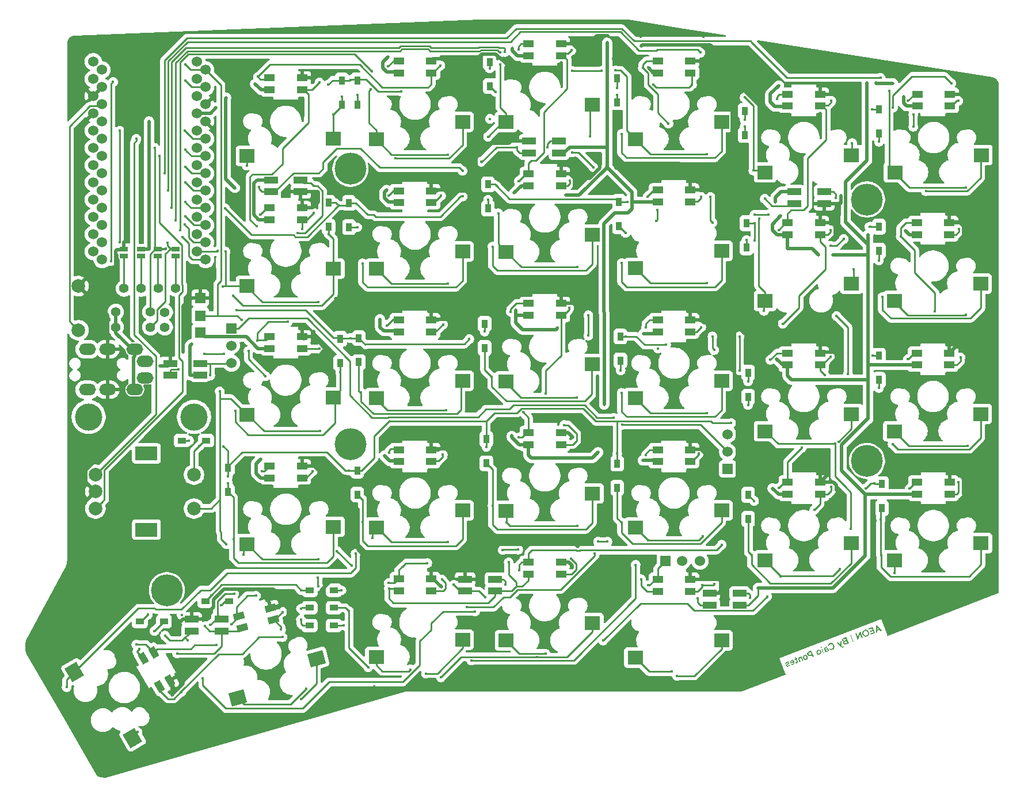
<source format=gbl>
G04 #@! TF.GenerationSoftware,KiCad,Pcbnew,9.0.0*
G04 #@! TF.CreationDate,2025-03-10T13:11:58-03:00*
G04 #@! TF.ProjectId,aeon-keyboard,61656f6e-2d6b-4657-9962-6f6172642e6b,v1*
G04 #@! TF.SameCoordinates,Original*
G04 #@! TF.FileFunction,Copper,L6,Bot*
G04 #@! TF.FilePolarity,Positive*
%FSLAX46Y46*%
G04 Gerber Fmt 4.6, Leading zero omitted, Abs format (unit mm)*
G04 Created by KiCad (PCBNEW 9.0.0) date 2025-03-10 13:11:58*
%MOMM*%
%LPD*%
G01*
G04 APERTURE LIST*
G04 Aperture macros list*
%AMRotRect*
0 Rectangle, with rotation*
0 The origin of the aperture is its center*
0 $1 length*
0 $2 width*
0 $3 Rotation angle, in degrees counterclockwise*
0 Add horizontal line*
21,1,$1,$2,0,0,$3*%
G04 Aperture macros list end*
%ADD10C,0.200000*%
G04 #@! TA.AperFunction,ComponentPad*
%ADD11C,1.397000*%
G04 #@! TD*
G04 #@! TA.AperFunction,ComponentPad*
%ADD12O,2.500000X1.700000*%
G04 #@! TD*
G04 #@! TA.AperFunction,ComponentPad*
%ADD13C,4.700000*%
G04 #@! TD*
G04 #@! TA.AperFunction,ComponentPad*
%ADD14C,1.524000*%
G04 #@! TD*
G04 #@! TA.AperFunction,ComponentPad*
%ADD15C,2.000000*%
G04 #@! TD*
G04 #@! TA.AperFunction,SMDPad,CuDef*
%ADD16R,0.950000X1.300000*%
G04 #@! TD*
G04 #@! TA.AperFunction,SMDPad,CuDef*
%ADD17R,1.300000X0.950000*%
G04 #@! TD*
G04 #@! TA.AperFunction,SMDPad,CuDef*
%ADD18R,1.600000X1.000000*%
G04 #@! TD*
G04 #@! TA.AperFunction,SMDPad,CuDef*
%ADD19R,2.300000X2.000000*%
G04 #@! TD*
G04 #@! TA.AperFunction,SMDPad,CuDef*
%ADD20RotRect,1.600000X1.000000X120.000000*%
G04 #@! TD*
G04 #@! TA.AperFunction,SMDPad,CuDef*
%ADD21RotRect,2.300000X2.000000X300.000000*%
G04 #@! TD*
G04 #@! TA.AperFunction,ComponentPad*
%ADD22C,4.000000*%
G04 #@! TD*
G04 #@! TA.AperFunction,ComponentPad*
%ADD23R,1.524000X1.524000*%
G04 #@! TD*
G04 #@! TA.AperFunction,ComponentPad*
%ADD24R,3.200000X2.000000*%
G04 #@! TD*
G04 #@! TA.AperFunction,SMDPad,CuDef*
%ADD25R,2.000000X1.000000*%
G04 #@! TD*
G04 #@! TA.AperFunction,SMDPad,CuDef*
%ADD26RotRect,1.600000X1.000000X195.000000*%
G04 #@! TD*
G04 #@! TA.AperFunction,SMDPad,CuDef*
%ADD27RotRect,2.300000X2.000000X15.000000*%
G04 #@! TD*
G04 #@! TA.AperFunction,SMDPad,CuDef*
%ADD28R,1.143000X0.635000*%
G04 #@! TD*
G04 #@! TA.AperFunction,ViaPad*
%ADD29C,0.400000*%
G04 #@! TD*
G04 #@! TA.AperFunction,Conductor*
%ADD30C,0.250000*%
G04 #@! TD*
G04 #@! TA.AperFunction,Conductor*
%ADD31C,0.500000*%
G04 #@! TD*
G04 APERTURE END LIST*
D10*
G36*
X208167872Y-124943036D02*
G01*
X208007231Y-125004700D01*
X207851735Y-124829979D01*
X207488166Y-124968036D01*
X207491335Y-125202734D01*
X207325451Y-125266412D01*
X207318880Y-124412524D01*
X207480231Y-124412524D01*
X207484867Y-124803370D01*
X207742188Y-124704593D01*
X207481542Y-124412021D01*
X207480231Y-124412524D01*
X207318880Y-124412524D01*
X207317358Y-124214668D01*
X207454512Y-124162019D01*
X208167872Y-124943036D01*
G37*
G36*
X207185503Y-125320132D02*
G01*
X206833987Y-124404403D01*
X206200547Y-124647558D01*
X206257966Y-124797139D01*
X206722956Y-124618646D01*
X206815387Y-124859435D01*
X206418289Y-125011867D01*
X206474308Y-125157800D01*
X206871405Y-125005368D01*
X206958234Y-125231565D01*
X206480189Y-125415069D01*
X206539008Y-125568298D01*
X207185503Y-125320132D01*
G37*
G36*
X205859178Y-124809387D02*
G01*
X205919654Y-124820282D01*
X205979411Y-124839577D01*
X206035868Y-124866884D01*
X206090416Y-124903578D01*
X206143397Y-124950540D01*
X206189135Y-125004369D01*
X206230292Y-125070423D01*
X206266607Y-125150540D01*
X206291905Y-125230804D01*
X206304662Y-125305079D01*
X206306113Y-125374430D01*
X206297813Y-125443464D01*
X206281693Y-125506841D01*
X206257993Y-125565309D01*
X206226694Y-125620127D01*
X206189292Y-125669361D01*
X206145528Y-125713455D01*
X206096593Y-125751931D01*
X206045316Y-125783254D01*
X205991416Y-125807801D01*
X205935813Y-125825384D01*
X205877286Y-125836463D01*
X205815367Y-125840911D01*
X205753434Y-125837953D01*
X205692949Y-125827043D01*
X205633426Y-125808066D01*
X205577025Y-125781251D01*
X205522812Y-125745399D01*
X205470446Y-125699725D01*
X205425119Y-125647203D01*
X205384706Y-125583072D01*
X205349433Y-125505619D01*
X205324423Y-125426226D01*
X205311531Y-125351669D01*
X205310379Y-125306671D01*
X205480594Y-125306671D01*
X205488434Y-125375150D01*
X205508784Y-125444515D01*
X205540010Y-125509392D01*
X205579304Y-125563821D01*
X205626782Y-125609074D01*
X205679153Y-125642306D01*
X205736794Y-125663928D01*
X205799704Y-125673339D01*
X205864240Y-125669446D01*
X205931196Y-125650923D01*
X205994396Y-125619273D01*
X206045041Y-125578444D01*
X206085179Y-125528715D01*
X206113336Y-125473349D01*
X206129871Y-125413143D01*
X206134965Y-125348234D01*
X206128037Y-125282204D01*
X206108307Y-125214380D01*
X206076552Y-125148083D01*
X206036517Y-125091768D01*
X205988263Y-125044601D01*
X205935456Y-125009955D01*
X205877196Y-124986976D01*
X205813877Y-124976242D01*
X205748687Y-124979285D01*
X205680514Y-124997873D01*
X205618551Y-125029205D01*
X205568299Y-125070511D01*
X205528494Y-125120992D01*
X205500770Y-125177600D01*
X205484835Y-125239234D01*
X205480594Y-125306671D01*
X205310379Y-125306671D01*
X205309722Y-125281023D01*
X205317526Y-125210641D01*
X205333243Y-125146192D01*
X205356594Y-125086895D01*
X205387554Y-125031182D01*
X205424634Y-124981098D01*
X205468075Y-124936183D01*
X205516709Y-124896887D01*
X205567353Y-124865318D01*
X205620294Y-124840995D01*
X205676763Y-124823022D01*
X205735681Y-124811577D01*
X205797470Y-124806732D01*
X205859178Y-124809387D01*
G37*
G36*
X204685317Y-126279864D02*
G01*
X204986124Y-125501909D01*
X205207769Y-126079313D01*
X205373653Y-126015636D01*
X205022138Y-125099907D01*
X204924203Y-125137500D01*
X204635046Y-125879523D01*
X204423926Y-125329538D01*
X204259353Y-125392712D01*
X204610868Y-126308442D01*
X204685317Y-126279864D01*
G37*
G36*
X204047921Y-126624999D02*
G01*
X203629183Y-125534150D01*
X203520760Y-125575770D01*
X203939498Y-126666619D01*
X204047921Y-126624999D01*
G37*
G36*
X203307789Y-126808647D02*
G01*
X202895015Y-126967096D01*
X202839428Y-126983330D01*
X202783114Y-126989775D01*
X202727198Y-126986462D01*
X202674957Y-126973475D01*
X202626575Y-126950633D01*
X202583124Y-126917749D01*
X202547437Y-126875476D01*
X202519783Y-126821064D01*
X202508723Y-126783544D01*
X202503604Y-126743818D01*
X202503966Y-126711940D01*
X202674283Y-126711940D01*
X202683084Y-126746736D01*
X202699440Y-126776182D01*
X202722960Y-126798570D01*
X202754878Y-126814668D01*
X202790217Y-126821827D01*
X202830735Y-126819523D01*
X202878216Y-126806108D01*
X203088508Y-126725385D01*
X202994677Y-126480947D01*
X202775265Y-126565172D01*
X202731559Y-126587370D01*
X202702118Y-126613440D01*
X202683949Y-126643522D01*
X202674579Y-126677896D01*
X202674283Y-126711940D01*
X202503966Y-126711940D01*
X202504057Y-126703955D01*
X202509450Y-126667208D01*
X202519519Y-126632490D01*
X202533319Y-126602452D01*
X202551430Y-126576734D01*
X202572040Y-126559006D01*
X202571033Y-126556384D01*
X202512835Y-126545171D01*
X202484546Y-126534105D01*
X202456971Y-126518739D01*
X202431460Y-126499096D01*
X202407379Y-126473548D01*
X202386971Y-126443470D01*
X202369682Y-126406524D01*
X202355160Y-126353862D01*
X202352466Y-126311656D01*
X202522089Y-126311656D01*
X202523865Y-126336802D01*
X202530767Y-126361695D01*
X202547879Y-126392531D01*
X202572622Y-126416254D01*
X202606316Y-126433614D01*
X202643589Y-126441687D01*
X202685127Y-126439836D01*
X202732568Y-126426682D01*
X202942357Y-126344648D01*
X202849029Y-126101521D01*
X202625683Y-126187256D01*
X202592374Y-126201859D01*
X202567527Y-126219260D01*
X202547621Y-126240320D01*
X202533923Y-126262572D01*
X202525369Y-126286698D01*
X202522089Y-126311656D01*
X202352466Y-126311656D01*
X202351808Y-126301347D01*
X202359235Y-126249567D01*
X202377454Y-126200328D01*
X202405737Y-126154943D01*
X202445501Y-126112138D01*
X202494132Y-126076330D01*
X202555300Y-126046837D01*
X202954962Y-125893421D01*
X203307789Y-126808647D01*
G37*
G36*
X202192739Y-127391292D02*
G01*
X202225663Y-127419868D01*
X202260830Y-127437819D01*
X202298822Y-127447737D01*
X202338451Y-127450732D01*
X202378403Y-127447551D01*
X202417847Y-127438961D01*
X202489936Y-127412074D01*
X202559268Y-127378003D01*
X202486868Y-127243918D01*
X202422745Y-127276054D01*
X202398816Y-127285959D01*
X202359841Y-127295688D01*
X202314522Y-127292809D01*
X202292533Y-127283682D01*
X202271705Y-127265096D01*
X202204949Y-127188821D01*
X202263757Y-126494865D01*
X202257740Y-126479189D01*
X202100976Y-126539365D01*
X202059472Y-127016859D01*
X201750964Y-126673722D01*
X201598134Y-126732388D01*
X201604151Y-126748064D01*
X202192739Y-127391292D01*
G37*
G36*
X200908525Y-127754754D02*
G01*
X200953778Y-127733675D01*
X200998765Y-127704952D01*
X201043755Y-127667787D01*
X201083731Y-127625431D01*
X201118527Y-127577154D01*
X201148244Y-127522375D01*
X201170790Y-127464235D01*
X201186405Y-127400796D01*
X201194791Y-127331316D01*
X201193604Y-127261560D01*
X201180925Y-127186789D01*
X201155488Y-127105909D01*
X201123063Y-127034608D01*
X201084851Y-126973210D01*
X201040939Y-126920636D01*
X200990473Y-126874125D01*
X200938056Y-126836514D01*
X200883430Y-126807121D01*
X200825547Y-126784904D01*
X200767528Y-126770750D01*
X200708930Y-126764356D01*
X200650014Y-126765582D01*
X200594819Y-126774228D01*
X200542737Y-126790086D01*
X200483907Y-126816526D01*
X200433453Y-126847014D01*
X200387848Y-126882221D01*
X200348313Y-126919985D01*
X200313291Y-126960884D01*
X200283557Y-127003119D01*
X200258009Y-127047145D01*
X200237148Y-127091113D01*
X200362737Y-127199679D01*
X200400890Y-127127151D01*
X200423336Y-127092353D01*
X200449631Y-127058864D01*
X200479373Y-127027839D01*
X200513517Y-126999021D01*
X200551842Y-126974272D01*
X200597801Y-126953129D01*
X200649956Y-126939403D01*
X200705616Y-126937185D01*
X200761181Y-126946691D01*
X200815676Y-126968321D01*
X200866230Y-127001039D01*
X200914819Y-127047012D01*
X200955716Y-127103018D01*
X200989736Y-127173852D01*
X201011228Y-127246961D01*
X201018656Y-127315471D01*
X201013781Y-127381896D01*
X200998259Y-127440048D01*
X200972308Y-127492679D01*
X200937544Y-127537458D01*
X200894850Y-127573545D01*
X200846994Y-127598379D01*
X200798620Y-127613476D01*
X200753045Y-127620969D01*
X200707610Y-127622612D01*
X200663312Y-127619442D01*
X200578316Y-127601119D01*
X200499981Y-127572717D01*
X200463290Y-127723170D01*
X200494203Y-127740978D01*
X200537293Y-127759710D01*
X200584893Y-127774448D01*
X200641490Y-127785117D01*
X200701228Y-127789754D01*
X200768324Y-127787708D01*
X200836567Y-127777011D01*
X200908525Y-127754754D01*
G37*
G36*
X200142429Y-127339490D02*
G01*
X200160465Y-127345084D01*
X200171325Y-127451580D01*
X200123703Y-127450370D01*
X200068864Y-127451995D01*
X200013188Y-127459109D01*
X199962391Y-127473310D01*
X199899738Y-127503312D01*
X199873513Y-127523034D01*
X199851898Y-127548558D01*
X199841591Y-127572356D01*
X199841137Y-127600434D01*
X199852670Y-127648200D01*
X199858184Y-127662565D01*
X199924695Y-127625065D01*
X200003183Y-127587415D01*
X200055913Y-127570793D01*
X200108532Y-127561299D01*
X200160783Y-127559947D01*
X200209239Y-127567901D01*
X200254455Y-127585750D01*
X200296085Y-127614555D01*
X200330414Y-127653617D01*
X200358047Y-127707648D01*
X200370850Y-127758976D01*
X200369638Y-127808043D01*
X200356643Y-127855250D01*
X200333977Y-127898648D01*
X200303073Y-127937669D01*
X200264321Y-127972936D01*
X200220485Y-128002202D01*
X200173861Y-128024207D01*
X200125963Y-128039608D01*
X200083883Y-128047431D01*
X200042732Y-128047950D01*
X200003088Y-128040053D01*
X199983506Y-128031807D01*
X199964596Y-128021734D01*
X199959332Y-128047039D01*
X199950810Y-128067773D01*
X199932742Y-128092914D01*
X199907260Y-128114315D01*
X199851179Y-128143887D01*
X199828920Y-128150307D01*
X199807949Y-128152241D01*
X199786110Y-128149938D01*
X199757659Y-128142375D01*
X199751815Y-128041278D01*
X199774951Y-128039841D01*
X199790999Y-128031443D01*
X199802076Y-128015968D01*
X199807087Y-127995620D01*
X199804432Y-127973204D01*
X199787814Y-127924120D01*
X199728091Y-127768538D01*
X199898863Y-127768538D01*
X199940135Y-127879973D01*
X199947487Y-127899127D01*
X199951771Y-127917954D01*
X199986579Y-127927485D01*
X200027105Y-127930699D01*
X200069929Y-127925846D01*
X200122547Y-127909956D01*
X200159513Y-127891863D01*
X200185565Y-127871205D01*
X200202905Y-127848042D01*
X200212391Y-127821283D01*
X200213074Y-127790713D01*
X200203703Y-127754534D01*
X200187142Y-127723296D01*
X200166064Y-127701730D01*
X200140018Y-127688133D01*
X200110588Y-127682752D01*
X200074452Y-127685578D01*
X200029431Y-127698731D01*
X199959196Y-127732493D01*
X199898863Y-127768538D01*
X199728091Y-127768538D01*
X199704661Y-127707501D01*
X199687026Y-127647291D01*
X199682954Y-127598301D01*
X199687622Y-127567351D01*
X199700234Y-127532437D01*
X199722535Y-127492521D01*
X199739991Y-127468444D01*
X199761240Y-127446989D01*
X199809696Y-127411187D01*
X199861392Y-127383821D01*
X199908545Y-127364217D01*
X199978305Y-127344894D01*
X200050497Y-127335823D01*
X200114896Y-127335760D01*
X200142429Y-127339490D01*
G37*
G36*
X199643559Y-128215213D02*
G01*
X199398479Y-127576756D01*
X199249581Y-127633913D01*
X199494662Y-128272370D01*
X199643559Y-128215213D01*
G37*
G36*
X199167115Y-127454180D02*
G01*
X199188517Y-127490357D01*
X199219183Y-127513660D01*
X199255437Y-127523387D01*
X199291730Y-127517271D01*
X199320757Y-127498484D01*
X199341288Y-127466788D01*
X199348951Y-127428715D01*
X199340809Y-127387505D01*
X199319286Y-127351442D01*
X199288136Y-127328323D01*
X199251648Y-127318463D01*
X199217506Y-127323910D01*
X199186451Y-127343660D01*
X199166031Y-127375194D01*
X199158818Y-127412983D01*
X199167115Y-127454180D01*
G37*
G36*
X198985819Y-127776428D02*
G01*
X199049803Y-127793141D01*
X199109276Y-127823082D01*
X199165024Y-127868734D01*
X199196754Y-127905940D01*
X199224933Y-127950914D01*
X199249417Y-128004756D01*
X199266565Y-128059380D01*
X199275051Y-128109921D01*
X199275726Y-128157122D01*
X199264148Y-128226033D01*
X199239653Y-128287717D01*
X199203294Y-128342963D01*
X199156349Y-128390855D01*
X199101526Y-128429875D01*
X199041626Y-128458832D01*
X198976664Y-128477936D01*
X198910441Y-128485970D01*
X198844384Y-128482065D01*
X198781095Y-128465246D01*
X198722150Y-128435517D01*
X198667324Y-128391386D01*
X198636035Y-128355467D01*
X198608426Y-128312011D01*
X198584624Y-128259946D01*
X198567762Y-128206189D01*
X198559141Y-128155368D01*
X198558363Y-128118789D01*
X198719263Y-128118789D01*
X198722712Y-128156819D01*
X198733977Y-128196140D01*
X198751917Y-128232857D01*
X198774581Y-128262898D01*
X198802070Y-128287300D01*
X198832689Y-128304886D01*
X198866352Y-128315888D01*
X198903733Y-128320258D01*
X198942187Y-128317156D01*
X198982749Y-128305624D01*
X199020658Y-128287032D01*
X199051319Y-128263605D01*
X199076090Y-128235233D01*
X199093645Y-128203994D01*
X199104405Y-128169886D01*
X199108413Y-128133248D01*
X199105247Y-128095916D01*
X199094420Y-128057778D01*
X199076482Y-128021019D01*
X199053598Y-127990450D01*
X199025843Y-127965353D01*
X198995044Y-127947129D01*
X198961043Y-127935470D01*
X198923439Y-127930468D01*
X198884747Y-127933073D01*
X198844104Y-127944440D01*
X198806343Y-127963167D01*
X198775853Y-127987121D01*
X198751267Y-128015999D01*
X198733847Y-128047394D01*
X198723109Y-128081567D01*
X198719263Y-128118789D01*
X198558363Y-128118789D01*
X198558110Y-128106873D01*
X198568823Y-128036038D01*
X198592229Y-127973235D01*
X198627465Y-127916898D01*
X198673238Y-127868035D01*
X198727341Y-127828200D01*
X198788142Y-127798485D01*
X198852036Y-127779937D01*
X198918905Y-127772293D01*
X198985819Y-127776428D01*
G37*
G36*
X198141760Y-128791700D02*
G01*
X197973253Y-128856384D01*
X197868219Y-128582759D01*
X197656616Y-128663986D01*
X197589588Y-128683411D01*
X197524301Y-128690054D01*
X197460043Y-128684343D01*
X197399893Y-128666518D01*
X197344551Y-128636541D01*
X197293859Y-128593220D01*
X197251841Y-128538756D01*
X197217778Y-128469312D01*
X197195842Y-128392374D01*
X197191980Y-128342992D01*
X197374595Y-128342992D01*
X197377852Y-128375025D01*
X197386579Y-128405562D01*
X197402658Y-128437076D01*
X197424540Y-128463393D01*
X197451212Y-128484529D01*
X197481240Y-128499839D01*
X197513779Y-128509041D01*
X197548814Y-128511965D01*
X197584286Y-128508361D01*
X197619939Y-128498071D01*
X197807999Y-128425881D01*
X197686159Y-128108477D01*
X197477178Y-128188697D01*
X197444189Y-128204266D01*
X197418594Y-128225378D01*
X197398659Y-128251394D01*
X197384920Y-128280098D01*
X197376908Y-128310904D01*
X197374595Y-128342992D01*
X197191980Y-128342992D01*
X197190305Y-128321578D01*
X197199136Y-128253287D01*
X197220783Y-128192085D01*
X197254434Y-128137053D01*
X197299002Y-128089329D01*
X197352487Y-128050315D01*
X197415379Y-128019868D01*
X197790245Y-127875970D01*
X198141760Y-128791700D01*
G37*
G36*
X197001130Y-128538279D02*
G01*
X197065114Y-128554992D01*
X197124586Y-128584933D01*
X197180335Y-128630585D01*
X197212065Y-128667791D01*
X197240244Y-128712765D01*
X197264728Y-128766607D01*
X197281876Y-128821230D01*
X197290362Y-128871772D01*
X197291037Y-128918973D01*
X197279459Y-128987884D01*
X197254964Y-129049568D01*
X197218605Y-129104814D01*
X197171660Y-129152706D01*
X197116837Y-129191726D01*
X197056936Y-129220682D01*
X196991974Y-129239786D01*
X196925752Y-129247821D01*
X196859695Y-129243915D01*
X196796406Y-129227097D01*
X196737461Y-129197368D01*
X196682635Y-129153237D01*
X196651345Y-129117318D01*
X196623737Y-129073862D01*
X196599935Y-129021797D01*
X196583073Y-128968040D01*
X196574452Y-128917219D01*
X196573674Y-128880640D01*
X196734574Y-128880640D01*
X196738023Y-128918670D01*
X196749288Y-128957990D01*
X196767228Y-128994707D01*
X196789892Y-129024749D01*
X196817381Y-129049151D01*
X196848000Y-129066736D01*
X196881663Y-129077739D01*
X196919044Y-129082109D01*
X196957498Y-129079006D01*
X196998060Y-129067475D01*
X197035969Y-129048883D01*
X197066630Y-129025456D01*
X197091401Y-128997084D01*
X197108956Y-128965845D01*
X197119716Y-128931736D01*
X197123724Y-128895099D01*
X197120558Y-128857766D01*
X197109731Y-128819629D01*
X197091793Y-128782870D01*
X197068909Y-128752301D01*
X197041154Y-128727204D01*
X197010355Y-128708980D01*
X196976354Y-128697321D01*
X196938750Y-128692318D01*
X196900058Y-128694923D01*
X196859414Y-128706290D01*
X196821654Y-128725018D01*
X196791164Y-128748971D01*
X196766578Y-128777850D01*
X196749158Y-128809244D01*
X196738420Y-128843417D01*
X196734574Y-128880640D01*
X196573674Y-128880640D01*
X196573421Y-128868724D01*
X196584134Y-128797888D01*
X196607540Y-128735086D01*
X196642776Y-128678749D01*
X196688549Y-128629886D01*
X196742652Y-128590050D01*
X196803453Y-128560336D01*
X196867347Y-128541788D01*
X196934216Y-128534144D01*
X197001130Y-128538279D01*
G37*
G36*
X196243257Y-128873155D02*
G01*
X196200947Y-128854601D01*
X196152623Y-128842018D01*
X196099908Y-128839296D01*
X196072048Y-128843398D01*
X196042093Y-128852594D01*
X195994025Y-128876001D01*
X195953245Y-128906191D01*
X195919409Y-128942615D01*
X195894867Y-128982428D01*
X195878890Y-129026032D01*
X195871875Y-129072813D01*
X195874532Y-129120513D01*
X195887866Y-129169165D01*
X196051042Y-129594252D01*
X196198628Y-129537599D01*
X196048035Y-129145290D01*
X196037983Y-129103430D01*
X196037490Y-129081495D01*
X196041163Y-129060939D01*
X196049256Y-129041681D01*
X196062713Y-129023365D01*
X196080962Y-129008123D01*
X196107232Y-128995026D01*
X196128840Y-128989108D01*
X196152962Y-128987218D01*
X196203724Y-128992520D01*
X196254564Y-129006034D01*
X196301201Y-129024104D01*
X196459825Y-129437334D01*
X196608722Y-129380178D01*
X196363642Y-128741721D01*
X196214745Y-128798877D01*
X196243257Y-128873155D01*
G37*
G36*
X195443154Y-129704964D02*
G01*
X195512354Y-129734084D01*
X195568628Y-129748823D01*
X195622366Y-129751409D01*
X195669621Y-129740665D01*
X195702042Y-129725388D01*
X195730580Y-129706081D01*
X195755438Y-129681094D01*
X195779711Y-129644774D01*
X195798604Y-129597550D01*
X195806702Y-129537548D01*
X195802893Y-129475938D01*
X195788160Y-129420920D01*
X195682447Y-129145528D01*
X195769950Y-129111939D01*
X195722335Y-128987896D01*
X195634832Y-129021485D01*
X195586757Y-128896245D01*
X195412932Y-128880625D01*
X195488557Y-129077635D01*
X195279576Y-129157855D01*
X195327192Y-129281898D01*
X195536172Y-129201678D01*
X195630988Y-129448681D01*
X195641657Y-129488783D01*
X195641935Y-129523820D01*
X195632965Y-129555382D01*
X195613869Y-129576785D01*
X195580670Y-129594816D01*
X195562049Y-129598955D01*
X195531690Y-129599948D01*
X195495724Y-129594002D01*
X195457970Y-129579651D01*
X195443154Y-129704964D01*
G37*
G36*
X195058095Y-129280083D02*
G01*
X195120015Y-129297983D01*
X195177778Y-129328581D01*
X195232513Y-129374490D01*
X195263792Y-129411622D01*
X195291790Y-129456717D01*
X195316345Y-129510924D01*
X195333530Y-129565847D01*
X195341984Y-129616957D01*
X195342517Y-129664978D01*
X195331063Y-129735027D01*
X195307667Y-129796542D01*
X195272895Y-129851518D01*
X195228426Y-129898513D01*
X195176367Y-129936608D01*
X195120189Y-129964130D01*
X195041307Y-129986954D01*
X194961189Y-129996844D01*
X194887099Y-129993302D01*
X194853823Y-129985870D01*
X194827683Y-129975166D01*
X194847894Y-129859817D01*
X194900661Y-129866996D01*
X194952570Y-129863129D01*
X195004811Y-129850801D01*
X195063127Y-129831155D01*
X195096273Y-129814557D01*
X195124624Y-129792179D01*
X195148353Y-129765325D01*
X195166312Y-129736868D01*
X195179020Y-129706515D01*
X195185767Y-129676291D01*
X195186454Y-129646663D01*
X195180950Y-129622677D01*
X194726391Y-129797166D01*
X194695736Y-129721225D01*
X194675768Y-129645695D01*
X194669991Y-129591154D01*
X194670680Y-129556499D01*
X194809595Y-129556499D01*
X194812022Y-129582862D01*
X194823975Y-129625758D01*
X195129579Y-129508447D01*
X195099889Y-129470455D01*
X195068104Y-129443147D01*
X195033894Y-129424963D01*
X194996655Y-129415282D01*
X194959777Y-129415223D01*
X194922131Y-129424829D01*
X194874697Y-129448006D01*
X194845219Y-129472208D01*
X194824445Y-129500637D01*
X194813456Y-129528156D01*
X194809595Y-129556499D01*
X194670680Y-129556499D01*
X194671016Y-129539601D01*
X194680018Y-129489860D01*
X194698347Y-129442972D01*
X194725824Y-129399979D01*
X194763962Y-129360032D01*
X194810928Y-129326572D01*
X194873115Y-129297137D01*
X194932003Y-129280505D01*
X194994857Y-129274539D01*
X195058095Y-129280083D01*
G37*
G36*
X194447130Y-130222493D02*
G01*
X194519223Y-130189653D01*
X194578418Y-130150644D01*
X194630605Y-130101048D01*
X194681383Y-130036362D01*
X194585575Y-129938928D01*
X194541700Y-129994780D01*
X194503082Y-130034298D01*
X194458879Y-130066058D01*
X194398114Y-130094802D01*
X194361878Y-130105703D01*
X194310779Y-130113153D01*
X194284816Y-130111937D01*
X194261013Y-130106356D01*
X194241354Y-130094614D01*
X194228570Y-130074661D01*
X194225850Y-130055346D01*
X194232961Y-130037199D01*
X194246633Y-130020721D01*
X194264888Y-130005191D01*
X194306494Y-129980848D01*
X194341198Y-129965957D01*
X194427315Y-129926883D01*
X194473134Y-129899281D01*
X194513385Y-129866046D01*
X194545943Y-129826443D01*
X194568130Y-129780346D01*
X194574687Y-129747329D01*
X194572474Y-129709562D01*
X194559985Y-129665417D01*
X194539638Y-129623101D01*
X194515827Y-129590963D01*
X194488636Y-129567293D01*
X194440965Y-129541939D01*
X194390720Y-129528945D01*
X194338378Y-129526402D01*
X194284399Y-129532935D01*
X194231781Y-129545659D01*
X194187058Y-129560490D01*
X194128540Y-129586695D01*
X194082483Y-129614758D01*
X194046938Y-129644428D01*
X194002729Y-129698826D01*
X193967947Y-129766644D01*
X194061006Y-129844988D01*
X194096036Y-129795303D01*
X194135325Y-129753540D01*
X194181146Y-129719243D01*
X194237475Y-129691829D01*
X194280447Y-129676838D01*
X194333039Y-129665610D01*
X194359018Y-129665941D01*
X194382906Y-129672499D01*
X194402607Y-129686402D01*
X194417071Y-129710727D01*
X194419480Y-129730889D01*
X194410618Y-129750485D01*
X194394356Y-129768248D01*
X194372929Y-129785032D01*
X194324702Y-129811720D01*
X194287981Y-129827321D01*
X194203941Y-129867887D01*
X194160229Y-129896758D01*
X194122390Y-129930782D01*
X194092125Y-129970762D01*
X194071682Y-130017287D01*
X194065797Y-130050348D01*
X194068161Y-130087000D01*
X194079912Y-130128521D01*
X194099377Y-130168107D01*
X194122721Y-130197759D01*
X194149960Y-130219164D01*
X194197488Y-130241395D01*
X194248326Y-130252893D01*
X194300913Y-130254842D01*
X194354406Y-130248276D01*
X194405983Y-130236004D01*
X194447130Y-130222493D01*
G37*
D11*
X95499272Y-80311965D03*
X100579272Y-80311965D03*
X95499272Y-78061965D03*
X100579272Y-78061965D03*
D12*
X98300000Y-89500000D03*
X98300000Y-83550000D03*
X94300000Y-89500000D03*
X94300000Y-83550000D03*
X91300000Y-89500000D03*
X91300000Y-83550000D03*
X99800000Y-87750000D03*
X99800000Y-85300000D03*
D11*
X102700000Y-80300000D03*
X102700000Y-78100000D03*
D13*
X130000000Y-57000000D03*
X206000000Y-61500000D03*
X130000000Y-97500000D03*
X206000000Y-100000000D03*
X103000000Y-119000000D03*
D14*
X92180000Y-41230000D03*
X108718815Y-42425745D03*
X92180000Y-43770000D03*
X108718815Y-44965745D03*
X92180000Y-46310000D03*
X108718815Y-47505745D03*
X92180000Y-48850000D03*
X108718815Y-50045745D03*
X92180000Y-51390000D03*
X108718815Y-52585745D03*
X92180000Y-53930000D03*
X108718815Y-55125745D03*
X92180000Y-56470000D03*
X108718815Y-57665745D03*
X92180000Y-59010000D03*
X108718815Y-60205745D03*
X92180000Y-61550000D03*
X108718815Y-62745745D03*
X92180000Y-64090000D03*
X108718815Y-65285745D03*
X92180000Y-66630000D03*
X108718815Y-67825745D03*
X92180000Y-69170000D03*
X108718815Y-70365745D03*
X93478815Y-70365745D03*
X107420000Y-69170000D03*
X93478815Y-67825745D03*
X107420000Y-66630000D03*
X93478815Y-65285745D03*
X107420000Y-64090000D03*
X93478815Y-62745745D03*
X107420000Y-61550000D03*
X93478815Y-60205745D03*
X107420000Y-59010000D03*
X93478815Y-57665745D03*
X107420000Y-56470000D03*
X93478815Y-55125745D03*
X107420000Y-53930000D03*
X93478815Y-52585745D03*
X107420000Y-51390000D03*
X93478815Y-50045745D03*
X107420000Y-48850000D03*
X93478815Y-47505745D03*
X107420000Y-46310000D03*
X93478815Y-44965745D03*
X107420000Y-43770000D03*
X93478815Y-42425745D03*
X107420000Y-41230000D03*
D15*
X90000000Y-74250000D03*
X90000000Y-80750000D03*
D16*
X128750000Y-44000000D03*
X128750000Y-47550000D03*
X131000000Y-44005500D03*
X131000000Y-47555500D03*
X150500000Y-41265000D03*
X150500000Y-44815000D03*
X169250000Y-43650000D03*
X169250000Y-47200000D03*
X188000000Y-48475000D03*
X188000000Y-52025000D03*
X207750000Y-48250000D03*
X207750000Y-51800000D03*
X126800000Y-62000000D03*
X126800000Y-65550000D03*
X129800000Y-62025000D03*
X129800000Y-65575000D03*
X150250000Y-59290000D03*
X150250000Y-62840000D03*
X169500000Y-61875000D03*
X169500000Y-65425000D03*
X188250000Y-65000000D03*
X188250000Y-68550000D03*
X207750000Y-65500000D03*
X207750000Y-69050000D03*
X128500000Y-82000000D03*
X128500000Y-85550000D03*
X131250000Y-81900000D03*
X131250000Y-85450000D03*
X149750000Y-79790000D03*
X149750000Y-83340000D03*
X169725000Y-81650000D03*
X169725000Y-85200000D03*
X188500000Y-87000000D03*
X188500000Y-90550000D03*
X207750000Y-84500000D03*
X207750000Y-88050000D03*
X112000000Y-100975000D03*
X112000000Y-104525000D03*
X131000000Y-101400000D03*
X131000000Y-104950000D03*
X150000000Y-96790000D03*
X150000000Y-100340000D03*
X169250000Y-100375000D03*
X169250000Y-103925000D03*
X188500000Y-104975000D03*
X188500000Y-108525000D03*
X208200000Y-103400000D03*
X208200000Y-106950000D03*
D17*
X105225000Y-97000000D03*
X108775000Y-97000000D03*
X99025000Y-123600000D03*
X102575000Y-123600000D03*
X108649800Y-120624800D03*
X112199800Y-120624800D03*
X124000000Y-124200000D03*
X127550000Y-124200000D03*
X124000000Y-121600000D03*
X127550000Y-121600000D03*
D18*
X122900000Y-45375000D03*
X122900000Y-43625000D03*
X118100000Y-43625000D03*
X118100000Y-45375000D03*
D19*
X127500000Y-52580000D03*
X114800000Y-55120000D03*
D18*
X141900000Y-42875000D03*
X141900000Y-41125000D03*
X137100000Y-41125000D03*
X137100000Y-42875000D03*
D19*
X146500000Y-50080000D03*
X133800000Y-52620000D03*
D18*
X161000000Y-40375000D03*
X161000000Y-38625000D03*
X156200000Y-38625000D03*
X156200000Y-40375000D03*
D19*
X165600000Y-47580000D03*
X152900000Y-50120000D03*
D18*
X180000000Y-42875000D03*
X180000000Y-41125000D03*
X175200000Y-41125000D03*
X175200000Y-42875000D03*
D19*
X184600000Y-50080000D03*
X171900000Y-52620000D03*
D18*
X199100000Y-47775000D03*
X199100000Y-46025000D03*
X194300000Y-46025000D03*
X194300000Y-47775000D03*
D19*
X203700000Y-54980000D03*
X191000000Y-57520000D03*
D18*
X122900000Y-64475000D03*
X122900000Y-62725000D03*
X118100000Y-62725000D03*
X118100000Y-64475000D03*
D19*
X127500000Y-71680000D03*
X114800000Y-74220000D03*
D18*
X141900000Y-61975000D03*
X141900000Y-60225000D03*
X137100000Y-60225000D03*
X137100000Y-61975000D03*
D19*
X146500000Y-69180000D03*
X133800000Y-71720000D03*
D18*
X161000000Y-59465000D03*
X161000000Y-57715000D03*
X156200000Y-57715000D03*
X156200000Y-59465000D03*
D19*
X165600000Y-66670000D03*
X152900000Y-69210000D03*
D18*
X180000000Y-61875000D03*
X180000000Y-60125000D03*
X175200000Y-60125000D03*
X175200000Y-61875000D03*
D19*
X184600000Y-69080000D03*
X171900000Y-71620000D03*
D18*
X199100000Y-66675000D03*
X199100000Y-64925000D03*
X194300000Y-64925000D03*
X194300000Y-66675000D03*
D19*
X203700000Y-73880000D03*
X191000000Y-76420000D03*
D18*
X218100000Y-66675000D03*
X218100000Y-64925000D03*
X213300000Y-64925000D03*
X213300000Y-66675000D03*
D19*
X222700000Y-73880000D03*
X210000000Y-76420000D03*
D18*
X122900000Y-83475000D03*
X122900000Y-81725000D03*
X118100000Y-81725000D03*
X118100000Y-83475000D03*
D19*
X127500000Y-90680000D03*
X114800000Y-93220000D03*
D18*
X141900000Y-80975000D03*
X141900000Y-79225000D03*
X137100000Y-79225000D03*
X137100000Y-80975000D03*
D19*
X146500000Y-88180000D03*
X133800000Y-90720000D03*
D18*
X161000000Y-78565000D03*
X161000000Y-76815000D03*
X156200000Y-76815000D03*
X156200000Y-78565000D03*
D19*
X165600000Y-85770000D03*
X152900000Y-88310000D03*
D18*
X180000000Y-80975000D03*
X180000000Y-79225000D03*
X175200000Y-79225000D03*
X175200000Y-80975000D03*
D19*
X184600000Y-88180000D03*
X171900000Y-90720000D03*
D18*
X199100000Y-85875000D03*
X199100000Y-84125000D03*
X194300000Y-84125000D03*
X194300000Y-85875000D03*
D19*
X203700000Y-93080000D03*
X191000000Y-95620000D03*
D18*
X218100000Y-85875000D03*
X218100000Y-84125000D03*
X213300000Y-84125000D03*
X213300000Y-85875000D03*
D19*
X222700000Y-93080000D03*
X210000000Y-95620000D03*
D18*
X122900000Y-102475000D03*
X122900000Y-100725000D03*
X118100000Y-100725000D03*
X118100000Y-102475000D03*
D19*
X127500000Y-109680000D03*
X114800000Y-112220000D03*
D18*
X141900000Y-100075000D03*
X141900000Y-98325000D03*
X137100000Y-98325000D03*
X137100000Y-100075000D03*
D19*
X146500000Y-107280000D03*
X133800000Y-109820000D03*
D18*
X161000000Y-97565000D03*
X161000000Y-95815000D03*
X156200000Y-95815000D03*
X156200000Y-97565000D03*
D19*
X165600000Y-104770000D03*
X152900000Y-107310000D03*
D18*
X180000000Y-100075000D03*
X180000000Y-98325000D03*
X175200000Y-98325000D03*
X175200000Y-100075000D03*
D19*
X184600000Y-107280000D03*
X171900000Y-109820000D03*
D18*
X199100000Y-104875000D03*
X199100000Y-103125000D03*
X194300000Y-103125000D03*
X194300000Y-104875000D03*
D19*
X203700000Y-112080000D03*
X191000000Y-114620000D03*
D18*
X218150000Y-104875000D03*
X218150000Y-103125000D03*
X213350000Y-103125000D03*
X213350000Y-104875000D03*
D19*
X222750000Y-112080000D03*
X210050000Y-114620000D03*
D20*
X101915367Y-133165961D03*
X103430912Y-132290961D03*
X101030912Y-128134039D03*
X99515367Y-129009039D03*
D21*
X97975654Y-140752178D03*
X89425950Y-131023655D03*
D18*
X141900000Y-119075000D03*
X141900000Y-117325000D03*
X137100000Y-117325000D03*
X137100000Y-119075000D03*
D19*
X146500000Y-126280000D03*
X133800000Y-128820000D03*
D18*
X161000000Y-116665000D03*
X161000000Y-114915000D03*
X156200000Y-114915000D03*
X156200000Y-116665000D03*
D19*
X165600000Y-123870000D03*
X152900000Y-126410000D03*
D22*
X91500000Y-93500000D03*
D23*
X107900000Y-81100000D03*
X107900000Y-78600000D03*
X107900000Y-76000000D03*
D11*
X96700000Y-74600000D03*
X99240000Y-74600000D03*
X101780000Y-74600000D03*
X104320000Y-74600000D03*
D17*
X124030000Y-119020000D03*
X127580000Y-119020000D03*
D22*
X107000000Y-93500000D03*
D15*
X92500000Y-102000000D03*
X92500000Y-107000000D03*
X92500000Y-104500000D03*
D24*
X100000000Y-98900000D03*
X100000000Y-110100000D03*
D15*
X107000000Y-107000000D03*
X107000000Y-102000000D03*
D25*
X122700000Y-58625000D03*
X122700000Y-60375000D03*
X118300000Y-60375000D03*
X118300000Y-58625000D03*
X156300000Y-54665000D03*
X156300000Y-52915000D03*
X160700000Y-52915000D03*
X160700000Y-54665000D03*
X199700000Y-60375000D03*
X199700000Y-62125000D03*
X195300000Y-62125000D03*
X195300000Y-60375000D03*
X106650000Y-125005000D03*
X106650000Y-123255000D03*
X111050000Y-123255000D03*
X111050000Y-125005000D03*
X146883600Y-119137600D03*
X146883600Y-117387600D03*
X151283600Y-117387600D03*
X151283600Y-119137600D03*
X182850000Y-121195000D03*
X182850000Y-119445000D03*
X187250000Y-119445000D03*
X187250000Y-121195000D03*
X103550000Y-87375000D03*
X103550000Y-85625000D03*
X107950000Y-85625000D03*
X107950000Y-87375000D03*
D23*
X185500000Y-101150000D03*
D14*
X185500000Y-98650000D03*
X185500000Y-96050000D03*
D23*
X176327000Y-114706600D03*
D14*
X178827000Y-114706600D03*
X181427000Y-114706600D03*
D23*
X112500000Y-80500000D03*
D14*
X112500000Y-83000000D03*
X112500000Y-85600000D03*
D18*
X180000000Y-119175000D03*
X180000000Y-117425000D03*
X175200000Y-117425000D03*
X175200000Y-119175000D03*
D19*
X184600000Y-126380000D03*
X171900000Y-128920000D03*
D26*
X118721184Y-123311427D03*
X118268251Y-121621057D03*
X113631807Y-122863390D03*
X114084740Y-124553759D03*
D27*
X125029234Y-129080355D03*
X113419376Y-134820809D03*
D18*
X218200000Y-47775000D03*
X218200000Y-46025000D03*
X213400000Y-46025000D03*
X213400000Y-47775000D03*
D19*
X222800000Y-54980000D03*
X210100000Y-57520000D03*
D28*
X101700000Y-69800380D03*
X101700000Y-68799620D03*
X99200000Y-69800380D03*
X99200000Y-68799620D03*
X96700000Y-69800380D03*
X96700000Y-68799620D03*
X104300000Y-69800380D03*
X104300000Y-68799620D03*
D29*
X127450000Y-49000000D03*
X128750000Y-46400000D03*
X122732600Y-123332600D03*
X100200000Y-122600000D03*
X105189400Y-122624800D03*
X122773800Y-119020000D03*
X122732600Y-121732600D03*
X105327833Y-67072169D03*
X109512300Y-119762300D03*
X106250000Y-97000000D03*
X136588496Y-55452510D03*
X131000000Y-46150000D03*
X150550000Y-49640000D03*
X165250000Y-52190000D03*
X151362500Y-45677500D03*
X105700000Y-59000000D03*
X169250000Y-45150000D03*
X150500004Y-42222496D03*
X137450000Y-45600000D03*
X126750000Y-44600000D03*
X188000000Y-49750000D03*
X130000000Y-43900000D03*
X206750000Y-48250000D03*
X169250000Y-46150000D03*
X169900000Y-51850000D03*
X206500000Y-65500000D03*
X105700000Y-61900000D03*
X111574990Y-62800000D03*
X189500000Y-65000000D03*
X189500000Y-67550000D03*
X128239998Y-62400000D03*
X170775000Y-61875000D03*
X146532600Y-61061600D03*
X200650000Y-68350000D03*
X151500000Y-59540000D03*
X202565000Y-67310000D03*
X188000000Y-50750000D03*
X203800000Y-53200000D03*
X206825000Y-84500000D03*
X170480000Y-81650000D03*
X149750000Y-80940000D03*
X188500000Y-88250000D03*
X130000000Y-81900000D03*
X113250000Y-77750000D03*
X176450000Y-82900000D03*
X105700000Y-64000000D03*
X147500012Y-82050000D03*
X214655400Y-60291210D03*
X207750000Y-53000000D03*
X207057999Y-103273747D03*
X105600000Y-65200000D03*
X112000000Y-102250000D03*
X111350001Y-97825012D03*
X186000000Y-94400000D03*
X169250000Y-98900000D03*
X150000000Y-97940000D03*
X205800000Y-104000000D03*
X189387500Y-105862500D03*
X129750000Y-101400000D03*
X112750000Y-75650000D03*
X126800000Y-66600000D03*
X131800000Y-70900000D03*
X131000000Y-65600000D03*
X150250000Y-61540000D03*
X150900000Y-68440000D03*
X170487500Y-66412500D03*
X169900000Y-70850000D03*
X188250000Y-67500000D03*
X204000000Y-71750000D03*
X207750000Y-70500000D03*
X208250000Y-75850000D03*
X113050000Y-92600000D03*
X128500000Y-86900000D03*
X131550000Y-89900000D03*
X150800000Y-87640000D03*
X169900000Y-89950000D03*
X169750000Y-86650000D03*
X201797467Y-97158879D03*
X188500000Y-91750000D03*
X207750000Y-89250000D03*
X209750000Y-97500000D03*
X112800000Y-111450000D03*
X112000000Y-103250000D03*
X131800000Y-108950000D03*
X150900000Y-106540000D03*
X169900000Y-109050000D03*
X189000000Y-113850000D03*
X208050000Y-113850000D03*
X208000000Y-108600000D03*
X98687000Y-139889000D03*
X101175000Y-125000000D03*
X122750000Y-135000000D03*
X110984999Y-121234999D03*
X129000000Y-124200000D03*
X141108000Y-131259000D03*
X116350000Y-83400000D03*
X193300000Y-63925000D03*
X162250000Y-53790000D03*
X154300002Y-77790000D03*
X173000000Y-99900000D03*
X172781800Y-117399000D03*
X192700000Y-84950000D03*
X173100000Y-81250000D03*
X153294800Y-114915000D03*
X135325000Y-60125000D03*
X210875000Y-85875000D03*
X113000000Y-59800000D03*
X173475000Y-61875000D03*
X110250000Y-48000000D03*
X134375000Y-79125000D03*
X116000000Y-44500000D03*
X206175000Y-66675000D03*
X154099999Y-60539999D03*
X100400008Y-68800000D03*
X104503600Y-128314400D03*
X100400000Y-50045745D03*
X173806234Y-42086230D03*
X205994000Y-44373800D03*
X193012500Y-44737500D03*
X192532000Y-61849000D03*
X161650000Y-60890000D03*
X166424990Y-111865010D03*
X167750000Y-38440000D03*
X160475000Y-80440000D03*
X198874990Y-69700000D03*
X98966400Y-127646200D03*
X115800000Y-61500000D03*
X200950000Y-69700000D03*
X167803400Y-111861800D03*
X116850000Y-99700000D03*
X167325000Y-78115000D03*
X166424990Y-98714990D03*
X106400000Y-87200000D03*
X189950000Y-118650000D03*
X211400000Y-46400000D03*
X108600000Y-124300000D03*
X106624999Y-82800000D03*
X135000000Y-99200004D03*
X135500000Y-40575010D03*
X209800000Y-44400000D03*
X211625000Y-104875000D03*
X153750000Y-96290000D03*
X130160600Y-115417800D03*
X111725000Y-46525000D03*
X207340200Y-44373800D03*
X192100000Y-104000000D03*
X202250000Y-100999998D03*
X128025000Y-113250000D03*
X211650000Y-66100000D03*
X153800000Y-39290000D03*
X135669468Y-118748132D03*
X167325000Y-91715000D03*
X166650000Y-55940000D03*
X142400000Y-102800000D03*
X165700000Y-72900000D03*
X209450000Y-64250000D03*
X188700000Y-76550000D03*
X147000000Y-64600000D03*
X224200000Y-110000000D03*
X182000000Y-79650000D03*
X144175000Y-60125000D03*
X192925700Y-40627300D03*
X185000000Y-123500000D03*
X143383000Y-118554500D03*
X181200002Y-117425000D03*
X116395500Y-41541700D03*
X217322400Y-61607700D03*
X221200000Y-107000000D03*
X161000002Y-41375002D03*
X177203100Y-57429400D03*
X163614100Y-130975100D03*
X210832700Y-43180000D03*
X213900000Y-118700000D03*
X145400000Y-44000000D03*
X140800000Y-132800000D03*
X188300000Y-70950000D03*
X223685100Y-57200800D03*
X147370800Y-84328000D03*
X148500000Y-95400000D03*
X207721200Y-80670400D03*
X220562002Y-83212002D03*
X187600000Y-94000000D03*
X187000000Y-89000000D03*
X209905600Y-100698300D03*
X170800000Y-117800000D03*
X167894000Y-37439600D03*
X90792300Y-119316500D03*
X211836000Y-69608700D03*
X207200000Y-108800000D03*
X99700000Y-134300000D03*
X126800000Y-59000000D03*
X143000000Y-95400000D03*
X149100000Y-127800000D03*
X169050000Y-56850000D03*
X165200000Y-110900000D03*
X125250001Y-60399999D03*
X144800000Y-64400000D03*
X94348300Y-124167900D03*
X172700000Y-37600000D03*
X163510800Y-112581400D03*
X167600000Y-121700000D03*
X224000000Y-117200000D03*
X203847700Y-78790800D03*
X163200000Y-77240000D03*
X155740100Y-81953100D03*
X162950000Y-59590002D03*
X220800000Y-68400000D03*
X222211900Y-44970700D03*
X148500000Y-61500000D03*
X223400000Y-79000000D03*
X205100000Y-118700000D03*
X172800000Y-78200000D03*
X102000000Y-86000000D03*
X148500000Y-112300000D03*
X114176200Y-62687000D03*
X215049100Y-61772800D03*
X131800000Y-131400000D03*
X204500000Y-52050000D03*
X220200000Y-66650000D03*
X107937300Y-117297200D03*
X167500000Y-114300000D03*
X206629000Y-96100900D03*
X184600000Y-62800000D03*
X96900000Y-44965745D03*
X100076000Y-104254300D03*
X151282400Y-130479800D03*
X218541600Y-88684100D03*
X163850000Y-39890000D03*
X165700000Y-76700000D03*
X146900000Y-124100000D03*
X123950000Y-85550000D03*
X128600000Y-131000000D03*
X148500000Y-64700000D03*
X181700000Y-43200000D03*
X148500000Y-52300000D03*
X169700000Y-79600000D03*
X189000000Y-62600000D03*
X156806900Y-132270500D03*
X103800000Y-134400000D03*
X123599600Y-104863700D03*
X146883600Y-115783200D03*
X128200000Y-126000000D03*
X186924999Y-110225001D03*
X124598000Y-80950008D03*
X111750000Y-88500000D03*
X172681900Y-58877200D03*
X148500000Y-46100000D03*
X201750000Y-47800000D03*
X201056001Y-67443999D03*
X165370000Y-38370000D03*
X190000000Y-89000000D03*
X105400000Y-84000000D03*
X200200000Y-107800000D03*
X133000000Y-78000000D03*
X96900000Y-48800000D03*
X220400000Y-47800000D03*
X177000000Y-76200000D03*
X206781400Y-42494200D03*
X132800000Y-60600000D03*
X143000000Y-58000000D03*
X146600000Y-46400000D03*
X186150000Y-40900000D03*
X185350000Y-65950000D03*
X220433900Y-62064900D03*
X125674990Y-125000000D03*
X182381001Y-99068999D03*
X204698600Y-45529500D03*
X215800000Y-101100000D03*
X199099994Y-48824994D03*
X181975000Y-60125000D03*
X163500000Y-117700000D03*
X206200000Y-115700000D03*
X168600000Y-126400000D03*
X181900000Y-37600000D03*
X220900000Y-88100000D03*
X105418000Y-130194000D03*
X86855300Y-129565400D03*
X217000000Y-81000000D03*
X166600000Y-59800000D03*
X222923100Y-52451000D03*
X131000000Y-79200000D03*
X206743300Y-114604800D03*
X162700000Y-96490000D03*
X149500000Y-107400000D03*
X168900000Y-75900000D03*
X146200000Y-131400000D03*
X217600000Y-119000000D03*
X190400000Y-97800000D03*
X219800000Y-80200000D03*
X185400000Y-82150000D03*
X192000000Y-105600000D03*
X209804000Y-88176100D03*
X144000000Y-40800000D03*
X210934300Y-60553600D03*
X211963000Y-88176100D03*
X185700000Y-54750000D03*
X153625000Y-52915000D03*
X104600000Y-125200000D03*
X190400000Y-45250000D03*
X222400000Y-105400000D03*
X189077600Y-128346200D03*
X213398100Y-122529600D03*
X220175021Y-104874979D03*
X168600000Y-40800000D03*
X202600000Y-107800000D03*
X165800000Y-63100000D03*
X200100000Y-100400000D03*
X162600000Y-115700000D03*
X133600000Y-58200000D03*
X191549016Y-49050984D03*
X223200000Y-68600000D03*
X94843600Y-112979200D03*
X170400000Y-132600000D03*
X201500000Y-104250000D03*
X151511000Y-78308200D03*
X107200000Y-134400000D03*
X101438100Y-46469100D03*
X93176999Y-99176999D03*
X169243100Y-38356900D03*
X124500000Y-44250000D03*
X193400000Y-88800000D03*
X200750000Y-85750000D03*
X172770800Y-38938200D03*
X95288100Y-38671500D03*
X106700000Y-74700000D03*
X144900000Y-98900004D03*
X186500000Y-72150000D03*
X96700000Y-67800000D03*
X113900000Y-137800000D03*
X212500000Y-81000000D03*
X168500000Y-67800000D03*
X113868200Y-46418500D03*
X168500000Y-128100000D03*
X154000000Y-111200000D03*
X148018500Y-78536800D03*
X185650000Y-78000000D03*
X112699800Y-43713400D03*
X113236400Y-67208200D03*
X139400000Y-76100000D03*
X148500000Y-101700000D03*
X185450000Y-59400000D03*
X209350000Y-67600000D03*
X98374200Y-92811600D03*
X102565200Y-94475300D03*
X190500000Y-83150000D03*
X204762100Y-86385400D03*
X204837500Y-82500000D03*
X220408500Y-49885600D03*
X151100000Y-111300000D03*
X149800000Y-73200000D03*
X120909801Y-123820001D03*
X184302400Y-131940300D03*
X172600000Y-43100000D03*
X149047200Y-92125800D03*
X218351100Y-69646800D03*
X123000000Y-46950000D03*
X223000000Y-64800000D03*
X110959900Y-41744900D03*
X103100000Y-139800000D03*
X117150000Y-47100000D03*
X130600000Y-74700000D03*
X165900000Y-128300000D03*
X166100000Y-120400000D03*
X211378787Y-48652217D03*
X144950000Y-79150000D03*
X187600000Y-123500000D03*
X167800000Y-62500000D03*
X223200000Y-101400000D03*
X223500000Y-85800000D03*
X101955600Y-38404800D03*
X202120500Y-60959998D03*
X190600000Y-105000000D03*
X147600000Y-42800000D03*
X127800001Y-76100001D03*
X223000000Y-48400000D03*
X169800000Y-120300000D03*
X218846400Y-107911900D03*
X151422100Y-82042000D03*
X192374999Y-100924999D03*
X125450000Y-101500000D03*
X128400000Y-134500000D03*
X133500000Y-133200000D03*
X220500000Y-59750000D03*
X220550000Y-78474990D03*
X177303000Y-130988000D03*
X208000600Y-43586400D03*
X210000000Y-116499990D03*
X102675000Y-57665745D03*
X209250000Y-45500000D03*
X220750000Y-97750000D03*
X103175000Y-60205745D03*
X188000000Y-46500000D03*
X202005399Y-115899399D03*
X190850000Y-77900000D03*
X158686500Y-128333500D03*
X167188400Y-126421400D03*
X191298400Y-119913600D03*
X203600000Y-110000000D03*
X181500000Y-39900000D03*
X201500000Y-78650000D03*
X189275000Y-57250000D03*
X201272457Y-97462850D03*
X190150000Y-64300000D03*
X193276189Y-116984200D03*
X203200000Y-87185500D03*
X173779989Y-111625000D03*
X169011600Y-42494200D03*
X182400000Y-92950000D03*
X182400000Y-73850000D03*
X152723174Y-39803920D03*
X171969000Y-115265400D03*
X183250000Y-81650000D03*
X182950011Y-61131673D03*
X182400000Y-54850000D03*
X183500000Y-83650000D03*
X138831761Y-130667561D03*
X147788200Y-129354000D03*
X181878761Y-111028761D03*
X183250000Y-64900000D03*
X162636200Y-42595800D03*
X103700000Y-62745745D03*
X166928800Y-42570400D03*
X163400000Y-71440000D03*
X152061699Y-39875010D03*
X163300000Y-90640000D03*
X151750000Y-63540000D03*
X165000000Y-78540000D03*
X152070275Y-41620210D03*
X104300000Y-64575000D03*
X150250000Y-52265000D03*
X123500000Y-133500000D03*
X163400000Y-109540000D03*
X153000000Y-109040000D03*
X165000000Y-81540021D03*
X144300000Y-54900000D03*
X144300000Y-73900000D03*
X144050000Y-92524990D03*
X144300000Y-111950000D03*
X133154739Y-42695261D03*
X105000000Y-66000000D03*
X130773547Y-113628547D03*
X133250000Y-111300000D03*
X88273000Y-133285000D03*
X132975354Y-45304243D03*
X96100000Y-51390000D03*
X96050000Y-67805847D03*
X105600000Y-51400000D03*
X103100000Y-67900000D03*
X105700006Y-41600000D03*
X114000000Y-79250000D03*
X101200000Y-53900000D03*
X105700018Y-54200000D03*
X102826022Y-68770500D03*
X129779600Y-122098000D03*
X157491000Y-128828990D03*
X132624400Y-130327600D03*
X143317800Y-131826200D03*
X105699992Y-56700000D03*
X95100000Y-44200000D03*
X105700000Y-44000000D03*
X94800000Y-70600000D03*
X178065000Y-131623000D03*
X128682800Y-119020000D03*
X107775000Y-97775000D03*
X110445094Y-69104375D03*
X110775010Y-89750000D03*
X125300000Y-114450000D03*
X111200000Y-74350000D03*
X114250000Y-113750000D03*
X114750000Y-56500000D03*
X111750000Y-112250000D03*
X125300000Y-76600000D03*
X111649995Y-69150005D03*
X125550000Y-95600000D03*
X101874255Y-55125745D03*
X98514255Y-52585745D03*
X114999994Y-83800000D03*
X109400000Y-124116732D03*
X124600000Y-59500000D03*
X117500000Y-87500000D03*
X122250000Y-66450000D03*
X112900000Y-119525021D03*
X146500000Y-57300000D03*
X116600000Y-59700000D03*
X154500000Y-53790000D03*
X149250000Y-55940000D03*
X165750003Y-56789997D03*
X191475000Y-63700000D03*
X162650000Y-54590000D03*
X159000000Y-53790000D03*
X189436812Y-63750000D03*
X201400000Y-61250000D03*
X187250000Y-81650000D03*
X187250000Y-86650000D03*
X190950000Y-61400000D03*
X108300000Y-132000000D03*
X148347000Y-122121502D03*
X106068010Y-126351315D03*
X152817400Y-118135600D03*
X102740000Y-125677500D03*
X145222800Y-118211800D03*
X188822468Y-120130068D03*
X149796500Y-120015000D03*
X181113000Y-120243800D03*
X168750000Y-93625000D03*
X104704243Y-86504950D03*
X170000000Y-94675000D03*
X108550000Y-84250000D03*
X111403027Y-84250000D03*
X109400000Y-87400004D03*
X173823200Y-118288000D03*
X143240373Y-41790373D03*
X116400000Y-43450000D03*
X125450000Y-44300002D03*
X116750000Y-63750000D03*
X116200000Y-65450000D03*
X143350000Y-60949994D03*
X135550000Y-41900000D03*
X154719240Y-39400010D03*
X180250000Y-44599999D03*
X174600000Y-44599999D03*
X162500016Y-39540000D03*
X154750000Y-58790000D03*
X173000000Y-42150000D03*
X181549998Y-61100000D03*
X176800500Y-50349500D03*
X209800000Y-48000000D03*
X219400000Y-47000000D03*
X218400000Y-44400000D03*
X192800000Y-46750000D03*
X200750000Y-47000000D03*
X193000000Y-66000000D03*
X212800000Y-49000000D03*
X219519500Y-65849500D03*
X212000000Y-47000000D03*
X212800000Y-50800000D03*
X120800002Y-79525000D03*
X124600000Y-63450000D03*
X122923621Y-65881628D03*
X116275021Y-82255755D03*
X135650000Y-60950000D03*
X143650000Y-79900000D03*
X153600000Y-78040000D03*
X162300000Y-58740000D03*
X181600000Y-80300000D03*
X175150000Y-63050000D03*
X173700000Y-61100000D03*
X175000000Y-64650000D03*
X191750000Y-85100000D03*
X200650004Y-66024990D03*
X193600000Y-79800000D03*
X210951402Y-66950000D03*
X219750000Y-84750000D03*
X216000000Y-77974990D03*
X125450000Y-83500000D03*
X116975317Y-101458646D03*
X143600000Y-99050000D03*
X135350000Y-80100000D03*
X155400000Y-92814979D03*
X158750000Y-90040000D03*
X154750000Y-96540000D03*
X162169493Y-77468245D03*
X175250000Y-83425000D03*
X173500000Y-80349998D03*
X181250000Y-98900000D03*
X193034627Y-103965373D03*
X200600000Y-84650000D03*
X199771000Y-87349989D03*
X196400000Y-98049998D03*
X219425000Y-103125000D03*
X212000000Y-85000000D03*
X124450000Y-101500000D03*
X125258400Y-118415000D03*
X105132534Y-133973520D03*
X135700010Y-98757169D03*
X120000000Y-125900000D03*
X125207600Y-117128000D03*
X116100000Y-119800000D03*
X161450000Y-94690000D03*
X112500000Y-124000000D03*
X165949996Y-113631410D03*
X147122200Y-121482800D03*
X173500000Y-99150000D03*
X143470200Y-117449800D03*
X200750000Y-103750000D03*
X184633532Y-112308932D03*
X198249998Y-107175010D03*
X154798600Y-116078200D03*
X212250010Y-104050000D03*
X183576800Y-118110200D03*
X181773400Y-118262600D03*
X98509200Y-126985800D03*
X120000000Y-122200000D03*
X119800000Y-124800000D03*
X110300000Y-127100000D03*
X135621600Y-117957800D03*
X152400000Y-113093500D03*
X154686200Y-113030200D03*
X141311200Y-115011400D03*
X162493589Y-114386621D03*
D30*
X127500000Y-52580000D02*
X127500000Y-49025000D01*
X127500000Y-52580000D02*
X127500000Y-49050000D01*
X127500000Y-49025000D02*
X128750000Y-47775000D01*
X128750000Y-47675000D02*
X128750000Y-46400000D01*
X127500000Y-49050000D02*
X127450000Y-49000000D01*
X99200000Y-123600000D02*
X100200000Y-122600000D01*
X124000000Y-124200000D02*
X123000000Y-124200000D01*
X105225000Y-97000000D02*
X106250000Y-97000000D01*
X122773800Y-119020000D02*
X121953800Y-118200000D01*
X123000000Y-124200000D02*
X122732600Y-123932600D01*
X108770000Y-70370000D02*
X106770000Y-70370000D01*
X108649800Y-120624800D02*
X109512300Y-119762300D01*
X106200000Y-69800000D02*
X106200000Y-67944336D01*
X106200000Y-67944336D02*
X105527832Y-67272168D01*
X105527832Y-67272168D02*
X105327833Y-67072169D01*
X124000000Y-121600000D02*
X122865200Y-121600000D01*
X122865200Y-121600000D02*
X122732600Y-121732600D01*
X122732600Y-123932600D02*
X122732600Y-123332600D01*
X124030000Y-119020000D02*
X122773800Y-119020000D01*
X106770000Y-70370000D02*
X106200000Y-69800000D01*
X111074600Y-118200000D02*
X109512300Y-119762300D01*
X99025000Y-123600000D02*
X99200000Y-123600000D01*
X121953800Y-118200000D02*
X111074600Y-118200000D01*
X144497490Y-55452510D02*
X136588496Y-55452510D01*
X146500000Y-50130000D02*
X146500000Y-53450000D01*
X146500000Y-53450000D02*
X144497490Y-55452510D01*
X131000000Y-46150000D02*
X131000000Y-47425000D01*
X165250000Y-47870000D02*
X165250000Y-52190000D01*
X151362500Y-45677500D02*
X150500000Y-44815000D01*
X129975000Y-43875000D02*
X130000000Y-43900000D01*
X150500000Y-41265000D02*
X150500000Y-42222492D01*
X131000000Y-43875000D02*
X129975000Y-43875000D01*
X207750000Y-48250000D02*
X206750000Y-48250000D01*
X129975000Y-43975000D02*
X127375000Y-43975000D01*
X127375000Y-43975000D02*
X126750000Y-44600000D01*
X150500000Y-42222492D02*
X150500004Y-42222496D01*
X108770000Y-60210000D02*
X106910000Y-60210000D01*
X132188589Y-43875000D02*
X131000000Y-43875000D01*
X105899999Y-59199999D02*
X105700000Y-59000000D01*
X106910000Y-60210000D02*
X105899999Y-59199999D01*
X137450000Y-45600000D02*
X134048113Y-45600000D01*
X188000000Y-49750000D02*
X188000000Y-48475000D01*
X169250000Y-43875000D02*
X169250000Y-45150000D01*
X132323113Y-43875000D02*
X132188589Y-43875000D01*
X134048113Y-45600000D02*
X132323113Y-43875000D01*
X184600000Y-54400000D02*
X183624999Y-55375001D01*
X183624999Y-55375001D02*
X170624999Y-55375001D01*
X170624999Y-55375001D02*
X169900000Y-54650002D01*
X169900000Y-54650002D02*
X169900000Y-51850000D01*
X169250000Y-46150000D02*
X169250000Y-47425000D01*
X184600000Y-50080000D02*
X184600000Y-54400000D01*
X133422000Y-63750000D02*
X133722000Y-64050000D01*
X169500000Y-61875000D02*
X170775000Y-61875000D01*
X206500000Y-65500000D02*
X206250000Y-65500000D01*
X132550000Y-63750000D02*
X130825000Y-62025000D01*
X129800000Y-62400000D02*
X128239998Y-62400000D01*
X121915002Y-67000000D02*
X121640001Y-66724999D01*
X108770000Y-62750000D02*
X106550000Y-62750000D01*
X201525000Y-68350000D02*
X202565000Y-67310000D01*
X189500000Y-67550000D02*
X189500000Y-65000000D01*
X153428000Y-61468000D02*
X151500000Y-59540000D01*
X127839998Y-62000000D02*
X128239998Y-62400000D01*
X143250000Y-64050000D02*
X146238400Y-61061600D01*
X128239998Y-62400000D02*
X123639998Y-67000000D01*
X115499989Y-66724999D02*
X111574990Y-62800000D01*
X200650000Y-68350000D02*
X201525000Y-68350000D01*
X151250000Y-59290000D02*
X151500000Y-59540000D01*
X121640001Y-66724999D02*
X115499989Y-66724999D01*
X106550000Y-62750000D02*
X105899999Y-62099999D01*
X133422000Y-63750000D02*
X132550000Y-63750000D01*
X150250000Y-59290000D02*
X151250000Y-59290000D01*
X126800000Y-62000000D02*
X127839998Y-62000000D01*
X146238400Y-61061600D02*
X146532600Y-61061600D01*
X133722000Y-64050000D02*
X143250000Y-64050000D01*
X169500000Y-61875000D02*
X169093000Y-61468000D01*
X169093000Y-61468000D02*
X153428000Y-61468000D01*
X188250000Y-65000000D02*
X189500000Y-65000000D01*
X123639998Y-67000000D02*
X121915002Y-67000000D01*
X207750000Y-65500000D02*
X206500000Y-65500000D01*
X129800000Y-62025000D02*
X129800000Y-62400000D01*
X105899999Y-62099999D02*
X105700000Y-61900000D01*
X130825000Y-62025000D02*
X129800000Y-62025000D01*
X203800000Y-53200000D02*
X203800000Y-54880000D01*
X188000000Y-50750000D02*
X188000000Y-52025000D01*
X203800000Y-54880000D02*
X203700000Y-54980000D01*
X176450000Y-82900000D02*
X173250000Y-82900000D01*
X149750000Y-79690000D02*
X149750000Y-80940000D01*
X131250000Y-81900000D02*
X132250000Y-82900000D01*
X128500000Y-81900000D02*
X130000000Y-81900000D01*
X123400000Y-77750000D02*
X127489000Y-81839000D01*
X188500000Y-87000000D02*
X188500000Y-88250000D01*
X169725000Y-81650000D02*
X170480000Y-81650000D01*
X127489000Y-81839000D02*
X128408000Y-81839000D01*
X132250000Y-82800000D02*
X146750012Y-82800000D01*
X173250000Y-82900000D02*
X172000000Y-81650000D01*
X207750000Y-84500000D02*
X206825000Y-84500000D01*
X172000000Y-81650000D02*
X170480000Y-81650000D01*
X106985745Y-65285745D02*
X105899999Y-64199999D01*
X113250000Y-77750000D02*
X123400000Y-77750000D01*
X146750012Y-82800000D02*
X147500012Y-82050000D01*
X105899999Y-64199999D02*
X105700000Y-64000000D01*
X128408000Y-81839000D02*
X128500000Y-81931000D01*
X131250000Y-81900000D02*
X130000000Y-81900000D01*
X108718815Y-65285745D02*
X106985745Y-65285745D01*
X207750000Y-51800000D02*
X207750000Y-53000000D01*
X222700000Y-54980000D02*
X222700000Y-58300000D01*
X220708790Y-60291210D02*
X214655400Y-60291210D01*
X222700000Y-58300000D02*
X220708790Y-60291210D01*
X106200000Y-65800000D02*
X105799999Y-65399999D01*
X129392998Y-101400000D02*
X129750000Y-101400000D01*
X135750000Y-94150000D02*
X150000000Y-94150000D01*
X183000000Y-94150000D02*
X183250000Y-94400000D01*
X129289998Y-101397000D02*
X129424000Y-101397000D01*
X149987000Y-94157800D02*
X151231600Y-92913200D01*
X169250000Y-100375000D02*
X169250000Y-98900000D01*
X207184252Y-103400000D02*
X207057999Y-103273747D01*
X169250000Y-94150000D02*
X182500000Y-94150000D01*
X131625000Y-101400000D02*
X133500000Y-99525000D01*
X205800000Y-104000000D02*
X206526253Y-103273747D01*
X105799999Y-65399999D02*
X105600000Y-65200000D01*
X188500000Y-104975000D02*
X189387500Y-105862500D01*
X164249977Y-92289977D02*
X166110001Y-94150001D01*
X114071000Y-98679000D02*
X126571998Y-98679000D01*
X166110001Y-94150001D02*
X169249999Y-94150001D01*
X112000000Y-102250000D02*
X112000000Y-100975000D01*
X108770000Y-67830000D02*
X106887507Y-67830000D01*
X126571998Y-98679000D02*
X129289998Y-101397000D01*
X150000000Y-97940000D02*
X150000000Y-94170800D01*
X169250000Y-98900000D02*
X169250000Y-94150000D01*
X208200000Y-103400000D02*
X207184252Y-103400000D01*
X129750000Y-101400000D02*
X131000000Y-101400000D01*
X150000000Y-94170800D02*
X149987000Y-94157800D01*
X151231600Y-92913200D02*
X154524775Y-92913200D01*
X112000000Y-98475011D02*
X111350001Y-97825012D01*
X106200000Y-67142493D02*
X106200000Y-65800000D01*
X133500000Y-99525000D02*
X133500000Y-96300000D01*
X133500000Y-96300000D02*
X135750000Y-94050000D01*
X155147998Y-92289977D02*
X164249977Y-92289977D01*
X131000000Y-101400000D02*
X131625000Y-101400000D01*
X112000000Y-100750000D02*
X114071000Y-98679000D01*
X183250000Y-94400000D02*
X186000000Y-94400000D01*
X106887507Y-67830000D02*
X106200000Y-67142493D01*
X112000000Y-100975000D02*
X112000000Y-98475011D01*
X206526253Y-103273747D02*
X207057999Y-103273747D01*
X169249999Y-94150001D02*
X169250000Y-94150000D01*
X112000000Y-100975000D02*
X112000000Y-100750000D01*
X182500000Y-94150000D02*
X183000000Y-94150000D01*
X154524775Y-92913200D02*
X155147998Y-92289977D01*
X126800000Y-66600000D02*
X127500000Y-67300000D01*
X126800000Y-66600000D02*
X126800000Y-65550000D01*
X127500000Y-67300000D02*
X127500000Y-71680000D01*
X127500000Y-75450000D02*
X125824999Y-77125001D01*
X114225001Y-77125001D02*
X112750000Y-75650000D01*
X127500000Y-71830000D02*
X127500000Y-75450000D01*
X125824999Y-77125001D02*
X114225001Y-77125001D01*
X146500000Y-69130000D02*
X146500000Y-73450000D01*
X129800000Y-65575000D02*
X130975000Y-65575000D01*
X131800000Y-73700002D02*
X131800000Y-70900000D01*
X146500000Y-73450000D02*
X145524999Y-74425001D01*
X130975000Y-65575000D02*
X131000000Y-65600000D01*
X132524999Y-74425001D02*
X131800000Y-73700002D01*
X145524999Y-74425001D02*
X132524999Y-74425001D01*
X150900000Y-71240002D02*
X150900000Y-68440000D01*
X165600000Y-70990000D02*
X164624999Y-71965001D01*
X164624999Y-71965001D02*
X151624999Y-71965001D01*
X151624999Y-71965001D02*
X150900000Y-71240002D01*
X150250000Y-61540000D02*
X150250000Y-62840000D01*
X165600000Y-66670000D02*
X165600000Y-70990000D01*
X184600000Y-73400000D02*
X183624999Y-74375001D01*
X170624999Y-74375001D02*
X169900000Y-73650002D01*
X169900000Y-73650002D02*
X169900000Y-70850000D01*
X169500000Y-65425000D02*
X170487500Y-66412500D01*
X183624999Y-74375001D02*
X170624999Y-74375001D01*
X184600000Y-69080000D02*
X184600000Y-73400000D01*
X204000000Y-73580000D02*
X203700000Y-73880000D01*
X188250000Y-67500000D02*
X188250000Y-68550000D01*
X204000000Y-71750000D02*
X204000000Y-73580000D01*
X208250000Y-77750000D02*
X208250000Y-75850000D01*
X209500000Y-79000000D02*
X208250000Y-77750000D01*
X223500000Y-73080000D02*
X222700000Y-73880000D01*
X222750000Y-74080000D02*
X222750000Y-77450000D01*
X222750000Y-77450000D02*
X221200000Y-79000000D01*
X207750000Y-69050000D02*
X207750000Y-70500000D01*
X221200000Y-79000000D02*
X209500000Y-79000000D01*
X128500000Y-89680000D02*
X127500000Y-90680000D01*
X125997999Y-96125001D02*
X114921001Y-96125001D01*
X128500000Y-85700000D02*
X128500000Y-86900000D01*
X114921001Y-96125001D02*
X113050000Y-94254000D01*
X113050000Y-94254000D02*
X113050000Y-92600000D01*
X127750000Y-94373000D02*
X125997999Y-96125001D01*
X128500000Y-86900000D02*
X128500000Y-89580000D01*
X127750000Y-90830000D02*
X127750000Y-94373000D01*
X145650001Y-93049999D02*
X133386409Y-93049999D01*
X131550000Y-91213590D02*
X131550000Y-89900000D01*
X133386409Y-93049999D02*
X131550000Y-91213590D01*
X146250000Y-88130000D02*
X146250000Y-92450000D01*
X131250000Y-89700000D02*
X131550000Y-90000000D01*
X131250000Y-85450000D02*
X131250000Y-89700000D01*
X146250000Y-92450000D02*
X145650001Y-93049999D01*
X149750000Y-83240000D02*
X149750000Y-86490000D01*
X150800000Y-89014500D02*
X150800000Y-87640000D01*
X164524999Y-91165001D02*
X152950501Y-91165001D01*
X149750000Y-86590000D02*
X150800000Y-87640000D01*
X165500000Y-90190000D02*
X164524999Y-91165001D01*
X152950501Y-91165001D02*
X150800000Y-89014500D01*
X165500000Y-85870000D02*
X165500000Y-90190000D01*
X169900000Y-92750002D02*
X169900000Y-89950000D01*
X184600000Y-92500000D02*
X183624999Y-93475001D01*
X183624999Y-93475001D02*
X170624999Y-93475001D01*
X169725000Y-85200000D02*
X169725000Y-86625000D01*
X169725000Y-86625000D02*
X169750000Y-86650000D01*
X170624999Y-93475001D02*
X169900000Y-92750002D01*
X184600000Y-88180000D02*
X184600000Y-92500000D01*
X188500000Y-90550000D02*
X188500000Y-91750000D01*
X203700000Y-95256346D02*
X201797467Y-97158879D01*
X203700000Y-93080000D02*
X203700000Y-95256346D01*
X222700000Y-93080000D02*
X222830000Y-93080000D01*
X210525001Y-98275001D02*
X209750000Y-97500000D01*
X222830000Y-93080000D02*
X223500000Y-93750000D01*
X207750000Y-88050000D02*
X207750000Y-89250000D01*
X222700000Y-96577002D02*
X221002001Y-98275001D01*
X221002001Y-98275001D02*
X210525001Y-98275001D01*
X222700000Y-93080000D02*
X222700000Y-96577002D01*
X112800000Y-105325000D02*
X112000000Y-104525000D01*
X113524999Y-114975001D02*
X112800000Y-114250002D01*
X126524999Y-114975001D02*
X113524999Y-114975001D01*
X127500000Y-114000000D02*
X126524999Y-114975001D01*
X127500000Y-109680000D02*
X127500000Y-114000000D01*
X112800000Y-114250002D02*
X112800000Y-111450000D01*
X112000000Y-104525000D02*
X112000000Y-103250000D01*
X112800000Y-111450000D02*
X112800000Y-105325000D01*
X145524999Y-112475001D02*
X132524999Y-112475001D01*
X146500000Y-107180000D02*
X146500000Y-111500000D01*
X131800000Y-111750002D02*
X131800000Y-108950000D01*
X146500000Y-111500000D02*
X145524999Y-112475001D01*
X131800000Y-108950000D02*
X131800000Y-105650000D01*
X132524999Y-112475001D02*
X131800000Y-111750002D01*
X131800000Y-105750000D02*
X131000000Y-104950000D01*
X150900000Y-109340002D02*
X150900000Y-106540000D01*
X150900000Y-106540000D02*
X150900000Y-101240000D01*
X151624999Y-110065001D02*
X150900000Y-109340002D01*
X164624999Y-110065001D02*
X151624999Y-110065001D01*
X150900000Y-101240000D02*
X150000000Y-100340000D01*
X165600000Y-109090000D02*
X164624999Y-110065001D01*
X165600000Y-104770000D02*
X165600000Y-109090000D01*
X169250000Y-108400000D02*
X169900000Y-109050000D01*
X172277004Y-112150000D02*
X172252002Y-112124998D01*
X169250000Y-103925000D02*
X169250000Y-108400000D01*
X184600000Y-109050000D02*
X181500000Y-112150000D01*
X171502002Y-112124998D02*
X169900000Y-110522996D01*
X169900000Y-110522996D02*
X169900000Y-109050000D01*
X184600000Y-107280000D02*
X184600000Y-109050000D01*
X172252002Y-112124998D02*
X171502002Y-112124998D01*
X181500000Y-112150000D02*
X172277004Y-112150000D01*
X203700000Y-115006500D02*
X200672500Y-118034000D01*
X188531500Y-113381500D02*
X188531500Y-108556500D01*
X191784000Y-118034000D02*
X189000000Y-115250000D01*
X200672500Y-118034000D02*
X191784000Y-118034000D01*
X189000000Y-113850000D02*
X188531500Y-113381500D01*
X188531500Y-108556500D02*
X188500000Y-108525000D01*
X203700000Y-112080000D02*
X203700000Y-115006500D01*
X189000000Y-115250000D02*
X189000000Y-113850000D01*
X223600000Y-111230000D02*
X222750000Y-112080000D01*
X208000000Y-108600000D02*
X208000000Y-107150000D01*
X210252002Y-117025010D02*
X209465472Y-117025010D01*
X208000000Y-108600000D02*
X208000000Y-113800000D01*
X222750000Y-112080000D02*
X222750000Y-115250000D01*
X222750000Y-115250000D02*
X221000000Y-117000000D01*
X208000000Y-107150000D02*
X208200000Y-106950000D01*
X208050000Y-115609538D02*
X208050000Y-113850000D01*
X208000000Y-113800000D02*
X208050000Y-113850000D01*
X210277012Y-117000000D02*
X210252002Y-117025010D01*
X221000000Y-117000000D02*
X210277012Y-117000000D01*
X209465472Y-117025010D02*
X208050000Y-115609538D01*
X102575000Y-123600000D02*
X101175000Y-125000000D01*
X97975654Y-140600346D02*
X98687000Y-139889000D01*
X97975654Y-140752178D02*
X97975654Y-140600346D01*
X125029234Y-132720766D02*
X122750000Y-135000000D01*
X125029234Y-129080355D02*
X125029234Y-132720766D01*
X112199800Y-120624800D02*
X111595198Y-120624800D01*
X111595198Y-120624800D02*
X110984999Y-121234999D01*
X127550000Y-124200000D02*
X129000000Y-124200000D01*
X146500000Y-126280000D02*
X146500000Y-127530000D01*
X142771000Y-131259000D02*
X141108000Y-131259000D01*
X146500000Y-127530000D02*
X142771000Y-131259000D01*
D31*
X100400008Y-68800000D02*
X100400008Y-50045753D01*
X198874990Y-69700000D02*
X198874990Y-69700000D01*
X193625000Y-85875000D02*
X192706593Y-84956593D01*
D30*
X99515367Y-129009039D02*
X98600000Y-128093672D01*
X104503600Y-128314400D02*
X109985600Y-128314400D01*
X128025000Y-113250000D02*
X130160600Y-115385600D01*
D31*
X106400000Y-83024999D02*
X106624999Y-82800000D01*
X116875000Y-45375000D02*
X118100000Y-45375000D01*
X202820511Y-58929489D02*
X206000000Y-55750000D01*
X116150000Y-101825000D02*
X116150000Y-100400000D01*
X167750000Y-38440000D02*
X167750000Y-53690000D01*
X116425000Y-83475000D02*
X116350000Y-83400000D01*
X175200000Y-42875000D02*
X174595004Y-42875000D01*
X173000000Y-99900000D02*
X175025000Y-99900000D01*
X171425001Y-60427001D02*
X171425001Y-61562999D01*
X118100000Y-83475000D02*
X116425000Y-83475000D01*
X115800000Y-63762002D02*
X115800000Y-61500000D01*
X211775000Y-47775000D02*
X211349999Y-47349999D01*
X171425001Y-62889999D02*
X171425001Y-61562999D01*
D30*
X111050000Y-125005000D02*
X113633499Y-125005000D01*
D31*
X153800000Y-39290000D02*
X153800000Y-39572842D01*
X134749998Y-42162002D02*
X134749998Y-41325012D01*
X167325000Y-78115000D02*
X167250000Y-78040000D01*
X210875000Y-85875000D02*
X206225000Y-85875000D01*
X98099990Y-84761519D02*
X98099990Y-89299990D01*
X201009000Y-118650000D02*
X205750000Y-113909000D01*
X206100000Y-69700000D02*
X206175000Y-69625000D01*
X206175000Y-86925000D02*
X206175000Y-87957000D01*
X137100000Y-61875000D02*
X135612996Y-61875000D01*
X202250000Y-97625600D02*
X202250000Y-100999998D01*
X107900000Y-81100000D02*
X108512001Y-81712001D01*
X98300000Y-83550000D02*
X98300000Y-84561509D01*
X194300000Y-104875000D02*
X192975000Y-104875000D01*
X205675000Y-104875000D02*
X202250000Y-101450000D01*
X154300002Y-77790000D02*
X154300002Y-79640002D01*
D30*
X189950000Y-119745000D02*
X189950000Y-118650000D01*
D31*
X107420000Y-48850000D02*
X107436256Y-48833744D01*
X95499272Y-78061965D02*
X95499272Y-81149272D01*
X206225000Y-85875000D02*
X206175000Y-85925000D01*
X161375000Y-54665000D02*
X160700000Y-54665000D01*
D30*
X113633499Y-125005000D02*
X114084740Y-124553759D01*
D31*
X175025000Y-99900000D02*
X175200000Y-100075000D01*
X162250000Y-53790000D02*
X161375000Y-54665000D01*
D30*
X156200000Y-117548500D02*
X156200000Y-116665000D01*
X136332600Y-120904000D02*
X135669468Y-120240868D01*
D31*
X171476000Y-61875000D02*
X171450000Y-61849000D01*
X155300000Y-80640000D02*
X160275000Y-80640000D01*
D30*
X98600000Y-128012600D02*
X98966400Y-127646200D01*
D31*
X156200000Y-78565000D02*
X154320500Y-78565000D01*
X173100000Y-81250000D02*
X174925000Y-81250000D01*
X106575000Y-87375000D02*
X106400000Y-87200000D01*
X167741800Y-56743800D02*
X171425001Y-60427001D01*
D30*
X135669468Y-118748132D02*
X136773132Y-118748132D01*
D31*
X156185000Y-40390000D02*
X156200000Y-40375000D01*
X200950000Y-69700000D02*
X206100000Y-69700000D01*
X206175000Y-68175000D02*
X202820511Y-64820511D01*
X118100000Y-102475000D02*
X116800000Y-102475000D01*
X156200000Y-97565000D02*
X156200000Y-99145000D01*
X137100000Y-80875000D02*
X134925000Y-80875000D01*
X156595000Y-99540000D02*
X165599980Y-99540000D01*
X115800000Y-59100000D02*
X116275000Y-58625000D01*
X134749998Y-41325012D02*
X135500000Y-40575010D01*
X109416256Y-48833744D02*
X110250000Y-48000000D01*
X213300000Y-66675000D02*
X212225000Y-66675000D01*
X107500000Y-80700000D02*
X107900000Y-81100000D01*
X154300002Y-78544502D02*
X154300002Y-77790000D01*
D30*
X153727400Y-119137600D02*
X154408400Y-118456600D01*
X151283600Y-119137600D02*
X153727400Y-119137600D01*
D31*
X162250000Y-53790000D02*
X167750000Y-53790000D01*
X116800000Y-102475000D02*
X116150000Y-101825000D01*
X194300000Y-85875000D02*
X193625000Y-85875000D01*
D30*
X153294800Y-116758800D02*
X153294800Y-114915000D01*
D31*
X174925000Y-81250000D02*
X175200000Y-80975000D01*
X135362996Y-42775000D02*
X134749998Y-42162002D01*
X99200000Y-68799620D02*
X100399628Y-68799620D01*
X100400008Y-50045753D02*
X100400000Y-50045745D01*
D30*
X206000000Y-44379800D02*
X205994000Y-44373800D01*
D31*
X155174998Y-59465000D02*
X154099999Y-60539999D01*
X194259500Y-47815500D02*
X192405000Y-47815500D01*
X192722500Y-66675000D02*
X192087500Y-66040000D01*
X116512998Y-64475000D02*
X115800000Y-63762002D01*
D30*
X111050000Y-125005000D02*
X109305000Y-125005000D01*
D31*
X163637998Y-60890000D02*
X167750000Y-56777998D01*
X135774996Y-99975000D02*
X135000000Y-99200004D01*
X107950000Y-87375000D02*
X106575000Y-87375000D01*
X213300000Y-85875000D02*
X210875000Y-85875000D01*
X192087500Y-65137500D02*
X193300000Y-63925000D01*
X197924990Y-68750000D02*
X198874990Y-69700000D01*
X213300000Y-47775000D02*
X213025000Y-47775000D01*
X154602158Y-40375000D02*
X156200000Y-40375000D01*
X167727200Y-56743800D02*
X167741800Y-56743800D01*
D30*
X109305000Y-125005000D02*
X108600000Y-124300000D01*
D31*
X154812998Y-97565000D02*
X153750000Y-96502002D01*
X165599980Y-99540000D02*
X166424990Y-98714990D01*
D30*
X175200000Y-119175000D02*
X173618000Y-119175000D01*
D31*
X213400000Y-47775000D02*
X211775000Y-47775000D01*
D30*
X135669468Y-120240868D02*
X135669468Y-118748132D01*
D31*
X137100000Y-99975000D02*
X135774996Y-99975000D01*
X206000000Y-47500000D02*
X206000000Y-44379800D01*
X113000000Y-59800000D02*
X111650000Y-58450000D01*
D30*
X155291900Y-118456600D02*
X156200000Y-117548500D01*
D31*
X161650000Y-60890000D02*
X163637998Y-60890000D01*
X192405000Y-47815500D02*
X191770000Y-47180500D01*
D30*
X150241000Y-120904000D02*
X136332600Y-120904000D01*
D31*
X193371000Y-60375000D02*
X192532000Y-61214000D01*
X118100000Y-64475000D02*
X116512998Y-64475000D01*
X111650000Y-46600000D02*
X111725000Y-46525000D01*
X202250000Y-101450000D02*
X202250000Y-100999998D01*
D30*
X167803400Y-111861800D02*
X166428200Y-111861800D01*
D31*
X194849999Y-87999999D02*
X206132001Y-87999999D01*
D30*
X111050000Y-127250000D02*
X111050000Y-125005000D01*
X173618000Y-119175000D02*
X172781800Y-118338800D01*
X154408400Y-118456600D02*
X155291900Y-118456600D01*
D31*
X202820511Y-64820511D02*
X202820511Y-58929489D01*
X137100000Y-42775000D02*
X135362996Y-42775000D01*
X194300000Y-68750000D02*
X197924990Y-68750000D01*
D30*
X154408400Y-117872400D02*
X153294800Y-116758800D01*
D31*
X115800000Y-61500000D02*
X115800000Y-59100000D01*
X160424990Y-80490010D02*
X160424990Y-80440000D01*
X211625000Y-104875000D02*
X213350000Y-104875000D01*
X167250000Y-65096500D02*
X168846500Y-63500000D01*
X153750000Y-96502002D02*
X153750000Y-96290000D01*
X192975000Y-104875000D02*
X192100000Y-104000000D01*
X134999998Y-60450002D02*
X135325000Y-60125000D01*
X211625000Y-104875000D02*
X205675000Y-104875000D01*
X134999998Y-61262002D02*
X134999998Y-60450002D01*
X173475000Y-61875000D02*
X171476000Y-61875000D01*
X194300000Y-47775000D02*
X194259500Y-47815500D01*
X205750000Y-113909000D02*
X205750000Y-105000000D01*
X154320500Y-78565000D02*
X154300002Y-78544502D01*
X116275000Y-58625000D02*
X118300000Y-58625000D01*
X191770000Y-45980000D02*
X193012500Y-44737500D01*
X192087500Y-66040000D02*
X192087500Y-65137500D01*
X153800000Y-39572842D02*
X154602158Y-40375000D01*
X106400000Y-87350002D02*
X106400000Y-83024999D01*
X206175000Y-87957000D02*
X206175000Y-93832998D01*
X194300000Y-85875000D02*
X194300000Y-87450000D01*
X95499272Y-81149272D02*
X97900000Y-83550000D01*
X107436256Y-48833744D02*
X109416256Y-48833744D01*
X135612996Y-61875000D02*
X134999998Y-61262002D01*
X108512001Y-81712001D02*
X114662001Y-81712001D01*
X192532000Y-61214000D02*
X192532000Y-61849000D01*
D30*
X166428200Y-111861800D02*
X166424990Y-111865010D01*
D31*
X98300000Y-84561509D02*
X98099990Y-84761519D01*
X206175000Y-67175000D02*
X206175000Y-68125000D01*
X206175000Y-93700600D02*
X202250000Y-97625600D01*
X160275000Y-80640000D02*
X160424990Y-80490010D01*
X174595004Y-42875000D02*
X173841595Y-42121591D01*
D30*
X172781800Y-118338800D02*
X172781800Y-117399000D01*
D31*
X167250000Y-78040000D02*
X167250000Y-65096500D01*
X206132001Y-87999999D02*
X206175000Y-87957000D01*
X134925000Y-80875000D02*
X134375000Y-80325000D01*
X156200000Y-99145000D02*
X156595000Y-99540000D01*
X189950000Y-118650000D02*
X201009000Y-118650000D01*
D30*
X109985600Y-128314400D02*
X111050000Y-127250000D01*
X151283600Y-119137600D02*
X151283600Y-119861400D01*
D31*
X111650000Y-58450000D02*
X111650000Y-46600000D01*
X170815000Y-63500000D02*
X171425001Y-62889999D01*
X100399628Y-68799620D02*
X100400008Y-68800000D01*
X97900000Y-83550000D02*
X98300000Y-83550000D01*
X134375000Y-80325000D02*
X134375000Y-79125000D01*
D30*
X154408400Y-118456600D02*
X154408400Y-117872400D01*
D31*
X191770000Y-47180500D02*
X191770000Y-45980000D01*
D30*
X130160600Y-115385600D02*
X130160600Y-115417800D01*
D31*
X206000000Y-55750000D02*
X206000000Y-47500000D01*
X206175000Y-85925000D02*
X206175000Y-86925000D01*
X116000000Y-44500000D02*
X116875000Y-45375000D01*
X116150000Y-100400000D02*
X116850000Y-99700000D01*
D30*
X106400000Y-87350002D02*
X106400000Y-87200000D01*
X187250000Y-121195000D02*
X188500000Y-121195000D01*
D31*
X194300000Y-87450000D02*
X194849999Y-87999999D01*
D30*
X98600000Y-128093672D02*
X98600000Y-128012600D01*
D31*
X168846500Y-63500000D02*
X170815000Y-63500000D01*
X156200000Y-59465000D02*
X155174998Y-59465000D01*
X206175000Y-68125000D02*
X206175000Y-85925000D01*
X195300000Y-60375000D02*
X193371000Y-60375000D01*
X194300000Y-66675000D02*
X192722500Y-66675000D01*
X167325000Y-78115000D02*
X167325000Y-91715000D01*
X213300000Y-47775000D02*
X212939998Y-47775000D01*
X211349999Y-46450001D02*
X211400000Y-46400000D01*
X167750000Y-53690000D02*
X167750000Y-54690000D01*
X194300000Y-66675000D02*
X194300000Y-68750000D01*
X209800000Y-44400000D02*
X207366400Y-44400000D01*
X98099990Y-89299990D02*
X98300000Y-89500000D01*
X207366400Y-44400000D02*
X207340200Y-44373800D01*
X206175000Y-66675000D02*
X206175000Y-67175000D01*
X114662001Y-81712001D02*
X116350000Y-83400000D01*
D30*
X136773132Y-118748132D02*
X137100000Y-119075000D01*
D31*
X212225000Y-66675000D02*
X211650000Y-66100000D01*
X154300002Y-79640002D02*
X155300000Y-80640000D01*
D30*
X151283600Y-119861400D02*
X150241000Y-120904000D01*
D31*
X156200000Y-97565000D02*
X154812998Y-97565000D01*
X211349999Y-47349999D02*
X211349999Y-46450001D01*
D30*
X188500000Y-121195000D02*
X189950000Y-119745000D01*
D31*
X167750000Y-54690000D02*
X167750000Y-56677998D01*
X175200000Y-61875000D02*
X173475000Y-61875000D01*
X93176999Y-99176999D02*
X91049999Y-101303999D01*
X142600000Y-113900000D02*
X146000000Y-113900000D01*
X186500000Y-72150000D02*
X186500000Y-79650000D01*
X186924999Y-110225001D02*
X186924999Y-106574999D01*
X148500000Y-52300000D02*
X148500000Y-46100000D01*
X139400000Y-76100000D02*
X127800002Y-76100000D01*
X148500000Y-101700000D02*
X148500000Y-95400000D01*
X148500000Y-112300000D02*
X148500000Y-101700000D01*
X217000000Y-81000000D02*
X216850000Y-81000000D01*
X191549016Y-49050984D02*
X192218533Y-49720500D01*
X148500000Y-64700000D02*
X148500000Y-61500000D01*
X148500000Y-61500000D02*
X148500000Y-60150000D01*
X148500000Y-46100000D02*
X148500000Y-40900000D01*
X165370000Y-38370000D02*
X163850000Y-39890000D01*
X148500000Y-91650000D02*
X149000000Y-92150000D01*
X141900000Y-60125000D02*
X144175000Y-60125000D01*
X218150000Y-101350000D02*
X218150000Y-103125000D01*
X148500000Y-79650000D02*
X148500000Y-91650000D01*
X186924999Y-91574999D02*
X186500000Y-91150000D01*
X122900000Y-43625000D02*
X124200000Y-43625000D01*
X219262002Y-101200000D02*
X217800000Y-101200000D01*
X199125001Y-103099999D02*
X201062001Y-103099999D01*
X209450000Y-67500000D02*
X209350000Y-67600000D01*
X192218533Y-49720500D02*
X198691500Y-49720500D01*
X186924999Y-106574999D02*
X186950000Y-106600000D01*
X186924999Y-105574999D02*
X186924999Y-100824999D01*
X186200001Y-59949999D02*
X186500000Y-60249998D01*
X186500000Y-67499998D02*
X186500000Y-72150000D01*
X126935798Y-117729200D02*
X125674990Y-118990008D01*
X186924999Y-100924999D02*
X192374999Y-100924999D01*
X122700000Y-60375000D02*
X125225002Y-60375000D01*
X186500000Y-60249998D02*
X186500000Y-67499998D01*
X184491200Y-117373600D02*
X185828198Y-117373600D01*
X178350000Y-56200000D02*
X169700000Y-56200000D01*
X209450000Y-64250000D02*
X209450000Y-67500000D01*
X199700000Y-62125000D02*
X202025000Y-62125000D01*
X92050001Y-72199999D02*
X94738177Y-72199999D01*
X105418000Y-132182000D02*
X105418000Y-130194000D01*
X148100000Y-79250000D02*
X144950000Y-79250000D01*
X122900000Y-62725000D02*
X124409500Y-62725000D01*
X122900000Y-81725000D02*
X124637002Y-81725000D01*
D30*
X218100000Y-46025000D02*
X218414800Y-46025000D01*
D31*
X123175000Y-82000000D02*
X122900000Y-81725000D01*
X218100000Y-64925000D02*
X218223789Y-64801211D01*
X149023000Y-92150000D02*
X149047200Y-92125800D01*
X182750000Y-99437998D02*
X182381001Y-99068999D01*
X146958000Y-113900000D02*
X148500000Y-113900000D01*
X148500000Y-60150000D02*
X148500000Y-57900000D01*
X120909801Y-121109801D02*
X119900000Y-120100000D01*
X140800000Y-76100000D02*
X139400000Y-76100000D01*
X217800000Y-101200000D02*
X217700000Y-101100000D01*
X111750000Y-88500000D02*
X109075000Y-88500000D01*
X107900000Y-76000000D02*
X106638000Y-76000000D01*
X131750000Y-114000000D02*
X131750000Y-116343000D01*
X95628500Y-68924610D02*
X96575010Y-68924610D01*
X181562001Y-98249999D02*
X180075001Y-98249999D01*
X146000000Y-113900000D02*
X146958000Y-113900000D01*
X181575000Y-79225000D02*
X180000000Y-79225000D01*
X162300000Y-57715000D02*
X162950000Y-58365000D01*
X146000000Y-113900000D02*
X147150000Y-113900000D01*
X124637002Y-81725000D02*
X126250000Y-83337998D01*
X201525000Y-46025000D02*
X201750000Y-46250000D01*
X186500000Y-91150000D02*
X186500000Y-79650000D01*
X142125000Y-40800000D02*
X141900000Y-41025000D01*
X94738177Y-72199999D02*
X95500000Y-71438176D01*
X94300000Y-89500000D02*
X94300000Y-98053998D01*
X94300000Y-89500000D02*
X93538491Y-89500000D01*
X220400000Y-47800000D02*
X220400000Y-46400000D01*
X162775000Y-76815000D02*
X163200000Y-77240000D01*
X96700000Y-68799620D02*
X96700000Y-67800000D01*
X126250000Y-83337998D02*
X126250000Y-83662002D01*
X122700000Y-60375000D02*
X122625000Y-60375000D01*
X125225002Y-60375000D02*
X125250001Y-60399999D01*
X201500001Y-84999999D02*
X200750000Y-85750000D01*
X186200001Y-45450001D02*
X187948034Y-45450001D01*
X105418000Y-132768814D02*
X104236815Y-133949999D01*
X185828198Y-117373600D02*
X186924999Y-116276799D01*
X184491200Y-117373600D02*
X184491200Y-119053800D01*
X149000000Y-92150000D02*
X149023000Y-92150000D01*
X161000000Y-57715000D02*
X162300000Y-57715000D01*
X219584053Y-64801211D02*
X220200000Y-65417158D01*
X94300000Y-83550000D02*
X94300000Y-84900000D01*
X124637002Y-80989010D02*
X124598000Y-80950008D01*
X146883600Y-117387600D02*
X146883600Y-115783200D01*
X105418000Y-132182000D02*
X105418000Y-132768814D01*
X106650000Y-123255000D02*
X105400000Y-123255000D01*
X153814687Y-42440000D02*
X160401831Y-42440000D01*
X142153500Y-117325000D02*
X143383000Y-118554500D01*
X141900000Y-79125000D02*
X144925000Y-79125000D01*
X182000000Y-79650000D02*
X181575000Y-79225000D01*
X218900000Y-81000000D02*
X217000000Y-81000000D01*
X105400000Y-77238000D02*
X105400000Y-84000000D01*
X201300005Y-67199995D02*
X201056001Y-67443999D01*
X122900000Y-62725000D02*
X123475000Y-62725000D01*
X181300000Y-41125000D02*
X181700000Y-41525000D01*
X142600000Y-113900000D02*
X141967000Y-113900000D01*
X120909801Y-123820001D02*
X122689800Y-125600000D01*
X151537201Y-112252999D02*
X163182399Y-112252999D01*
X186500000Y-79750000D02*
X188000000Y-81250000D01*
X109884988Y-121520012D02*
X109884988Y-120401826D01*
X122689800Y-125600000D02*
X125074990Y-125600000D01*
X181975000Y-60125000D02*
X180000000Y-60125000D01*
X187948034Y-45450001D02*
X191549016Y-49050984D01*
X202025000Y-62125000D02*
X202120500Y-62029500D01*
X103175000Y-86000000D02*
X103550000Y-85625000D01*
X95500000Y-69053110D02*
X95628500Y-68924610D01*
X201500001Y-84337999D02*
X201500001Y-84999999D01*
X96575010Y-68924610D02*
X96700000Y-68799620D01*
X104600000Y-124055000D02*
X104600000Y-125086000D01*
X91049999Y-101303999D02*
X91049999Y-103049999D01*
X186200001Y-45350001D02*
X186200000Y-45350002D01*
X95500000Y-71438176D02*
X95500000Y-69053110D01*
X163310801Y-112381401D02*
X163510800Y-112581400D01*
X166650000Y-56852002D02*
X165137002Y-58365000D01*
X217700000Y-101100000D02*
X215800000Y-101100000D01*
X167894000Y-37439600D02*
X166300400Y-37439600D01*
X182992000Y-117425000D02*
X183043400Y-117373600D01*
D30*
X146883600Y-113974400D02*
X146958000Y-113900000D01*
D31*
X218325000Y-46250000D02*
X218100000Y-46025000D01*
X161000000Y-76815000D02*
X162775000Y-76815000D01*
X131149999Y-113052403D02*
X131149999Y-107099999D01*
X220200000Y-65417158D02*
X220200000Y-66650000D01*
X184050000Y-43200000D02*
X184050000Y-39905000D01*
X186924999Y-106574999D02*
X186924999Y-105574999D01*
X180000000Y-41125000D02*
X181300000Y-41125000D01*
X161000000Y-95815000D02*
X162025000Y-95815000D01*
X220400000Y-46400000D02*
X220000000Y-46000000D01*
D30*
X119478943Y-121621057D02*
X118268251Y-121621057D01*
D31*
X94300000Y-84900000D02*
X94300000Y-89500000D01*
X186200001Y-45350001D02*
X184050000Y-43200000D01*
X148500000Y-57650000D02*
X148500000Y-53900000D01*
D30*
X119900000Y-120100000D02*
X120000000Y-120200000D01*
D31*
X118675011Y-118875011D02*
X119900000Y-120100000D01*
X96900000Y-48800000D02*
X96900000Y-44965745D01*
X220562002Y-82662002D02*
X218900000Y-81000000D01*
X148500000Y-73900000D02*
X148500000Y-64700000D01*
X148500000Y-79650000D02*
X148100000Y-79250000D01*
X200100000Y-102125000D02*
X199100000Y-103125000D01*
X141900000Y-117325000D02*
X142153500Y-117325000D01*
X144224996Y-98225000D02*
X144900000Y-98900004D01*
X199100000Y-82050000D02*
X199100000Y-84125000D01*
X216850000Y-81000000D02*
X212500000Y-81000000D01*
X124637002Y-81725000D02*
X124637002Y-80989010D01*
X141900000Y-117325000D02*
X141900000Y-116200000D01*
X180075001Y-98249999D02*
X180000000Y-98325000D01*
X124409500Y-62725000D02*
X125250001Y-61884499D01*
X220175021Y-104874979D02*
X220175021Y-102113019D01*
X186200000Y-59949998D02*
X186200001Y-59949999D01*
X163481389Y-112551989D02*
X163510800Y-112581400D01*
D30*
X120000000Y-121100000D02*
X119478943Y-121621057D01*
D31*
X141900000Y-79225000D02*
X141900000Y-77500000D01*
X117350000Y-47300000D02*
X122650000Y-47300000D01*
X218223789Y-64801211D02*
X219584053Y-64801211D01*
X219975000Y-46025000D02*
X218200000Y-46025000D01*
X200825000Y-64925000D02*
X201300005Y-65400005D01*
X220175021Y-102113019D02*
X219262002Y-101200000D01*
X160000011Y-73750011D02*
X148749989Y-73750011D01*
X148500000Y-53213800D02*
X148500000Y-52300000D01*
X199099994Y-49312006D02*
X199099994Y-48824994D01*
X146883600Y-115783200D02*
X146883600Y-114166400D01*
X124362002Y-85550000D02*
X123950000Y-85550000D01*
X161000000Y-38625000D02*
X162685000Y-38625000D01*
X203950000Y-51500000D02*
X204500000Y-52050000D01*
X149890200Y-113900000D02*
X151537201Y-112252999D01*
X161000002Y-41841829D02*
X161000002Y-41375002D01*
X202120500Y-62029500D02*
X202120500Y-60959998D01*
X201900000Y-63850000D02*
X200825000Y-64925000D01*
X218100000Y-84125000D02*
X219025000Y-83200000D01*
X148749989Y-73650011D02*
X148500000Y-73900000D01*
X199100000Y-103125000D02*
X199125001Y-103099999D01*
X199700000Y-62125000D02*
X199375000Y-62125000D01*
X131149999Y-107199999D02*
X125450000Y-101500000D01*
X148500000Y-40900000D02*
X144000000Y-40900000D01*
X219025000Y-83200000D02*
X220550000Y-83200000D01*
X162950000Y-58365000D02*
X162950000Y-59590002D01*
X186200000Y-45350002D02*
X186200000Y-59949998D01*
X172909000Y-38800000D02*
X172770800Y-38938200D01*
X183043400Y-117373600D02*
X184491200Y-117373600D01*
X120909801Y-123820001D02*
X120909801Y-121109801D01*
X186200001Y-59949999D02*
X186025000Y-60125000D01*
X117150000Y-47100000D02*
X117350000Y-47300000D01*
X162025000Y-95815000D02*
X162700000Y-96490000D01*
X144175000Y-60225000D02*
X148425000Y-60225000D01*
X126250000Y-83662002D02*
X124362002Y-85550000D01*
X184050000Y-39905000D02*
X182945000Y-38800000D01*
X201750000Y-46250000D02*
X201750000Y-47800000D01*
D30*
X146883600Y-114166400D02*
X146883600Y-113974400D01*
D31*
X201062001Y-103099999D02*
X201500000Y-103537998D01*
D30*
X120000000Y-120200000D02*
X120000000Y-121100000D01*
D31*
X180000000Y-117425000D02*
X182992000Y-117425000D01*
X109884988Y-120401826D02*
X111411803Y-118875011D01*
X201750000Y-49300000D02*
X203950000Y-51500000D01*
X94300000Y-98053998D02*
X93176999Y-99176999D01*
X182945000Y-38800000D02*
X172909000Y-38800000D01*
X103800000Y-134400000D02*
X103800000Y-132660049D01*
X201750000Y-47800000D02*
X201750000Y-49300000D01*
X199700000Y-62125000D02*
X201900000Y-62125000D01*
X104236815Y-133963185D02*
X103800000Y-134400000D01*
X142500000Y-115600000D02*
X142500000Y-114000000D01*
X184491200Y-119053800D02*
X184100000Y-119445000D01*
D30*
X142500000Y-114000000D02*
X142600000Y-113900000D01*
D31*
X125250001Y-61884499D02*
X125250001Y-60399999D01*
X153326200Y-53213800D02*
X153625000Y-52915000D01*
X124675000Y-100725000D02*
X125450000Y-101500000D01*
X161000000Y-74792400D02*
X159943800Y-73736200D01*
X148500000Y-57900000D02*
X148500000Y-57650000D01*
X147150000Y-113900000D02*
X149890200Y-113900000D01*
X199100000Y-64925000D02*
X200825000Y-64925000D01*
X106650000Y-123255000D02*
X108150000Y-123255000D01*
X91500001Y-103500001D02*
X92500000Y-104500000D01*
X166300400Y-37439600D02*
X165370000Y-38370000D01*
X198691500Y-49720500D02*
X199099994Y-49312006D01*
X94300000Y-78550000D02*
X94300000Y-83550000D01*
X141824990Y-77424990D02*
X141824990Y-77124990D01*
X92500000Y-104500000D02*
X90000000Y-107000000D01*
X201300005Y-65400005D02*
X201300005Y-67199995D01*
X148500000Y-53900000D02*
X148500000Y-53213800D01*
X201900000Y-62125000D02*
X201900000Y-63850000D01*
X198300000Y-81250000D02*
X199100000Y-82050000D01*
X186025000Y-60125000D02*
X181975000Y-60125000D01*
X105400000Y-123255000D02*
X104600000Y-124055000D01*
X102000000Y-86000000D02*
X103175000Y-86000000D01*
X96900000Y-51552002D02*
X96900000Y-48800000D01*
X107600000Y-76300000D02*
X107900000Y-76000000D01*
X186924999Y-113674999D02*
X186924999Y-116276799D01*
X199225001Y-83999999D02*
X201162001Y-83999999D01*
X162115000Y-114915000D02*
X162600000Y-115400000D01*
X182381001Y-99068999D02*
X181562001Y-98249999D01*
X181700000Y-41525000D02*
X181700000Y-43200000D01*
X199100000Y-46025000D02*
X201525000Y-46025000D01*
X182750000Y-101400000D02*
X182750000Y-99437998D01*
X148500000Y-41000000D02*
X149362989Y-40137011D01*
X148500000Y-95400000D02*
X144999996Y-98900004D01*
X151361698Y-40137011D02*
X151749698Y-40525011D01*
X220000000Y-46000000D02*
X219975000Y-46025000D01*
X125674990Y-118990008D02*
X125674990Y-125000000D01*
X127800002Y-76100000D02*
X127800001Y-76100001D01*
X200100000Y-100400000D02*
X200100000Y-102125000D01*
X180000000Y-60125000D02*
X180000000Y-57850000D01*
X124500000Y-43925000D02*
X124500000Y-44250000D01*
X90000000Y-74250000D02*
X94300000Y-78550000D01*
X186924999Y-113574999D02*
X186924999Y-110225001D01*
X186924999Y-100824999D02*
X186924999Y-91574999D01*
X163182399Y-112252999D02*
X163310801Y-112381401D01*
X201162001Y-83999999D02*
X201500001Y-84337999D01*
X111411803Y-118875011D02*
X118675011Y-118875011D01*
X156300000Y-52915000D02*
X153625000Y-52915000D01*
X108150000Y-123255000D02*
X109884988Y-121520012D01*
X96900000Y-67600000D02*
X96900000Y-51552002D01*
X124200000Y-43625000D02*
X124500000Y-43925000D01*
X169700000Y-56200000D02*
X169050000Y-56850000D01*
X199100000Y-84125000D02*
X199225001Y-83999999D01*
X165137002Y-58365000D02*
X162950000Y-58365000D01*
X103800000Y-132660049D02*
X103430912Y-132290961D01*
X104236815Y-133949999D02*
X104236815Y-133963185D01*
X91049999Y-103049999D02*
X91500001Y-103500001D01*
X163850000Y-39790000D02*
X163850000Y-39890000D01*
X188000000Y-81250000D02*
X198300000Y-81250000D01*
X141900000Y-116200000D02*
X142500000Y-115600000D01*
X162685000Y-38625000D02*
X163850000Y-39790000D01*
X161000000Y-114915000D02*
X162115000Y-114915000D01*
X180000000Y-57850000D02*
X178350000Y-56200000D01*
X148425000Y-60225000D02*
X148500000Y-60150000D01*
X160401831Y-42440000D02*
X161000002Y-41841829D01*
X184050000Y-43200000D02*
X181700000Y-43200000D01*
X131750000Y-116343000D02*
X130363800Y-117729200D01*
X141900000Y-98225000D02*
X144224996Y-98225000D01*
X96700000Y-67800000D02*
X96900000Y-67600000D01*
X161000000Y-76815000D02*
X161000000Y-74792400D01*
X106638000Y-76000000D02*
X105400000Y-77238000D01*
X201500000Y-103537998D02*
X201500000Y-104250000D01*
X186924999Y-105574999D02*
X182750000Y-101400000D01*
X141967000Y-113900000D02*
X131997596Y-113900000D01*
X125074990Y-125600000D02*
X125674990Y-125000000D01*
X144000000Y-40800000D02*
X142125000Y-40800000D01*
X220550000Y-83200000D02*
X220562002Y-83212002D01*
X141824990Y-77124990D02*
X140800000Y-76100000D01*
X130363800Y-117729200D02*
X126935798Y-117729200D01*
X131997596Y-113900000D02*
X131149999Y-113052403D01*
X186500000Y-79650000D02*
X182000000Y-79650000D01*
X162600000Y-115400000D02*
X162600000Y-115700000D01*
X166650000Y-55940000D02*
X166650000Y-56852002D01*
X122900000Y-100725000D02*
X124675000Y-100725000D01*
X220562002Y-83212002D02*
X220562002Y-82662002D01*
X148500000Y-53213800D02*
X153326200Y-53213800D01*
X151899698Y-40525011D02*
X153814687Y-42440000D01*
X90000000Y-74250000D02*
X92050001Y-72199999D01*
X148500000Y-113900000D02*
X148500000Y-112300000D01*
X144900000Y-98900000D02*
X144900000Y-98900004D01*
X148500000Y-79650000D02*
X148500000Y-73900000D01*
X149362989Y-40137011D02*
X151361698Y-40137011D01*
X184100000Y-119445000D02*
X182850000Y-119445000D01*
X151749698Y-40525011D02*
X151899698Y-40525011D01*
X218000000Y-101200000D02*
X218150000Y-101350000D01*
X122650000Y-47300000D02*
X123000000Y-46950000D01*
X144925000Y-79125000D02*
X144950000Y-79150000D01*
X141900000Y-77500000D02*
X141824990Y-77424990D01*
X144999996Y-98900004D02*
X144900000Y-98900004D01*
D30*
X105964678Y-37764678D02*
X152214678Y-37764678D01*
X153000000Y-37750000D02*
X154369220Y-36380780D01*
X152214678Y-37764678D02*
X152229356Y-37750000D01*
X210050000Y-76620000D02*
X211979989Y-78549989D01*
X220475001Y-78549989D02*
X220550000Y-78474990D01*
X169908580Y-36380780D02*
X171727800Y-38200000D01*
X154369220Y-36380780D02*
X169908580Y-36380780D01*
X188854605Y-38204605D02*
X189050000Y-38400000D01*
X212246200Y-59766200D02*
X220516200Y-59766200D01*
X211979989Y-78549989D02*
X220475001Y-78549989D01*
X210050000Y-114620000D02*
X210050000Y-116474990D01*
X189054628Y-38404628D02*
X194236400Y-43586400D01*
X209250000Y-56770000D02*
X209250000Y-45500000D01*
X171900000Y-128920000D02*
X173968000Y-130988000D01*
X102675000Y-41054355D02*
X105964678Y-37764678D01*
X210000000Y-57520000D02*
X209250000Y-56770000D01*
X210000000Y-57520000D02*
X212246200Y-59766200D01*
X171727800Y-38200000D02*
X188825423Y-38200000D01*
X210050000Y-116449990D02*
X210000000Y-116499990D01*
X173968000Y-130988000D02*
X177303000Y-130988000D01*
X152229356Y-37750000D02*
X153000000Y-37750000D01*
X188825423Y-38200000D02*
X188854605Y-38204605D01*
X210000000Y-95620000D02*
X212130000Y-97750000D01*
X194236400Y-43586400D02*
X208000600Y-43586400D01*
X210050000Y-114620000D02*
X210050000Y-116449990D01*
X220516200Y-59766200D02*
X220500000Y-59750000D01*
X102675000Y-57665745D02*
X102675000Y-41054355D01*
X212130000Y-97750000D02*
X220750000Y-97750000D01*
X190800000Y-57620000D02*
X190820000Y-57620000D01*
X192892850Y-97462850D02*
X201272457Y-97462850D01*
X201008609Y-116896189D02*
X202005399Y-115899399D01*
X167188400Y-126421400D02*
X172674590Y-120935210D01*
X201272457Y-101972457D02*
X201272457Y-97462850D01*
X106065768Y-38300000D02*
X153550000Y-38300000D01*
X191000000Y-76420000D02*
X191020000Y-76420000D01*
X191050000Y-95620000D02*
X192892850Y-97462850D01*
X103200000Y-60180745D02*
X103200000Y-41165767D01*
X181049990Y-39449990D02*
X181500000Y-39900000D01*
X191000000Y-76420000D02*
X191000000Y-75170000D01*
X203200000Y-80350000D02*
X203200000Y-87185500D01*
X189275000Y-57250000D02*
X189275000Y-47775000D01*
X190850000Y-77900000D02*
X190850000Y-76570000D01*
X154793988Y-128303988D02*
X158656988Y-128303988D01*
X190850000Y-76570000D02*
X191000000Y-76420000D01*
X191000000Y-114620000D02*
X193276189Y-116896189D01*
X190730000Y-57250000D02*
X191000000Y-57520000D01*
X103200000Y-41165767D02*
X106065768Y-38300000D01*
X193276189Y-116896189D02*
X201008609Y-116896189D01*
X201272457Y-102272457D02*
X202800000Y-103800000D01*
X189275000Y-57250000D02*
X190730000Y-57250000D01*
X201272457Y-101972457D02*
X201272457Y-102272457D01*
X180599280Y-122020001D02*
X189191999Y-122020001D01*
X189275000Y-47775000D02*
X188000000Y-46500000D01*
X190050000Y-74220000D02*
X190050000Y-64400000D01*
X172674590Y-120935210D02*
X179514489Y-120935210D01*
X152900000Y-126410000D02*
X154793988Y-128303988D01*
X201500000Y-78650000D02*
X203200000Y-80350000D01*
X169704990Y-36830790D02*
X172474200Y-39600000D01*
X172474200Y-39600000D02*
X175000000Y-39600000D01*
X179514489Y-120935210D02*
X180599280Y-122020001D01*
X190050000Y-64400000D02*
X190150000Y-64300000D01*
X103175000Y-60205745D02*
X103200000Y-60180745D01*
X158656988Y-128303988D02*
X158686500Y-128333500D01*
X175000000Y-39600000D02*
X175150010Y-39449990D01*
X202800000Y-103800000D02*
X203600000Y-104600000D01*
X191000000Y-75170000D02*
X190050000Y-74220000D01*
X189191999Y-122020001D02*
X191298400Y-119913600D01*
X203600000Y-104600000D02*
X203600000Y-110000000D01*
X155019210Y-36830790D02*
X169704990Y-36830790D01*
X175150010Y-39449990D02*
X181049990Y-39449990D01*
X153550000Y-38300000D02*
X155019210Y-36830790D01*
X171920000Y-90720000D02*
X174150000Y-92950000D01*
X174150000Y-92950000D02*
X182400000Y-92950000D01*
X181207533Y-111699989D02*
X181878761Y-111028761D01*
X162636200Y-42595800D02*
X166903400Y-42595800D01*
X133800000Y-128820000D02*
X133800000Y-130070000D01*
X141602089Y-38898379D02*
X141903710Y-39200000D01*
X148850403Y-39200000D02*
X148938413Y-39111990D01*
X152723174Y-39315661D02*
X152723174Y-39803920D01*
X171920000Y-52620000D02*
X174150000Y-54850000D01*
X166903400Y-42595800D02*
X166928800Y-42570400D01*
X152607513Y-39200000D02*
X152723174Y-39315661D01*
X137096290Y-39200000D02*
X137397911Y-38898379D01*
X103700000Y-62745745D02*
X103700000Y-41302177D01*
X183500000Y-83650000D02*
X183250000Y-83400000D01*
X141903710Y-39200000D02*
X148850403Y-39200000D01*
X171900000Y-52620000D02*
X170694399Y-51414399D01*
X137397911Y-38898379D02*
X141602089Y-38898379D01*
X170694399Y-43436957D02*
X169751642Y-42494200D01*
X103700000Y-41302177D02*
X105802177Y-39200000D01*
X171900000Y-71620000D02*
X171920000Y-71620000D01*
X174150000Y-73850000D02*
X182400000Y-73850000D01*
X171900000Y-109820000D02*
X173779989Y-111699989D01*
X171969000Y-120236002D02*
X162851002Y-129354000D01*
X183250000Y-83400000D02*
X183250000Y-81650000D01*
X157833011Y-129354000D02*
X147788200Y-129354000D01*
X174150000Y-54850000D02*
X182400000Y-54850000D01*
X171920000Y-71620000D02*
X174150000Y-73850000D01*
X105802177Y-39200000D02*
X137096290Y-39200000D01*
X173779989Y-111699989D02*
X181207533Y-111699989D01*
X171900000Y-52620000D02*
X171920000Y-52620000D01*
X169751642Y-42494200D02*
X169011600Y-42494200D01*
X182950011Y-64600011D02*
X182950011Y-61131673D01*
X133800000Y-130070000D02*
X134663999Y-130933999D01*
X148938413Y-39111990D02*
X151786274Y-39111990D01*
X162851002Y-129354000D02*
X157833011Y-129354000D01*
X170694399Y-51414399D02*
X170694399Y-43436957D01*
X171900000Y-90720000D02*
X171920000Y-90720000D01*
X138565323Y-130933999D02*
X138831761Y-130667561D01*
X134663999Y-130933999D02*
X138565323Y-130933999D01*
X183250000Y-64900000D02*
X182950011Y-64600011D01*
X171969000Y-115265400D02*
X171969000Y-120236002D01*
X151874284Y-39200000D02*
X152607513Y-39200000D01*
X151786274Y-39111990D02*
X151874284Y-39200000D01*
X152900000Y-69210000D02*
X152920000Y-69210000D01*
X155150000Y-109540000D02*
X163400000Y-109540000D01*
X106038581Y-39650011D02*
X137282690Y-39650011D01*
X155050000Y-90640000D02*
X163300000Y-90640000D01*
X149036803Y-39650011D02*
X149124813Y-39562001D01*
X153497500Y-109537500D02*
X155147500Y-109537500D01*
X113419376Y-134820809D02*
X114387872Y-135789305D01*
X152395000Y-50120000D02*
X152900000Y-50120000D01*
X114387872Y-135789305D02*
X119960695Y-135789305D01*
X153000000Y-109040000D02*
X153000000Y-107410000D01*
X141717310Y-39650011D02*
X149036803Y-39650011D01*
X152900000Y-69210000D02*
X151750000Y-68060000D01*
X104300000Y-41388592D02*
X106038581Y-39650011D01*
X151999980Y-41690505D02*
X152070275Y-41620210D01*
X151999980Y-47969980D02*
X151999980Y-41690505D01*
X165000000Y-78540000D02*
X165000000Y-81540021D01*
X151912883Y-39875010D02*
X152061699Y-39875010D01*
X150250000Y-52265000D02*
X152395000Y-50120000D01*
X137584311Y-39348390D02*
X141415689Y-39348390D01*
X155150000Y-71440000D02*
X163400000Y-71440000D01*
X152550000Y-50410000D02*
X152570000Y-50410000D01*
X151599874Y-39562001D02*
X151912883Y-39875010D01*
X152900000Y-50120000D02*
X152900000Y-48870000D01*
X151750000Y-68060000D02*
X151750000Y-63540000D01*
X149124813Y-39562001D02*
X151599874Y-39562001D01*
X153000000Y-109040000D02*
X153497500Y-109537500D01*
X152900000Y-48870000D02*
X151999980Y-47969980D01*
X153000000Y-107410000D02*
X152900000Y-107310000D01*
X137282690Y-39650011D02*
X137584311Y-39348390D01*
X155147500Y-109537500D02*
X155150000Y-109540000D01*
X141415689Y-39348390D02*
X141717310Y-39650011D01*
X152800000Y-88410000D02*
X152820000Y-88410000D01*
X152900000Y-107310000D02*
X152920000Y-107310000D01*
X152820000Y-88410000D02*
X155050000Y-90640000D01*
X121210695Y-135789305D02*
X123500000Y-133500000D01*
X119960695Y-135789305D02*
X121210695Y-135789305D01*
X104300000Y-64575000D02*
X104300000Y-41388592D01*
X152920000Y-69210000D02*
X155150000Y-71440000D01*
X136050000Y-73900000D02*
X144300000Y-73900000D01*
X144272500Y-54927500D02*
X144300000Y-54900000D01*
X133800000Y-109720000D02*
X133820000Y-109720000D01*
X132775355Y-45504242D02*
X132975354Y-45304243D01*
X105000000Y-66000000D02*
X105000000Y-41325002D01*
X136050000Y-111950000D02*
X144300000Y-111950000D01*
X132775355Y-50245355D02*
X132775355Y-45504242D01*
X135404990Y-92524990D02*
X143767158Y-92524990D01*
X133550000Y-90670000D02*
X135404990Y-92524990D01*
X105000000Y-41325002D02*
X106174991Y-40150011D01*
X143767158Y-92524990D02*
X144050000Y-92524990D01*
X133250000Y-111300000D02*
X133250000Y-110270000D01*
X133820000Y-109720000D02*
X136050000Y-111950000D01*
X133250000Y-110270000D02*
X133800000Y-109720000D01*
X130031602Y-116501602D02*
X130773547Y-115759657D01*
X106891227Y-40150011D02*
X106898239Y-40142999D01*
X89425950Y-131023655D02*
X98763200Y-121686405D01*
X105175201Y-121824799D02*
X108000000Y-119000000D01*
X106174991Y-40150011D02*
X106891227Y-40150011D01*
X108000000Y-119000000D02*
X109403204Y-119000000D01*
X101208606Y-121686405D02*
X101347000Y-121824799D01*
X109403204Y-119000000D02*
X111901602Y-116501602D01*
X133800000Y-52520000D02*
X133800000Y-51270000D01*
X101347000Y-121824799D02*
X105175201Y-121824799D01*
X98763200Y-121686405D02*
X101208606Y-121686405D01*
X133800000Y-52670000D02*
X136057500Y-54927500D01*
X130773547Y-115759657D02*
X130773547Y-113628547D01*
X133800000Y-51270000D02*
X132775355Y-50245355D01*
X133820000Y-71670000D02*
X136050000Y-73900000D01*
X88273000Y-132176605D02*
X89425950Y-131023655D01*
X111901602Y-116501602D02*
X130031602Y-116501602D01*
X106898239Y-40142999D02*
X107941761Y-40142999D01*
X133800000Y-71670000D02*
X133820000Y-71670000D01*
X136057500Y-54927500D02*
X144272500Y-54927500D01*
X88273000Y-133285000D02*
X88273000Y-132176605D01*
X107948773Y-40150011D02*
X130609489Y-40150011D01*
X130609489Y-40150011D02*
X133154739Y-42695261D01*
X107941761Y-40142999D02*
X107948773Y-40150011D01*
X101277771Y-79613466D02*
X100579272Y-80311965D01*
X104300000Y-68799620D02*
X103539380Y-68799620D01*
X96050000Y-67805847D02*
X96050000Y-51440000D01*
X96050000Y-51440000D02*
X96100000Y-51390000D01*
X105600000Y-51400000D02*
X106785745Y-52585745D01*
X102803501Y-76481717D02*
X101602773Y-77682445D01*
X103100000Y-68302000D02*
X103100000Y-67900000D01*
X104300000Y-68799620D02*
X103597620Y-68799620D01*
X103539380Y-68799620D02*
X102803501Y-69535499D01*
X103597620Y-68799620D02*
X103100000Y-68302000D01*
X101602773Y-77682445D02*
X101602773Y-79288464D01*
X106785745Y-52585745D02*
X108718815Y-52585745D01*
X101602773Y-79288464D02*
X101277771Y-79613466D01*
X102803501Y-69535499D02*
X102803501Y-76481717D01*
X113350000Y-78600000D02*
X114000000Y-79250000D01*
X105900005Y-41799999D02*
X105700006Y-41600000D01*
X110970095Y-44677025D02*
X110970095Y-73479905D01*
X108718815Y-42425745D02*
X106525751Y-42425745D01*
X107900000Y-78600000D02*
X113350000Y-78600000D01*
X112500000Y-82750000D02*
X112500000Y-83000000D01*
X106525751Y-42425745D02*
X105900005Y-41799999D01*
X110970095Y-73479905D02*
X110500000Y-73950000D01*
X108718815Y-42425745D02*
X110970095Y-44677025D01*
X110500000Y-73950000D02*
X110500000Y-78600000D01*
X110500000Y-78600000D02*
X107900000Y-78600000D01*
X107900000Y-78600000D02*
X108350000Y-78600000D01*
X105900017Y-54399999D02*
X105700018Y-54200000D01*
X101600000Y-68699620D02*
X101700000Y-68799620D01*
X101700000Y-68799620D02*
X102796902Y-68799620D01*
X100579272Y-69537228D02*
X101346000Y-68770500D01*
X106625763Y-55125745D02*
X105900017Y-54399999D01*
X102796902Y-68799620D02*
X102826022Y-68770500D01*
X101200000Y-68799620D02*
X101200000Y-53930000D01*
X101346000Y-68770500D02*
X102826022Y-68770500D01*
X108718815Y-55125745D02*
X106625763Y-55125745D01*
X100579272Y-78061965D02*
X100579272Y-69537228D01*
X91658239Y-47762999D02*
X88674999Y-50746239D01*
X93221561Y-47762999D02*
X91658239Y-47762999D01*
X93478815Y-47505745D02*
X93221561Y-47762999D01*
X88674999Y-50746239D02*
X88674999Y-79424999D01*
X88674999Y-79424999D02*
X89000001Y-79750001D01*
X89000001Y-79750001D02*
X90000000Y-80750000D01*
X146315010Y-128828990D02*
X157491000Y-128828990D01*
X129779600Y-127482800D02*
X132624400Y-130327600D01*
X129281600Y-121600000D02*
X127550000Y-121600000D01*
X129779600Y-122098000D02*
X129779600Y-127482800D01*
X165600000Y-123870000D02*
X165600000Y-125120000D01*
X165600000Y-125120000D02*
X161861490Y-128858510D01*
X157520520Y-128858510D02*
X157491000Y-128828990D01*
X129779600Y-122098000D02*
X129281600Y-121600000D01*
X143317800Y-131826200D02*
X146315010Y-128828990D01*
X161861490Y-128858510D02*
X157520520Y-128858510D01*
X105899991Y-56899999D02*
X105699992Y-56700000D01*
X108718815Y-57665745D02*
X106665737Y-57665745D01*
X106665737Y-57665745D02*
X105899991Y-56899999D01*
X95100000Y-44200000D02*
X94800000Y-44500000D01*
X105899999Y-44199999D02*
X105700000Y-44000000D01*
X94800000Y-44500000D02*
X94800000Y-70600000D01*
X108718815Y-44965745D02*
X106665745Y-44965745D01*
X106665745Y-44965745D02*
X105899999Y-44199999D01*
X96700000Y-69800380D02*
X96700000Y-74600000D01*
X99200000Y-74560000D02*
X99240000Y-74600000D01*
X99200000Y-69800380D02*
X99200000Y-74560000D01*
X101700000Y-69800380D02*
X101700000Y-74520000D01*
X101700000Y-74520000D02*
X101780000Y-74600000D01*
X104300000Y-74580000D02*
X104320000Y-74600000D01*
X104300000Y-69800380D02*
X104300000Y-74580000D01*
X184600000Y-126380000D02*
X184600000Y-127630000D01*
X180607000Y-131623000D02*
X178065000Y-131623000D01*
X184600000Y-127630000D02*
X180607000Y-131623000D01*
X128682800Y-119020000D02*
X127580000Y-119020000D01*
X107000000Y-98550000D02*
X107775000Y-97775000D01*
X108550000Y-97000000D02*
X108700000Y-97000000D01*
X107000000Y-98550000D02*
X107000000Y-102000000D01*
X107775000Y-97775000D02*
X108550000Y-97000000D01*
X110825000Y-105675000D02*
X110825000Y-110325000D01*
X114800000Y-74220000D02*
X111644437Y-74220000D01*
X107000000Y-107000000D02*
X109500000Y-107000000D01*
X115070000Y-93370000D02*
X117300000Y-95600000D01*
X114250000Y-112770000D02*
X114800000Y-112220000D01*
X111644437Y-71064437D02*
X111644437Y-69155563D01*
X114750000Y-56500000D02*
X114750000Y-55170000D01*
X114550000Y-55120000D02*
X114570000Y-55120000D01*
X114800000Y-112220000D02*
X114820000Y-112220000D01*
X111000000Y-111500000D02*
X111750000Y-112250000D01*
X117050000Y-76600000D02*
X125300000Y-76600000D01*
X107420000Y-69170000D02*
X110379469Y-69170000D01*
X114820000Y-74370000D02*
X117050000Y-76600000D01*
X110825000Y-90825000D02*
X110825000Y-89799990D01*
X112405000Y-90825000D02*
X110825000Y-90825000D01*
X114750000Y-55170000D02*
X114800000Y-55120000D01*
X111644437Y-74220000D02*
X111644437Y-71064437D01*
X110379469Y-69170000D02*
X110445094Y-69104375D01*
X110825000Y-110325000D02*
X111000000Y-110500000D01*
X111644437Y-74220000D02*
X111330000Y-74220000D01*
X115050000Y-93370000D02*
X115070000Y-93370000D01*
X114800000Y-74370000D02*
X114820000Y-74370000D01*
X114250000Y-113750000D02*
X114250000Y-112770000D01*
X117300000Y-95600000D02*
X125550000Y-95600000D01*
X111644437Y-69155563D02*
X111649995Y-69150005D01*
X114820000Y-112220000D02*
X117050000Y-114450000D01*
X110825000Y-90825000D02*
X110825000Y-105675000D01*
X111330000Y-74220000D02*
X111200000Y-74350000D01*
X110825000Y-89799990D02*
X110775010Y-89750000D01*
X117050000Y-114450000D02*
X125300000Y-114450000D01*
X109500000Y-107000000D02*
X110825000Y-105675000D01*
X114800000Y-93220000D02*
X112405000Y-90825000D01*
X111000000Y-110500000D02*
X111000000Y-111500000D01*
X105343501Y-74108719D02*
X105343501Y-75091281D01*
X104824990Y-84838178D02*
X105299990Y-85313178D01*
X104824990Y-75609792D02*
X104824990Y-84838178D01*
X93825001Y-101311409D02*
X93825001Y-105674999D01*
X93825001Y-105674999D02*
X93499999Y-106000001D01*
X101874255Y-55125745D02*
X101874255Y-64899873D01*
X105200000Y-68225618D02*
X105200000Y-73965218D01*
X93499999Y-106000001D02*
X92500000Y-107000000D01*
X105343501Y-75091281D02*
X104824990Y-75609792D01*
X105200000Y-73965218D02*
X105343501Y-74108719D01*
X101874255Y-64899873D02*
X105200000Y-68225618D01*
X105299990Y-85313178D02*
X105299990Y-89836420D01*
X105299990Y-89836420D02*
X93825001Y-101311409D01*
X98514255Y-52868587D02*
X98216499Y-53166343D01*
X93499999Y-101000001D02*
X92500000Y-102000000D01*
X98216499Y-53166343D02*
X98216499Y-81404784D01*
X98514255Y-52585745D02*
X98514255Y-52868587D01*
X101375010Y-84563295D02*
X101375010Y-93124990D01*
X101375010Y-93124990D02*
X93499999Y-101000001D01*
X98216499Y-81404784D02*
X101375010Y-84563295D01*
X100200000Y-85300000D02*
X99800000Y-85300000D01*
X111050000Y-123255000D02*
X110459998Y-122664998D01*
X123339998Y-66450000D02*
X125900000Y-63889998D01*
X111050000Y-123255000D02*
X111245000Y-123255000D01*
X123125000Y-59050000D02*
X122700000Y-58625000D01*
X111050000Y-123255000D02*
X110261732Y-123255000D01*
X122250000Y-66450000D02*
X123339998Y-66450000D01*
X124600000Y-59500000D02*
X124150000Y-59050000D01*
X110459998Y-122664998D02*
X110459998Y-120640002D01*
X125900000Y-60236812D02*
X125163188Y-59500000D01*
X124150000Y-59050000D02*
X123125000Y-59050000D01*
X117500000Y-87500000D02*
X114999994Y-84999994D01*
X125163188Y-59500000D02*
X124600000Y-59500000D01*
X110261732Y-123255000D02*
X109400000Y-124116732D01*
X125900000Y-63889998D02*
X125900000Y-60236812D01*
X111574979Y-119525021D02*
X112900000Y-119525021D01*
X114999994Y-84999994D02*
X114999994Y-83800000D01*
X110459998Y-120640002D02*
X111574979Y-119525021D01*
X154500000Y-54233500D02*
X154940000Y-54673500D01*
X125400000Y-57600000D02*
X121639998Y-57600000D01*
X154500000Y-53790000D02*
X154500000Y-54233500D01*
X151500000Y-53790000D02*
X149250000Y-56040000D01*
X128000000Y-54000000D02*
X126000000Y-56000000D01*
X131500000Y-54000000D02*
X128000000Y-54000000D01*
X126000000Y-56000000D02*
X126000000Y-57000000D01*
X134324999Y-56824999D02*
X131500000Y-54000000D01*
X156291500Y-54673500D02*
X156300000Y-54665000D01*
X146500000Y-57300000D02*
X146024999Y-56824999D01*
X116600000Y-59958000D02*
X116967000Y-60325000D01*
X146024999Y-56824999D02*
X134324999Y-56824999D01*
X116600000Y-59700000D02*
X116600000Y-59958000D01*
X118864998Y-60375000D02*
X118300000Y-60375000D01*
X116967000Y-60325000D02*
X118250000Y-60325000D01*
X154940000Y-54673500D02*
X156291500Y-54673500D01*
X154500000Y-53790000D02*
X151500000Y-53790000D01*
X118250000Y-60325000D02*
X118300000Y-60375000D01*
X121639998Y-57600000D02*
X118864998Y-60375000D01*
X126000000Y-57000000D02*
X125400000Y-57600000D01*
X165750003Y-56789997D02*
X163550006Y-54590000D01*
X159000000Y-53344000D02*
X159000000Y-53790000D01*
X160700000Y-52915000D02*
X159429000Y-52915000D01*
X191475000Y-63700000D02*
X189486812Y-63700000D01*
X199700000Y-60375000D02*
X201027500Y-60375000D01*
X159429000Y-52915000D02*
X159000000Y-53344000D01*
X163550006Y-54590000D02*
X162650000Y-54590000D01*
X189486812Y-63700000D02*
X189436812Y-63750000D01*
X201027500Y-60375000D02*
X201400000Y-60747500D01*
X199700000Y-60375000D02*
X199025000Y-60375000D01*
X201400000Y-60747500D02*
X201400000Y-61250000D01*
X195300000Y-62125000D02*
X195875001Y-62125000D01*
X194941000Y-62484000D02*
X192034000Y-62484000D01*
X192034000Y-62484000D02*
X190950000Y-61400000D01*
X187250000Y-86650000D02*
X187250000Y-81650000D01*
X195300000Y-62125000D02*
X194941000Y-62484000D01*
X103400000Y-126400000D02*
X102740000Y-125740000D01*
X140214999Y-126500003D02*
X141875001Y-124840001D01*
X105667500Y-125987500D02*
X105255000Y-126400000D01*
X140214999Y-130026801D02*
X140214999Y-126500003D01*
X106068010Y-125586990D02*
X106650000Y-125005000D01*
X126900000Y-132500000D02*
X122990613Y-136409387D01*
X106068010Y-126351315D02*
X105704195Y-125987500D01*
X141875001Y-124840001D02*
X141875001Y-123870999D01*
X106650000Y-125005000D02*
X105667500Y-125987500D01*
X152817400Y-117701900D02*
X152503100Y-117387600D01*
X152503100Y-117387600D02*
X151283600Y-117387600D01*
X152817400Y-118135600D02*
X152817400Y-117701900D01*
X140214999Y-130026801D02*
X137741800Y-132500000D01*
X143624498Y-122121502D02*
X148347000Y-122121502D01*
X105704195Y-125987500D02*
X105667500Y-125987500D01*
X108300000Y-133018774D02*
X108300000Y-132000000D01*
X141875001Y-123870999D02*
X143624498Y-122121502D01*
X105255000Y-126400000D02*
X103400000Y-126400000D01*
X131024079Y-132500000D02*
X126900000Y-132500000D01*
X122990613Y-136409387D02*
X111690613Y-136409387D01*
X111690613Y-136409387D02*
X108300000Y-133018774D01*
X137741800Y-132500000D02*
X131024079Y-132500000D01*
X102740000Y-125740000D02*
X102740000Y-125677500D01*
X148919100Y-119137600D02*
X149796500Y-120015000D01*
X188822468Y-119734468D02*
X188531500Y-119443500D01*
X146883600Y-119137600D02*
X146148600Y-119137600D01*
X146148600Y-119137600D02*
X145222800Y-118211800D01*
X188822468Y-120130068D02*
X188822468Y-119734468D01*
X146883600Y-119137600D02*
X148919100Y-119137600D01*
X188531500Y-119443500D02*
X187251500Y-119443500D01*
X187251500Y-119443500D02*
X187250000Y-119445000D01*
X181113000Y-120788000D02*
X181113000Y-120243800D01*
X181520000Y-121195000D02*
X181113000Y-120788000D01*
X182850000Y-121195000D02*
X181520000Y-121195000D01*
X108550000Y-84250000D02*
X108500000Y-84250000D01*
X185500000Y-98650000D02*
X181500000Y-94650000D01*
X153439780Y-92379800D02*
X153427890Y-92367910D01*
X166285000Y-93625000D02*
X168467158Y-93625000D01*
X123664000Y-79000000D02*
X129950000Y-85286000D01*
X103670050Y-86504950D02*
X104704243Y-86504950D01*
X154005800Y-91790000D02*
X164450000Y-91790000D01*
X168467158Y-93625000D02*
X168750000Y-93625000D01*
X133200010Y-93600010D02*
X135533390Y-93600010D01*
X148803581Y-93500009D02*
X149923790Y-92379800D01*
X153427890Y-92367910D02*
X154005800Y-91790000D01*
X181500000Y-94650000D02*
X172750000Y-94650000D01*
X103550000Y-87375000D02*
X103550000Y-86625000D01*
X115012000Y-79000000D02*
X123664000Y-79000000D01*
X129950000Y-90350000D02*
X133200010Y-93600010D01*
X113512000Y-80500000D02*
X115012000Y-79000000D01*
X111403027Y-84250000D02*
X108550000Y-84250000D01*
X112500000Y-80500000D02*
X113512000Y-80500000D01*
X135533390Y-93600010D02*
X135633391Y-93500009D01*
X168725000Y-93650000D02*
X168750000Y-93625000D01*
X164450000Y-91790000D02*
X166285000Y-93625000D01*
X103550000Y-86625000D02*
X103670050Y-86504950D01*
X135633391Y-93500009D02*
X148803581Y-93500009D01*
X170025000Y-94650000D02*
X170000000Y-94675000D01*
X129950000Y-85286000D02*
X129950000Y-90350000D01*
X172750000Y-94650000D02*
X170025000Y-94650000D01*
X149923790Y-92379800D02*
X153439780Y-92379800D01*
X109400000Y-85625000D02*
X109400000Y-87400004D01*
X112475000Y-85625000D02*
X112500000Y-85600000D01*
X109125000Y-85625000D02*
X112475000Y-85625000D01*
X107950000Y-85625000D02*
X109125000Y-85625000D01*
X109125000Y-85625000D02*
X109400000Y-85625000D01*
X176327000Y-114706600D02*
X175200000Y-115833600D01*
X174008100Y-118288000D02*
X173823200Y-118288000D01*
X175200000Y-115833600D02*
X175200000Y-117425000D01*
X175200000Y-117425000D02*
X174871100Y-117425000D01*
X174871100Y-117425000D02*
X174008100Y-118288000D01*
X142255746Y-42775000D02*
X143240373Y-41790373D01*
X116765000Y-43815000D02*
X116400000Y-43450000D01*
X118100000Y-43625000D02*
X117910000Y-43815000D01*
X134717000Y-45000000D02*
X141450000Y-45000000D01*
X141900000Y-44550000D02*
X141900000Y-42775000D01*
X118200000Y-41650000D02*
X131367000Y-41650000D01*
X141450000Y-45000000D02*
X141900000Y-44550000D01*
X131367000Y-41650000D02*
X134717000Y-45000000D01*
X141900000Y-42775000D02*
X142255746Y-42775000D01*
X117910000Y-43815000D02*
X116765000Y-43815000D01*
X116400000Y-43450000D02*
X118200000Y-41650000D01*
X115600001Y-57799999D02*
X118450001Y-57799999D01*
X115224990Y-58175010D02*
X115600001Y-57799999D01*
X122900000Y-45375000D02*
X124375002Y-45375000D01*
X120000000Y-54015002D02*
X123824999Y-50190003D01*
X123824999Y-50190003D02*
X123824999Y-49435999D01*
X118100000Y-62725000D02*
X117775000Y-62725000D01*
X123850000Y-46037100D02*
X123187900Y-45375000D01*
X120000000Y-56250000D02*
X120000000Y-54015002D01*
X124375002Y-45375000D02*
X125450000Y-44300002D01*
X115224990Y-64474990D02*
X115224990Y-58175010D01*
X118450001Y-57799999D02*
X120000000Y-56250000D01*
X117775000Y-62725000D02*
X116750000Y-63750000D01*
X123187900Y-45375000D02*
X122900000Y-45375000D01*
X116200000Y-65450000D02*
X115224990Y-64474990D01*
X123850000Y-49410998D02*
X123850000Y-46037100D01*
X123824999Y-49435999D02*
X123850000Y-49410998D01*
X141900000Y-61875000D02*
X142424994Y-61875000D01*
X142424994Y-61875000D02*
X143350000Y-60949994D01*
X137100000Y-41025000D02*
X136425000Y-41025000D01*
X136425000Y-41025000D02*
X135550000Y-41900000D01*
X175000001Y-45000000D02*
X179849999Y-45000000D01*
X174600000Y-44599999D02*
X175000001Y-45000000D01*
X180250000Y-43125000D02*
X180000000Y-42875000D01*
X180250000Y-44599999D02*
X180250000Y-43125000D01*
X155113500Y-38625000D02*
X154719240Y-39019260D01*
X179849999Y-45000000D02*
X180250000Y-44599999D01*
X180000000Y-42875000D02*
X179725000Y-42875000D01*
X156200000Y-38625000D02*
X155113500Y-38625000D01*
X154719240Y-39019260D02*
X154719240Y-39400010D01*
X156575000Y-55790000D02*
X157260002Y-55790000D01*
X161000000Y-40375000D02*
X161335000Y-40040000D01*
X161900000Y-40932500D02*
X161342500Y-40375000D01*
X158474999Y-54575003D02*
X158474999Y-48640003D01*
X161335000Y-40040000D02*
X162000000Y-40040000D01*
X162000000Y-40040000D02*
X162500000Y-39540000D01*
X161900000Y-45215002D02*
X161900000Y-40932500D01*
X156200000Y-56165000D02*
X156575000Y-55790000D01*
X155825000Y-57715000D02*
X154750000Y-58790000D01*
X156200000Y-57715000D02*
X156200000Y-56165000D01*
X162500000Y-39540000D02*
X162500016Y-39540000D01*
X156200000Y-57715000D02*
X155825000Y-57715000D01*
X158474999Y-48640003D02*
X161900000Y-45215002D01*
X157260002Y-55790000D02*
X158474999Y-54575003D01*
X161342500Y-40375000D02*
X161000000Y-40375000D01*
X173800000Y-42950000D02*
X173800000Y-44600000D01*
X173525000Y-41125000D02*
X175200000Y-41125000D01*
X173000000Y-41650000D02*
X173525000Y-41125000D01*
X173800000Y-44600000D02*
X175224999Y-46024999D01*
X175224999Y-46024999D02*
X175224999Y-48773998D01*
X175224999Y-48773998D02*
X176800500Y-50349500D01*
X180000000Y-61875000D02*
X180125000Y-61750000D01*
X181549998Y-61250002D02*
X181549998Y-61100000D01*
X173000000Y-42150000D02*
X173000000Y-41650000D01*
X173000000Y-42150000D02*
X173800000Y-42950000D01*
X181050000Y-61750000D02*
X181549998Y-61250002D01*
X180125000Y-61750000D02*
X181050000Y-61750000D01*
X194300000Y-46025000D02*
X193116000Y-46025000D01*
X209800000Y-48000000D02*
X209800000Y-46200000D01*
X192800000Y-46341000D02*
X192800000Y-46750000D01*
X212600000Y-43400000D02*
X217400000Y-43400000D01*
X219200000Y-47000000D02*
X218425000Y-47775000D01*
X193116000Y-46025000D02*
X192800000Y-46341000D01*
X209800000Y-46200000D02*
X212600000Y-43400000D01*
X218425000Y-47775000D02*
X218200000Y-47775000D01*
X217400000Y-43400000D02*
X218400000Y-44400000D01*
X219400000Y-47000000D02*
X219200000Y-47000000D01*
X194075000Y-64925000D02*
X193000000Y-66000000D01*
X200279000Y-47625000D02*
X199250000Y-47625000D01*
X197275001Y-55473997D02*
X197275001Y-62503499D01*
X199100000Y-47775000D02*
X199413000Y-47775000D01*
X194300000Y-64925000D02*
X194300000Y-63634301D01*
X199250000Y-47625000D02*
X199100000Y-47775000D01*
X200000000Y-48362000D02*
X200000000Y-52748998D01*
X200750000Y-47154000D02*
X200279000Y-47625000D01*
X194300000Y-64925000D02*
X194075000Y-64925000D01*
X194300000Y-63634301D02*
X194834291Y-63100010D01*
X200750000Y-47000000D02*
X200750000Y-47154000D01*
X200000000Y-52748998D02*
X197275001Y-55473997D01*
X194834291Y-63100010D02*
X196678490Y-63100010D01*
X197275001Y-62503499D02*
X196678490Y-63100010D01*
X199413000Y-47775000D02*
X200000000Y-48362000D01*
X212800000Y-50800000D02*
X212800000Y-49000000D01*
X219075000Y-66675000D02*
X219519500Y-66230500D01*
X213300000Y-46025000D02*
X212974996Y-46025000D01*
X213400000Y-46025000D02*
X212975000Y-46025000D01*
X212975000Y-46025000D02*
X212000000Y-47000000D01*
X218100000Y-66675000D02*
X219075000Y-66675000D01*
X219519500Y-66230500D02*
X219519500Y-65849500D01*
X213300000Y-46025000D02*
X212978800Y-46025000D01*
X122900000Y-65858007D02*
X122923621Y-65881628D01*
X117592500Y-82232500D02*
X116298276Y-82232500D01*
X122900000Y-64475000D02*
X123575000Y-64475000D01*
X123575000Y-64475000D02*
X124600000Y-63450000D01*
X118100000Y-81725000D02*
X117592500Y-82232500D01*
X116298276Y-82232500D02*
X116275021Y-82255755D01*
X116275021Y-82255755D02*
X116275021Y-81174979D01*
X116275021Y-81174979D02*
X117925000Y-79525000D01*
X122900000Y-64475000D02*
X122900000Y-65858007D01*
X117925000Y-79525000D02*
X120800002Y-79525000D01*
X137100000Y-60125000D02*
X136475000Y-60125000D01*
X142675000Y-80875000D02*
X143650000Y-79900000D01*
X136475000Y-60125000D02*
X135650000Y-60950000D01*
X141900000Y-80875000D02*
X142675000Y-80875000D01*
X161972200Y-59465000D02*
X162300000Y-59137200D01*
X153600000Y-77626812D02*
X153600000Y-78040000D01*
X154411812Y-76815000D02*
X153600000Y-77626812D01*
X156200000Y-76815000D02*
X154411812Y-76815000D01*
X161000000Y-59465000D02*
X161972200Y-59465000D01*
X162300000Y-59137200D02*
X162300000Y-58740000D01*
X174625000Y-60125000D02*
X173700000Y-61050000D01*
X175150000Y-64500000D02*
X175000000Y-64650000D01*
X180000000Y-80975000D02*
X180925000Y-80975000D01*
X173700000Y-61050000D02*
X173700000Y-61100000D01*
X180925000Y-80975000D02*
X181600000Y-80300000D01*
X175200000Y-60125000D02*
X174625000Y-60125000D01*
X175150000Y-63050000D02*
X175150000Y-64500000D01*
X194300000Y-84125000D02*
X192725000Y-84125000D01*
X199100000Y-66675000D02*
X200215500Y-66675000D01*
X199900000Y-68518500D02*
X199100000Y-67718500D01*
X192725000Y-84125000D02*
X191750000Y-85100000D01*
X199100000Y-67718500D02*
X199100000Y-66675000D01*
X200650004Y-66240496D02*
X200650004Y-66024990D01*
X200215500Y-66675000D02*
X200650004Y-66240496D01*
X195985001Y-75663997D02*
X199900000Y-71748998D01*
X193600000Y-79800000D02*
X195985001Y-77414999D01*
X195985001Y-77414999D02*
X195985001Y-75663997D01*
X199900000Y-71748998D02*
X199900000Y-68518500D01*
X211725000Y-64925000D02*
X210951402Y-65698598D01*
X219179000Y-85875000D02*
X219750000Y-85304000D01*
X210951402Y-65698598D02*
X210951402Y-66950000D01*
X218100000Y-85875000D02*
X219179000Y-85875000D01*
X213000000Y-72248999D02*
X213000000Y-68998598D01*
X216000000Y-75248999D02*
X213000000Y-72248999D01*
X213300000Y-64925000D02*
X211725000Y-64925000D01*
X213000000Y-68998598D02*
X210951402Y-66950000D01*
X219750000Y-85304000D02*
X219750000Y-84750000D01*
X216000000Y-77974990D02*
X216000000Y-75248999D01*
X125425000Y-83475000D02*
X125450000Y-83500000D01*
X118100000Y-100725000D02*
X117366354Y-101458646D01*
X117366354Y-101458646D02*
X116975317Y-101458646D01*
X122900000Y-83475000D02*
X125425000Y-83475000D01*
X143600000Y-99351000D02*
X143600000Y-99050000D01*
X137100000Y-79125000D02*
X136325000Y-79125000D01*
X142976000Y-99975000D02*
X143600000Y-99351000D01*
X141900000Y-99975000D02*
X142976000Y-99975000D01*
X136325000Y-79125000D02*
X135350000Y-80100000D01*
X155237500Y-96540000D02*
X155702000Y-96075500D01*
X162169493Y-77720807D02*
X162169493Y-77468245D01*
X155939500Y-96075500D02*
X156200000Y-95815000D01*
X156200000Y-93614979D02*
X155400000Y-92814979D01*
X161000000Y-78565000D02*
X161000000Y-84438998D01*
X154750000Y-96540000D02*
X155237500Y-96540000D01*
X161325300Y-78565000D02*
X162169493Y-77720807D01*
X158750000Y-86688998D02*
X158750000Y-90040000D01*
X156200000Y-95815000D02*
X156200000Y-93614979D01*
X155702000Y-96075500D02*
X155939500Y-96075500D01*
X161000000Y-84438998D02*
X158750000Y-86688998D01*
X161000000Y-78565000D02*
X161325300Y-78565000D01*
X174013000Y-79225000D02*
X173500000Y-79738000D01*
X180000000Y-100075000D02*
X180214000Y-100075000D01*
X180214000Y-100075000D02*
X181250000Y-99039000D01*
X173500000Y-79738000D02*
X173500000Y-80349998D01*
X175200000Y-79225000D02*
X174013000Y-79225000D01*
X181250000Y-99039000D02*
X181250000Y-98900000D01*
X193875000Y-103125000D02*
X193034627Y-103965373D01*
X199100000Y-85875000D02*
X199100000Y-86678989D01*
X200600000Y-84675000D02*
X200600000Y-84650000D01*
X194300000Y-103125000D02*
X193875000Y-103125000D01*
X199100000Y-86678989D02*
X199771000Y-87349989D01*
X199100000Y-85875000D02*
X199400000Y-85875000D01*
X199400000Y-85875000D02*
X200600000Y-84675000D01*
X194300000Y-103125000D02*
X194300000Y-100149998D01*
X194300000Y-100149998D02*
X196400000Y-98049998D01*
X213287500Y-84137500D02*
X213300000Y-84125000D01*
X212053000Y-85000000D02*
X212915500Y-84137500D01*
X219200000Y-104875000D02*
X219425000Y-104650000D01*
X219425000Y-104650000D02*
X219425000Y-103125000D01*
X218150000Y-104875000D02*
X219200000Y-104875000D01*
X212000000Y-85000000D02*
X212053000Y-85000000D01*
X212915500Y-84137500D02*
X213287500Y-84137500D01*
X123475000Y-102475000D02*
X124450000Y-101500000D01*
X122900000Y-102475000D02*
X123475000Y-102475000D01*
X110610315Y-128389685D02*
X105079507Y-133920493D01*
X116584998Y-125900000D02*
X114095313Y-128389685D01*
X125207600Y-118364200D02*
X125258400Y-118415000D01*
X103200000Y-135000000D02*
X104013186Y-135000000D01*
X101915367Y-133165961D02*
X101915367Y-133715367D01*
X105079507Y-133933679D02*
X105079507Y-133920493D01*
X114095313Y-128389685D02*
X110610315Y-128389685D01*
X101915367Y-133715367D02*
X103200000Y-135000000D01*
X105079507Y-133933679D02*
X105092693Y-133933679D01*
X120000000Y-125900000D02*
X116584998Y-125900000D01*
X105092693Y-133933679D02*
X105132534Y-133973520D01*
X125207600Y-117128000D02*
X125207600Y-118364200D01*
X135963000Y-98225000D02*
X135700010Y-98487990D01*
X137100000Y-98225000D02*
X135963000Y-98225000D01*
X135700010Y-98487990D02*
X135700010Y-98757169D01*
X104013186Y-135000000D02*
X105079507Y-133933679D01*
X162725000Y-97565000D02*
X163300000Y-96990000D01*
X162013188Y-94690000D02*
X161450000Y-94690000D01*
X163300000Y-95976812D02*
X162013188Y-94690000D01*
X161000000Y-97565000D02*
X162725000Y-97565000D01*
X113631807Y-122868193D02*
X112500000Y-124000000D01*
X113631807Y-122863389D02*
X113631807Y-122868193D01*
X113223559Y-121453658D02*
X114877217Y-119800000D01*
X114877217Y-119800000D02*
X116100000Y-119800000D01*
X163300000Y-96990000D02*
X163300000Y-95976812D01*
X113631807Y-122863389D02*
X113223559Y-122455141D01*
X113223559Y-122455141D02*
X113223559Y-121453658D01*
X175200000Y-98325000D02*
X174090000Y-98325000D01*
X152529214Y-120014999D02*
X151061413Y-121482800D01*
X141900000Y-119075000D02*
X141954510Y-119129510D01*
X154586411Y-118914999D02*
X153486411Y-120014999D01*
X160949249Y-118914999D02*
X154586411Y-118914999D01*
X153486411Y-120014999D02*
X152529214Y-120014999D01*
X151061413Y-121482800D02*
X147405042Y-121482800D01*
X165949996Y-113914252D02*
X160949249Y-118914999D01*
X143621178Y-119129510D02*
X143958010Y-118792678D01*
X143958010Y-117937610D02*
X143470200Y-117449800D01*
X173500000Y-98915000D02*
X173500000Y-99150000D01*
X141954510Y-119129510D02*
X143621178Y-119129510D01*
X165949996Y-113631410D02*
X165949996Y-113914252D01*
X147405042Y-121482800D02*
X147122200Y-121482800D01*
X174090000Y-98325000D02*
X173500000Y-98915000D01*
X143958010Y-118792678D02*
X143958010Y-117937610D01*
X199100000Y-106325008D02*
X198249998Y-107175010D01*
X156200000Y-113620901D02*
X156714501Y-113106400D01*
X199100000Y-104875000D02*
X200242500Y-104875000D01*
X154798600Y-115316200D02*
X154798600Y-116078200D01*
X183836064Y-113106400D02*
X184633532Y-112308932D01*
X200750000Y-104367500D02*
X200750000Y-103750000D01*
X155199800Y-114915000D02*
X154798600Y-115316200D01*
X163798988Y-113106400D02*
X183836064Y-113106400D01*
X200242500Y-104875000D02*
X200750000Y-104367500D01*
X163272622Y-113156410D02*
X163748978Y-113156410D01*
X163748978Y-113156410D02*
X163798988Y-113106400D01*
X199100000Y-104875000D02*
X199100000Y-106325008D01*
X156200000Y-114915000D02*
X155199800Y-114915000D01*
X156714501Y-113106400D02*
X163222612Y-113106400D01*
X163222612Y-113106400D02*
X163272622Y-113156410D01*
X156200000Y-114915000D02*
X156200000Y-113620901D01*
X181773400Y-118518100D02*
X181116500Y-119175000D01*
X181773400Y-118262600D02*
X181773400Y-118518100D01*
X213350000Y-103125000D02*
X213175010Y-103125000D01*
X181116500Y-119175000D02*
X180000000Y-119175000D01*
X183424400Y-118262600D02*
X183576800Y-118110200D01*
X181773400Y-118262600D02*
X183424400Y-118262600D01*
X213175010Y-103125000D02*
X212250010Y-104050000D01*
X101030912Y-128134039D02*
X99882673Y-126985800D01*
X118721184Y-123311427D02*
X118888573Y-123311427D01*
X99882673Y-126985800D02*
X98509200Y-126985800D01*
X119800000Y-124390243D02*
X118721184Y-123311427D01*
X119800000Y-124800000D02*
X119800000Y-124390243D01*
X101030912Y-128134039D02*
X101545613Y-127619338D01*
X101545613Y-127619338D02*
X106580662Y-127619338D01*
X106580662Y-127619338D02*
X107100000Y-127100000D01*
X107100000Y-127100000D02*
X110300000Y-127100000D01*
X118888573Y-123311427D02*
X120000000Y-122200000D01*
X162548188Y-116665000D02*
X163200000Y-116013188D01*
X161000000Y-116665000D02*
X162548188Y-116665000D01*
X163200000Y-115093032D02*
X162493589Y-114386621D01*
X163200000Y-116013188D02*
X163200000Y-115093032D01*
X137100000Y-117325000D02*
X137100000Y-116033901D01*
X137584711Y-115549190D02*
X137649210Y-115549190D01*
X137649210Y-115549190D02*
X138187000Y-115011400D01*
X152463300Y-113030200D02*
X152400000Y-113093500D01*
X135621600Y-117957800D02*
X136467200Y-117957800D01*
X136467200Y-117957800D02*
X137100000Y-117325000D01*
X154686200Y-113030200D02*
X152463300Y-113030200D01*
X138187000Y-115011400D02*
X141311200Y-115011400D01*
X137100000Y-116033901D02*
X137584711Y-115549190D01*
G04 #@! TA.AperFunction,Conductor*
G36*
X189940980Y-38072795D02*
G01*
X224454313Y-43518246D01*
X224465907Y-43520639D01*
X224640857Y-43565429D01*
X224662098Y-43572947D01*
X224814243Y-43642687D01*
X224833490Y-43653652D01*
X224969223Y-43747683D01*
X224986018Y-43761616D01*
X225054289Y-43829060D01*
X225102865Y-43877048D01*
X225116934Y-43893575D01*
X225212228Y-44027349D01*
X225223296Y-44046141D01*
X225294482Y-44195156D01*
X225302243Y-44215927D01*
X225346791Y-44377238D01*
X225350822Y-44399400D01*
X225359240Y-44492232D01*
X225366718Y-44574707D01*
X225367169Y-44579674D01*
X225367684Y-44591008D01*
X225394629Y-119361229D01*
X225374651Y-119429357D01*
X225321013Y-119475869D01*
X225313580Y-119478983D01*
X209079591Y-125678397D01*
X209008816Y-125684013D01*
X208946241Y-125650475D01*
X208911732Y-125588429D01*
X208916245Y-125517576D01*
X208919533Y-125509439D01*
X208927814Y-125490836D01*
X208927816Y-125490836D01*
X208927815Y-125490834D01*
X208927816Y-125490834D01*
X208077795Y-123276455D01*
X208077794Y-123276454D01*
X193105788Y-129023669D01*
X193105787Y-129023670D01*
X193959882Y-131248665D01*
X193992233Y-131276161D01*
X194012884Y-131344087D01*
X193993533Y-131412396D01*
X193940324Y-131459399D01*
X193931841Y-131462999D01*
X187507787Y-133916209D01*
X187462836Y-133924500D01*
X138158369Y-133924500D01*
X138147657Y-133923293D01*
X138143468Y-133924500D01*
X138139103Y-133924500D01*
X138135677Y-133925920D01*
X138122356Y-133930581D01*
X93924473Y-146664377D01*
X93867051Y-146667270D01*
X93377588Y-146578277D01*
X93360282Y-146573843D01*
X92961318Y-146440854D01*
X92919163Y-146416986D01*
X92625373Y-146165166D01*
X92598183Y-146132377D01*
X90629044Y-142712800D01*
X87929590Y-138024968D01*
X91830091Y-138024968D01*
X91830091Y-138254441D01*
X91860041Y-138481936D01*
X91860043Y-138481943D01*
X91919433Y-138703592D01*
X92007247Y-138915593D01*
X92007248Y-138915594D01*
X92007253Y-138915605D01*
X92121977Y-139114313D01*
X92121982Y-139114320D01*
X92261664Y-139296357D01*
X92261683Y-139296378D01*
X92423917Y-139458612D01*
X92423938Y-139458631D01*
X92605975Y-139598313D01*
X92605982Y-139598318D01*
X92804690Y-139713042D01*
X92804694Y-139713043D01*
X92804703Y-139713049D01*
X93016704Y-139800863D01*
X93238353Y-139860253D01*
X93238357Y-139860253D01*
X93238359Y-139860254D01*
X93296989Y-139867972D01*
X93465857Y-139890205D01*
X93465864Y-139890205D01*
X93695318Y-139890205D01*
X93695325Y-139890205D01*
X93900936Y-139863135D01*
X93922822Y-139860254D01*
X93922822Y-139860253D01*
X93922829Y-139860253D01*
X94144478Y-139800863D01*
X94356479Y-139713049D01*
X94555203Y-139598316D01*
X94737252Y-139458624D01*
X94899510Y-139296366D01*
X94971396Y-139202682D01*
X95028731Y-139160818D01*
X95099602Y-139156596D01*
X95160451Y-139190294D01*
X95258621Y-139288464D01*
X95258642Y-139288483D01*
X95440679Y-139428165D01*
X95440686Y-139428170D01*
X95639394Y-139542894D01*
X95639398Y-139542895D01*
X95639407Y-139542901D01*
X95851408Y-139630715D01*
X96073057Y-139690105D01*
X96090634Y-139692419D01*
X96155560Y-139721139D01*
X96194654Y-139780402D01*
X96195501Y-139851394D01*
X96171352Y-139897563D01*
X96095964Y-139988868D01*
X96095963Y-139988871D01*
X96038405Y-140123285D01*
X96021044Y-140268475D01*
X96045293Y-140412672D01*
X96069936Y-140468377D01*
X97268574Y-142544479D01*
X97268585Y-142544494D01*
X97304492Y-142593671D01*
X97304494Y-142593673D01*
X97417249Y-142686771D01*
X97551666Y-142744331D01*
X97696854Y-142761691D01*
X97696854Y-142761690D01*
X97696855Y-142761691D01*
X97717612Y-142758200D01*
X97841052Y-142737443D01*
X97896757Y-142712800D01*
X99713051Y-141664162D01*
X99762245Y-141628242D01*
X99855343Y-141515487D01*
X99912903Y-141381070D01*
X99930263Y-141235882D01*
X99906015Y-141091684D01*
X99881372Y-141035979D01*
X99384350Y-140175111D01*
X99367612Y-140106116D01*
X99369888Y-140087538D01*
X99395500Y-139958781D01*
X99395500Y-139819219D01*
X99368273Y-139682338D01*
X99346890Y-139630715D01*
X99314866Y-139553403D01*
X99314864Y-139553399D01*
X99251529Y-139458612D01*
X99237328Y-139437358D01*
X99138642Y-139338672D01*
X99022601Y-139261136D01*
X99022602Y-139261136D01*
X99022600Y-139261135D01*
X98902747Y-139211489D01*
X98847467Y-139166940D01*
X98825047Y-139099577D01*
X98842606Y-139030786D01*
X98894569Y-138982408D01*
X98964437Y-138969803D01*
X98970621Y-138970624D01*
X99155519Y-138999909D01*
X99155522Y-138999909D01*
X99344478Y-138999909D01*
X99344481Y-138999909D01*
X99531118Y-138970349D01*
X99710832Y-138911956D01*
X99879199Y-138826169D01*
X100032073Y-138715099D01*
X100165690Y-138581482D01*
X100276760Y-138428608D01*
X100362547Y-138260241D01*
X100420940Y-138080527D01*
X100450500Y-137893890D01*
X100450500Y-137704928D01*
X100420940Y-137518291D01*
X100362547Y-137338577D01*
X100276760Y-137170210D01*
X100175379Y-137030672D01*
X100165688Y-137017333D01*
X100032078Y-136883723D01*
X100032070Y-136883716D01*
X99980982Y-136846597D01*
X99942778Y-136801866D01*
X99901232Y-136720326D01*
X99799414Y-136580186D01*
X99799412Y-136580183D01*
X99676930Y-136457701D01*
X99536788Y-136355882D01*
X99382452Y-136277244D01*
X99382448Y-136277242D01*
X99382445Y-136277241D01*
X99217701Y-136223712D01*
X99046611Y-136196614D01*
X98873389Y-136196614D01*
X98702299Y-136223712D01*
X98702296Y-136223712D01*
X98702295Y-136223713D01*
X98624450Y-136249007D01*
X98537555Y-136277241D01*
X98537553Y-136277241D01*
X98537547Y-136277244D01*
X98383211Y-136355882D01*
X98243069Y-136457701D01*
X98120587Y-136580183D01*
X98018769Y-136720323D01*
X97967533Y-136820880D01*
X97918784Y-136872495D01*
X97849869Y-136889561D01*
X97782668Y-136866660D01*
X97755303Y-136840380D01*
X97740340Y-136820880D01*
X97734214Y-136812896D01*
X97734207Y-136812889D01*
X97734202Y-136812883D01*
X97571968Y-136650649D01*
X97571947Y-136650630D01*
X97389910Y-136510948D01*
X97389903Y-136510943D01*
X97191195Y-136396219D01*
X97191187Y-136396215D01*
X97191183Y-136396213D01*
X96979182Y-136308399D01*
X96757533Y-136249009D01*
X96757526Y-136249007D01*
X96530031Y-136219057D01*
X96530029Y-136219057D01*
X96300561Y-136219057D01*
X96300558Y-136219057D01*
X96073063Y-136249007D01*
X95967681Y-136277244D01*
X95851408Y-136308399D01*
X95736775Y-136355882D01*
X95639405Y-136396214D01*
X95639394Y-136396219D01*
X95440686Y-136510943D01*
X95440679Y-136510948D01*
X95258642Y-136650630D01*
X95258621Y-136650649D01*
X95096387Y-136812883D01*
X95096374Y-136812898D01*
X95024491Y-136906577D01*
X94967153Y-136948444D01*
X94896282Y-136952665D01*
X94835434Y-136918967D01*
X94737264Y-136820797D01*
X94737243Y-136820778D01*
X94555206Y-136681096D01*
X94555199Y-136681091D01*
X94356491Y-136566367D01*
X94356483Y-136566363D01*
X94356479Y-136566361D01*
X94144478Y-136478547D01*
X93922829Y-136419157D01*
X93922822Y-136419155D01*
X93695327Y-136389205D01*
X93695325Y-136389205D01*
X93465857Y-136389205D01*
X93465854Y-136389205D01*
X93238359Y-136419155D01*
X93094503Y-136457701D01*
X93016704Y-136478547D01*
X92938494Y-136510943D01*
X92804701Y-136566362D01*
X92804690Y-136566367D01*
X92605982Y-136681091D01*
X92605975Y-136681096D01*
X92423938Y-136820778D01*
X92423917Y-136820797D01*
X92261683Y-136983031D01*
X92261664Y-136983052D01*
X92121982Y-137165089D01*
X92121977Y-137165096D01*
X92007253Y-137363804D01*
X92007248Y-137363815D01*
X91919433Y-137575818D01*
X91860041Y-137797473D01*
X91830091Y-138024968D01*
X87929590Y-138024968D01*
X82377091Y-128382581D01*
X82365597Y-128355913D01*
X82350548Y-128305751D01*
X82228367Y-127898481D01*
X82223489Y-127872740D01*
X82223033Y-127867272D01*
X82175935Y-127302080D01*
X82175500Y-127291616D01*
X82175500Y-126919951D01*
X82177947Y-126895241D01*
X82178025Y-126894853D01*
X82268114Y-126444401D01*
X82280772Y-126409295D01*
X88062491Y-115693178D01*
X88066876Y-115688123D01*
X88069554Y-115680087D01*
X88073577Y-115672632D01*
X88073577Y-115672629D01*
X88073579Y-115672626D01*
X88076263Y-115663904D01*
X88078651Y-115652796D01*
X88269395Y-115080565D01*
X88273272Y-115073602D01*
X88274099Y-115066452D01*
X88276375Y-115059627D01*
X88276374Y-115059623D01*
X88276803Y-115056225D01*
X88277163Y-115039991D01*
X88283230Y-114987595D01*
X88349043Y-114419154D01*
X88350757Y-114415017D01*
X88350756Y-114404355D01*
X88350817Y-114403833D01*
X88351592Y-114397136D01*
X88351593Y-114397133D01*
X88351594Y-114397119D01*
X88351765Y-114395644D01*
X88351983Y-114393765D01*
X88351981Y-114393760D01*
X88351170Y-114383767D01*
X88350755Y-114373573D01*
X88350657Y-109051350D01*
X97891500Y-109051350D01*
X97891500Y-111148649D01*
X97898009Y-111209196D01*
X97898011Y-111209204D01*
X97949110Y-111346202D01*
X97949112Y-111346207D01*
X98036738Y-111463261D01*
X98153792Y-111550887D01*
X98153794Y-111550888D01*
X98153796Y-111550889D01*
X98198803Y-111567676D01*
X98290795Y-111601988D01*
X98290803Y-111601990D01*
X98351350Y-111608499D01*
X98351355Y-111608499D01*
X98351362Y-111608500D01*
X98351368Y-111608500D01*
X101648632Y-111608500D01*
X101648638Y-111608500D01*
X101648645Y-111608499D01*
X101648649Y-111608499D01*
X101709196Y-111601990D01*
X101709199Y-111601989D01*
X101709201Y-111601989D01*
X101713376Y-111600432D01*
X101728045Y-111594960D01*
X101846204Y-111550889D01*
X101887760Y-111519781D01*
X101963261Y-111463261D01*
X102050887Y-111346207D01*
X102050887Y-111346206D01*
X102050889Y-111346204D01*
X102100444Y-111213344D01*
X102101988Y-111209204D01*
X102101990Y-111209196D01*
X102108499Y-111148649D01*
X102108500Y-111148632D01*
X102108500Y-109051367D01*
X102108499Y-109051350D01*
X102101990Y-108990803D01*
X102101988Y-108990795D01*
X102057904Y-108872604D01*
X102050889Y-108853796D01*
X102050888Y-108853794D01*
X102050887Y-108853792D01*
X101963261Y-108736738D01*
X101846207Y-108649112D01*
X101846202Y-108649110D01*
X101709204Y-108598011D01*
X101709196Y-108598009D01*
X101648649Y-108591500D01*
X101648638Y-108591500D01*
X98351362Y-108591500D01*
X98351350Y-108591500D01*
X98290803Y-108598009D01*
X98290795Y-108598011D01*
X98153797Y-108649110D01*
X98153792Y-108649112D01*
X98036738Y-108736738D01*
X97949112Y-108853792D01*
X97949110Y-108853797D01*
X97898011Y-108990795D01*
X97898009Y-108990803D01*
X97891500Y-109051350D01*
X88350657Y-109051350D01*
X88350368Y-93359124D01*
X88991500Y-93359124D01*
X88991500Y-93640875D01*
X89023045Y-93920855D01*
X89085741Y-94195542D01*
X89178789Y-94461456D01*
X89178800Y-94461483D01*
X89301043Y-94715324D01*
X89450942Y-94953885D01*
X89626604Y-95174160D01*
X89825839Y-95373395D01*
X90046114Y-95549057D01*
X90284675Y-95698956D01*
X90284678Y-95698957D01*
X90284679Y-95698958D01*
X90538526Y-95821204D01*
X90538542Y-95821209D01*
X90538543Y-95821210D01*
X90804457Y-95914258D01*
X90804460Y-95914258D01*
X90804464Y-95914260D01*
X91079144Y-95976954D01*
X91079145Y-95976954D01*
X91079148Y-95976955D01*
X91244271Y-95995559D01*
X91359124Y-96008500D01*
X91359126Y-96008500D01*
X91640876Y-96008500D01*
X91711977Y-96000488D01*
X91920852Y-95976955D01*
X92195536Y-95914260D01*
X92461474Y-95821204D01*
X92715321Y-95698958D01*
X92953884Y-95549058D01*
X93003488Y-95509500D01*
X93174160Y-95373395D01*
X93373395Y-95174160D01*
X93517113Y-94993942D01*
X93549058Y-94953884D01*
X93698958Y-94715321D01*
X93821204Y-94461474D01*
X93893973Y-94253512D01*
X93914258Y-94195542D01*
X93914258Y-94195541D01*
X93914260Y-94195536D01*
X93976955Y-93920852D01*
X94008500Y-93640874D01*
X94008500Y-93359126D01*
X93976955Y-93079148D01*
X93914260Y-92804464D01*
X93912724Y-92800075D01*
X93821210Y-92538543D01*
X93821209Y-92538542D01*
X93821204Y-92538526D01*
X93698958Y-92284679D01*
X93698957Y-92284678D01*
X93698956Y-92284675D01*
X93549057Y-92046114D01*
X93373395Y-91825839D01*
X93174160Y-91626604D01*
X92953885Y-91450942D01*
X92715324Y-91301043D01*
X92461483Y-91178800D01*
X92461478Y-91178798D01*
X92461474Y-91178796D01*
X92461468Y-91178793D01*
X92461456Y-91178789D01*
X92195542Y-91085741D01*
X92102691Y-91064548D01*
X92065152Y-91055980D01*
X92003191Y-91021322D01*
X91969804Y-90958666D01*
X91975591Y-90887905D01*
X92018715Y-90831507D01*
X92054255Y-90813307D01*
X92111417Y-90794734D01*
X92221483Y-90758972D01*
X92412009Y-90661894D01*
X92585004Y-90536206D01*
X92711260Y-90409949D01*
X92773570Y-90375926D01*
X92844386Y-90380990D01*
X92889449Y-90409951D01*
X93015320Y-90535822D01*
X93188249Y-90661463D01*
X93378707Y-90758506D01*
X93378713Y-90758509D01*
X93581996Y-90824559D01*
X93793126Y-90858000D01*
X94046000Y-90858000D01*
X94046000Y-90000000D01*
X94554000Y-90000000D01*
X94554000Y-90858000D01*
X94806874Y-90858000D01*
X95018003Y-90824559D01*
X95221286Y-90758509D01*
X95221292Y-90758506D01*
X95411750Y-90661463D01*
X95584679Y-90535822D01*
X95735822Y-90384679D01*
X95861463Y-90211750D01*
X95958506Y-90021292D01*
X95958509Y-90021286D01*
X96024559Y-89818004D01*
X96034698Y-89754000D01*
X94980703Y-89754000D01*
X95015925Y-89692993D01*
X95050000Y-89565826D01*
X95050000Y-89434174D01*
X95015925Y-89307007D01*
X94980703Y-89246000D01*
X96034697Y-89246000D01*
X96024559Y-89181995D01*
X95958509Y-88978713D01*
X95958506Y-88978707D01*
X95861463Y-88788249D01*
X95735822Y-88615320D01*
X95584679Y-88464177D01*
X95411750Y-88338536D01*
X95221292Y-88241493D01*
X95221286Y-88241490D01*
X95018003Y-88175440D01*
X94806874Y-88142000D01*
X94554000Y-88142000D01*
X94554000Y-89000000D01*
X94046000Y-89000000D01*
X94046000Y-88142000D01*
X93793126Y-88142000D01*
X93581996Y-88175440D01*
X93378713Y-88241490D01*
X93378707Y-88241493D01*
X93188249Y-88338536D01*
X93015322Y-88464176D01*
X92889449Y-88590049D01*
X92827137Y-88624074D01*
X92756321Y-88619008D01*
X92711259Y-88590048D01*
X92585009Y-88463798D01*
X92585006Y-88463796D01*
X92585004Y-88463794D01*
X92412009Y-88338106D01*
X92221483Y-88241028D01*
X92221480Y-88241027D01*
X92221478Y-88241026D01*
X92018120Y-88174952D01*
X92018123Y-88174952D01*
X91963704Y-88166333D01*
X91806916Y-88141500D01*
X90793084Y-88141500D01*
X90581884Y-88174951D01*
X90581878Y-88174952D01*
X90378521Y-88241026D01*
X90378515Y-88241029D01*
X90187987Y-88338108D01*
X90014993Y-88463796D01*
X90014990Y-88463798D01*
X89863798Y-88614990D01*
X89863796Y-88614993D01*
X89738108Y-88787987D01*
X89641029Y-88978515D01*
X89641026Y-88978521D01*
X89574952Y-89181878D01*
X89574951Y-89181883D01*
X89574951Y-89181884D01*
X89541500Y-89393084D01*
X89541500Y-89606916D01*
X89574378Y-89814500D01*
X89574952Y-89818121D01*
X89640938Y-90021207D01*
X89641028Y-90021483D01*
X89738106Y-90212009D01*
X89738108Y-90212012D01*
X89758623Y-90240248D01*
X89863794Y-90385004D01*
X89863796Y-90385006D01*
X89863798Y-90385009D01*
X90014990Y-90536201D01*
X90014993Y-90536203D01*
X90014996Y-90536206D01*
X90187991Y-90661894D01*
X90378517Y-90758972D01*
X90581878Y-90825047D01*
X90581879Y-90825047D01*
X90581884Y-90825049D01*
X90754092Y-90852324D01*
X90818243Y-90882735D01*
X90855770Y-90943004D01*
X90854756Y-91013993D01*
X90815523Y-91073165D01*
X90775994Y-91095701D01*
X90538544Y-91178789D01*
X90538516Y-91178800D01*
X90284675Y-91301043D01*
X90046114Y-91450942D01*
X89825839Y-91626604D01*
X89626604Y-91825839D01*
X89450942Y-92046114D01*
X89301043Y-92284675D01*
X89178800Y-92538516D01*
X89178789Y-92538543D01*
X89085741Y-92804457D01*
X89023045Y-93079144D01*
X88991500Y-93359124D01*
X88350368Y-93359124D01*
X88350224Y-85566230D01*
X88649500Y-85566230D01*
X88649500Y-85733769D01*
X88652885Y-85750785D01*
X88682071Y-85897515D01*
X88682185Y-85898085D01*
X88689984Y-85916913D01*
X88746297Y-86052863D01*
X88780330Y-86103797D01*
X88839373Y-86192161D01*
X88839378Y-86192167D01*
X88957832Y-86310621D01*
X88957838Y-86310626D01*
X89097137Y-86403703D01*
X89097139Y-86403704D01*
X89108939Y-86408592D01*
X89164219Y-86453141D01*
X89186639Y-86520505D01*
X89169080Y-86589296D01*
X89117117Y-86637673D01*
X89108939Y-86641408D01*
X89097139Y-86646295D01*
X89097137Y-86646296D01*
X88957838Y-86739373D01*
X88957832Y-86739378D01*
X88839378Y-86857832D01*
X88839373Y-86857838D01*
X88748503Y-86993835D01*
X88746297Y-86997137D01*
X88743623Y-87003592D01*
X88682185Y-87151914D01*
X88682184Y-87151917D01*
X88682184Y-87151918D01*
X88679017Y-87167841D01*
X88649500Y-87316230D01*
X88649500Y-87483769D01*
X88657986Y-87526430D01*
X88673947Y-87606673D01*
X88682185Y-87648085D01*
X88694389Y-87677547D01*
X88746297Y-87802863D01*
X88777516Y-87849585D01*
X88839373Y-87942161D01*
X88839378Y-87942167D01*
X88957832Y-88060621D01*
X88957838Y-88060626D01*
X89097137Y-88153703D01*
X89251918Y-88217816D01*
X89416233Y-88250500D01*
X89416234Y-88250500D01*
X89583766Y-88250500D01*
X89583767Y-88250500D01*
X89748082Y-88217816D01*
X89902863Y-88153703D01*
X90042162Y-88060626D01*
X90160626Y-87942162D01*
X90253703Y-87802863D01*
X90317816Y-87648082D01*
X90350500Y-87483767D01*
X90350500Y-87316233D01*
X90317816Y-87151918D01*
X90253703Y-86997137D01*
X90160626Y-86857838D01*
X90160621Y-86857832D01*
X90042167Y-86739378D01*
X90042161Y-86739373D01*
X89978230Y-86696656D01*
X89902863Y-86646297D01*
X89891061Y-86641408D01*
X89835781Y-86596861D01*
X89813360Y-86529497D01*
X89830918Y-86460706D01*
X89882880Y-86412328D01*
X89891062Y-86408591D01*
X89902863Y-86403703D01*
X90042162Y-86310626D01*
X90160626Y-86192162D01*
X90253703Y-86052863D01*
X90317816Y-85898082D01*
X90350500Y-85733767D01*
X90350500Y-85566233D01*
X90317816Y-85401918D01*
X90253703Y-85247137D01*
X90160626Y-85107838D01*
X90160621Y-85107832D01*
X90042167Y-84989378D01*
X90042161Y-84989373D01*
X89943304Y-84923319D01*
X89902863Y-84896297D01*
X89793420Y-84850964D01*
X89748085Y-84832185D01*
X89748083Y-84832184D01*
X89748082Y-84832184D01*
X89665368Y-84815731D01*
X89583769Y-84799500D01*
X89583767Y-84799500D01*
X89416233Y-84799500D01*
X89416230Y-84799500D01*
X89293830Y-84823847D01*
X89251918Y-84832184D01*
X89251917Y-84832184D01*
X89251914Y-84832185D01*
X89132534Y-84881635D01*
X89111642Y-84890289D01*
X89097135Y-84896298D01*
X88957838Y-84989373D01*
X88957832Y-84989378D01*
X88839378Y-85107832D01*
X88839373Y-85107838D01*
X88749722Y-85242011D01*
X88746297Y-85247137D01*
X88741929Y-85257683D01*
X88682185Y-85401914D01*
X88649500Y-85566230D01*
X88350224Y-85566230D01*
X88350146Y-81349413D01*
X88370147Y-81281296D01*
X88423802Y-81234802D01*
X88494075Y-81224697D01*
X88558657Y-81254189D01*
X88595978Y-81310474D01*
X88602018Y-81329063D01*
X88702992Y-81527236D01*
X88709817Y-81540630D01*
X88744322Y-81588121D01*
X88849380Y-81732722D01*
X88849382Y-81732724D01*
X88849384Y-81732727D01*
X89017272Y-81900615D01*
X89017275Y-81900617D01*
X89017278Y-81900620D01*
X89209373Y-82040185D01*
X89420937Y-82147982D01*
X89646759Y-82221356D01*
X89881278Y-82258500D01*
X89881281Y-82258500D01*
X89978590Y-82258500D01*
X90046711Y-82278502D01*
X90093204Y-82332158D01*
X90103308Y-82402432D01*
X90073814Y-82467012D01*
X90052651Y-82486436D01*
X90014993Y-82513795D01*
X89863798Y-82664990D01*
X89863796Y-82664993D01*
X89738108Y-82837987D01*
X89641029Y-83028515D01*
X89641026Y-83028521D01*
X89574952Y-83231878D01*
X89574951Y-83231883D01*
X89574951Y-83231884D01*
X89541500Y-83443084D01*
X89541500Y-83656916D01*
X89574724Y-83866681D01*
X89574952Y-83868121D01*
X89640964Y-84071286D01*
X89641028Y-84071483D01*
X89738106Y-84262009D01*
X89738108Y-84262012D01*
X89754077Y-84283991D01*
X89863794Y-84435004D01*
X89863796Y-84435006D01*
X89863798Y-84435009D01*
X90014990Y-84586201D01*
X90014993Y-84586203D01*
X90014996Y-84586206D01*
X90187991Y-84711894D01*
X90378517Y-84808972D01*
X90581878Y-84875047D01*
X90581879Y-84875047D01*
X90581884Y-84875049D01*
X90793084Y-84908500D01*
X90793087Y-84908500D01*
X91806913Y-84908500D01*
X91806916Y-84908500D01*
X92018116Y-84875049D01*
X92221483Y-84808972D01*
X92412009Y-84711894D01*
X92585004Y-84586206D01*
X92711260Y-84459949D01*
X92773570Y-84425926D01*
X92844386Y-84430990D01*
X92889449Y-84459951D01*
X93015320Y-84585822D01*
X93188249Y-84711463D01*
X93378707Y-84808506D01*
X93378713Y-84808509D01*
X93581996Y-84874559D01*
X93793126Y-84908000D01*
X94046000Y-84908000D01*
X94046000Y-84050000D01*
X94554000Y-84050000D01*
X94554000Y-84908000D01*
X94806874Y-84908000D01*
X95018003Y-84874559D01*
X95221286Y-84808509D01*
X95221292Y-84808506D01*
X95411750Y-84711463D01*
X95584679Y-84585822D01*
X95735822Y-84434679D01*
X95861463Y-84261750D01*
X95958506Y-84071292D01*
X95958509Y-84071286D01*
X96024559Y-83868004D01*
X96034698Y-83804000D01*
X94980703Y-83804000D01*
X95015925Y-83742993D01*
X95050000Y-83615826D01*
X95050000Y-83484174D01*
X95015925Y-83357007D01*
X94980703Y-83296000D01*
X96034697Y-83296000D01*
X96024559Y-83231995D01*
X95958509Y-83028713D01*
X95956612Y-83024133D01*
X95957658Y-83023699D01*
X95945548Y-82959221D01*
X95972245Y-82893435D01*
X96030271Y-82852527D01*
X96101203Y-82849483D01*
X96160014Y-82882695D01*
X96865926Y-83588607D01*
X96899952Y-83650919D01*
X96900410Y-83653120D01*
X96937949Y-83841835D01*
X96937950Y-83841838D01*
X97003048Y-83999000D01*
X97013368Y-84023914D01*
X97122861Y-84187782D01*
X97196579Y-84261500D01*
X97262218Y-84327139D01*
X97330302Y-84372632D01*
X97375830Y-84427109D01*
X97384677Y-84497553D01*
X97376711Y-84525610D01*
X97370641Y-84540265D01*
X97370639Y-84540269D01*
X97366499Y-84561084D01*
X97362711Y-84580127D01*
X97361502Y-84586205D01*
X97341490Y-84686807D01*
X97341490Y-84984511D01*
X97321488Y-85052632D01*
X97267832Y-85099125D01*
X97197558Y-85109229D01*
X97132978Y-85079735D01*
X97126395Y-85073606D01*
X97042167Y-84989378D01*
X97042161Y-84989373D01*
X96943304Y-84923319D01*
X96902863Y-84896297D01*
X96793420Y-84850964D01*
X96748085Y-84832185D01*
X96748083Y-84832184D01*
X96748082Y-84832184D01*
X96665368Y-84815731D01*
X96583769Y-84799500D01*
X96583767Y-84799500D01*
X96416233Y-84799500D01*
X96416230Y-84799500D01*
X96293830Y-84823847D01*
X96251918Y-84832184D01*
X96251917Y-84832184D01*
X96251914Y-84832185D01*
X96132534Y-84881635D01*
X96111642Y-84890289D01*
X96097135Y-84896298D01*
X95957838Y-84989373D01*
X95957832Y-84989378D01*
X95839378Y-85107832D01*
X95839373Y-85107838D01*
X95749722Y-85242011D01*
X95746297Y-85247137D01*
X95741929Y-85257683D01*
X95682185Y-85401914D01*
X95649500Y-85566230D01*
X95649500Y-85733769D01*
X95652885Y-85750785D01*
X95682071Y-85897515D01*
X95682185Y-85898085D01*
X95689984Y-85916913D01*
X95746297Y-86052863D01*
X95780330Y-86103797D01*
X95839373Y-86192161D01*
X95839378Y-86192167D01*
X95957832Y-86310621D01*
X95957838Y-86310626D01*
X96097137Y-86403703D01*
X96097139Y-86403704D01*
X96108939Y-86408592D01*
X96164219Y-86453141D01*
X96186639Y-86520505D01*
X96169080Y-86589296D01*
X96117117Y-86637673D01*
X96108939Y-86641408D01*
X96097139Y-86646295D01*
X96097137Y-86646296D01*
X95957838Y-86739373D01*
X95957832Y-86739378D01*
X95839378Y-86857832D01*
X95839373Y-86857838D01*
X95748503Y-86993835D01*
X95746297Y-86997137D01*
X95743623Y-87003592D01*
X95682185Y-87151914D01*
X95682184Y-87151917D01*
X95682184Y-87151918D01*
X95679017Y-87167841D01*
X95649500Y-87316230D01*
X95649500Y-87483769D01*
X95657986Y-87526430D01*
X95673947Y-87606673D01*
X95682185Y-87648085D01*
X95694389Y-87677547D01*
X95746297Y-87802863D01*
X95777516Y-87849585D01*
X95839373Y-87942161D01*
X95839378Y-87942167D01*
X95957832Y-88060621D01*
X95957838Y-88060626D01*
X96097137Y-88153703D01*
X96251918Y-88217816D01*
X96416233Y-88250500D01*
X96416234Y-88250500D01*
X96583766Y-88250500D01*
X96583767Y-88250500D01*
X96748082Y-88217816D01*
X96902863Y-88153703D01*
X97042162Y-88060626D01*
X97080612Y-88022176D01*
X97126395Y-87976394D01*
X97188707Y-87942368D01*
X97259522Y-87947433D01*
X97316358Y-87989980D01*
X97341169Y-88056500D01*
X97341490Y-88065489D01*
X97341490Y-88602544D01*
X97321488Y-88670665D01*
X97285494Y-88707308D01*
X97262217Y-88722861D01*
X97122859Y-88862220D01*
X97122858Y-88862222D01*
X97013368Y-89026085D01*
X96937950Y-89208161D01*
X96937949Y-89208164D01*
X96899500Y-89401455D01*
X96899500Y-89598544D01*
X96937949Y-89791835D01*
X96937950Y-89791838D01*
X96996563Y-89933343D01*
X97013368Y-89973914D01*
X97122861Y-90137782D01*
X97262218Y-90277139D01*
X97426086Y-90386632D01*
X97608165Y-90462051D01*
X97801459Y-90500500D01*
X98798541Y-90500500D01*
X98991835Y-90462051D01*
X99173914Y-90386632D01*
X99337782Y-90277139D01*
X99477139Y-90137782D01*
X99586632Y-89973914D01*
X99662051Y-89791835D01*
X99700500Y-89598541D01*
X99700500Y-89401459D01*
X99662051Y-89208165D01*
X99586632Y-89026086D01*
X99584236Y-89022500D01*
X99533456Y-88946501D01*
X99512241Y-88878749D01*
X99531024Y-88810282D01*
X99583842Y-88762839D01*
X99638221Y-88750500D01*
X100298541Y-88750500D01*
X100491835Y-88712051D01*
X100491841Y-88712048D01*
X100491843Y-88712048D01*
X100527694Y-88697197D01*
X100567292Y-88680795D01*
X100637881Y-88673206D01*
X100701368Y-88704985D01*
X100737596Y-88766042D01*
X100741510Y-88797204D01*
X100741510Y-92810396D01*
X100721508Y-92878517D01*
X100704605Y-92899491D01*
X93096166Y-100507929D01*
X93096164Y-100507932D01*
X93075552Y-100528543D01*
X93013239Y-100562566D01*
X92947523Y-100559278D01*
X92853246Y-100528645D01*
X92853242Y-100528644D01*
X92853241Y-100528644D01*
X92618722Y-100491500D01*
X92381278Y-100491500D01*
X92147397Y-100528543D01*
X92146753Y-100528645D01*
X91920941Y-100602016D01*
X91920935Y-100602019D01*
X91709369Y-100709817D01*
X91517275Y-100849382D01*
X91517272Y-100849384D01*
X91349384Y-101017272D01*
X91349382Y-101017275D01*
X91209817Y-101209369D01*
X91102019Y-101420935D01*
X91102016Y-101420941D01*
X91028645Y-101646753D01*
X91028644Y-101646758D01*
X91028644Y-101646759D01*
X90991500Y-101881278D01*
X90991500Y-102118722D01*
X91025732Y-102334853D01*
X91028645Y-102353246D01*
X91097529Y-102565247D01*
X91102018Y-102579063D01*
X91209815Y-102790627D01*
X91209817Y-102790630D01*
X91234143Y-102824112D01*
X91349380Y-102982722D01*
X91349382Y-102982724D01*
X91349384Y-102982727D01*
X91517270Y-103150613D01*
X91517275Y-103150617D01*
X91517278Y-103150620D01*
X91558018Y-103180219D01*
X91574171Y-103191955D01*
X91617525Y-103248177D01*
X91619278Y-103260069D01*
X92375051Y-104015842D01*
X92307007Y-104034075D01*
X92192993Y-104099901D01*
X92099901Y-104192993D01*
X92034075Y-104307007D01*
X92015841Y-104375052D01*
X91269231Y-103628442D01*
X91210243Y-103709634D01*
X91102480Y-103921132D01*
X91029133Y-104146870D01*
X90992000Y-104381321D01*
X90992000Y-104618678D01*
X91029133Y-104853129D01*
X91102480Y-105078867D01*
X91210246Y-105290368D01*
X91269230Y-105371556D01*
X91269232Y-105371556D01*
X92015841Y-104624946D01*
X92034075Y-104692993D01*
X92099901Y-104807007D01*
X92192993Y-104900099D01*
X92307007Y-104965925D01*
X92375050Y-104984157D01*
X91615813Y-105743394D01*
X91611128Y-105765700D01*
X91574172Y-105808044D01*
X91517275Y-105849381D01*
X91349384Y-106017272D01*
X91349382Y-106017275D01*
X91209817Y-106209369D01*
X91102019Y-106420935D01*
X91102016Y-106420941D01*
X91028645Y-106646753D01*
X91028645Y-106646755D01*
X91028644Y-106646759D01*
X90991500Y-106881278D01*
X90991500Y-107118722D01*
X91028644Y-107353241D01*
X91028645Y-107353246D01*
X91092499Y-107549768D01*
X91102018Y-107579063D01*
X91209815Y-107790627D01*
X91349380Y-107982722D01*
X91349382Y-107982724D01*
X91349384Y-107982727D01*
X91517272Y-108150615D01*
X91517275Y-108150617D01*
X91517278Y-108150620D01*
X91709373Y-108290185D01*
X91920937Y-108397982D01*
X92146759Y-108471356D01*
X92381278Y-108508500D01*
X92381281Y-108508500D01*
X92618719Y-108508500D01*
X92618722Y-108508500D01*
X92853241Y-108471356D01*
X93079063Y-108397982D01*
X93290627Y-108290185D01*
X93482722Y-108150620D01*
X93650620Y-107982722D01*
X93790185Y-107790627D01*
X93897982Y-107579063D01*
X93971356Y-107353241D01*
X94008500Y-107118722D01*
X94008500Y-106881278D01*
X93971356Y-106646759D01*
X93940720Y-106552474D01*
X93938693Y-106481509D01*
X93971460Y-106424443D01*
X93992070Y-106403834D01*
X94317072Y-106078832D01*
X94386401Y-105975074D01*
X94434156Y-105859784D01*
X94458501Y-105737393D01*
X94458501Y-105612605D01*
X94458501Y-101626003D01*
X94478503Y-101557882D01*
X94495406Y-101536908D01*
X97676405Y-98355909D01*
X97738717Y-98321883D01*
X97809532Y-98326948D01*
X97866368Y-98369495D01*
X97891179Y-98436015D01*
X97891500Y-98445004D01*
X97891500Y-99948649D01*
X97898009Y-100009196D01*
X97898011Y-100009204D01*
X97949110Y-100146202D01*
X97949112Y-100146207D01*
X98036738Y-100263261D01*
X98153792Y-100350887D01*
X98153794Y-100350888D01*
X98153796Y-100350889D01*
X98210820Y-100372158D01*
X98290795Y-100401988D01*
X98290803Y-100401990D01*
X98351350Y-100408499D01*
X98351355Y-100408499D01*
X98351362Y-100408500D01*
X98351368Y-100408500D01*
X101648632Y-100408500D01*
X101648638Y-100408500D01*
X101648645Y-100408499D01*
X101648649Y-100408499D01*
X101709196Y-100401990D01*
X101709199Y-100401989D01*
X101709201Y-100401989D01*
X101846204Y-100350889D01*
X101861603Y-100339362D01*
X101963261Y-100263261D01*
X102050887Y-100146207D01*
X102050887Y-100146206D01*
X102050889Y-100146204D01*
X102101989Y-100009201D01*
X102103237Y-99997599D01*
X102108499Y-99948649D01*
X102108500Y-99948632D01*
X102108500Y-97851367D01*
X102108499Y-97851350D01*
X102101990Y-97790803D01*
X102101988Y-97790795D01*
X102056185Y-97667995D01*
X102050889Y-97653796D01*
X102050888Y-97653794D01*
X102050887Y-97653792D01*
X101963261Y-97536738D01*
X101846207Y-97449112D01*
X101846202Y-97449110D01*
X101709204Y-97398011D01*
X101709196Y-97398009D01*
X101648649Y-97391500D01*
X101648638Y-97391500D01*
X98945004Y-97391500D01*
X98876883Y-97371498D01*
X98830390Y-97317842D01*
X98820286Y-97247568D01*
X98849780Y-97182988D01*
X98855909Y-97176405D01*
X99555964Y-96476350D01*
X104066500Y-96476350D01*
X104066500Y-97523649D01*
X104073009Y-97584196D01*
X104073011Y-97584204D01*
X104124110Y-97721202D01*
X104124112Y-97721207D01*
X104211738Y-97838261D01*
X104328792Y-97925887D01*
X104328794Y-97925888D01*
X104328796Y-97925889D01*
X104366042Y-97939781D01*
X104465795Y-97976988D01*
X104465803Y-97976990D01*
X104526350Y-97983499D01*
X104526355Y-97983499D01*
X104526362Y-97983500D01*
X104526368Y-97983500D01*
X105923632Y-97983500D01*
X105923638Y-97983500D01*
X105923645Y-97983499D01*
X105923649Y-97983499D01*
X105984196Y-97976990D01*
X105984199Y-97976989D01*
X105984201Y-97976989D01*
X106121204Y-97925889D01*
X106167959Y-97890889D01*
X106238261Y-97838261D01*
X106284598Y-97776362D01*
X106309198Y-97743499D01*
X106366033Y-97700953D01*
X106385487Y-97695430D01*
X106391568Y-97694220D01*
X106456662Y-97681273D01*
X106456665Y-97681271D01*
X106456668Y-97681271D01*
X106585596Y-97627866D01*
X106585595Y-97627866D01*
X106585601Y-97627864D01*
X106701642Y-97550328D01*
X106800328Y-97451642D01*
X106877864Y-97335601D01*
X106931273Y-97206662D01*
X106958500Y-97069781D01*
X106958500Y-96930219D01*
X106931273Y-96793338D01*
X106931270Y-96793330D01*
X106877866Y-96664403D01*
X106877864Y-96664399D01*
X106861159Y-96639398D01*
X106800328Y-96548358D01*
X106701642Y-96449672D01*
X106585601Y-96372136D01*
X106456662Y-96318727D01*
X106456660Y-96318726D01*
X106456659Y-96318726D01*
X106404527Y-96308356D01*
X106385483Y-96304568D01*
X106365120Y-96293917D01*
X106343006Y-96287663D01*
X106329678Y-96275378D01*
X106322574Y-96271662D01*
X106315669Y-96264449D01*
X106312276Y-96260612D01*
X106238261Y-96161739D01*
X106198625Y-96132068D01*
X106190073Y-96122395D01*
X106180263Y-96101469D01*
X106166413Y-96082968D01*
X106165481Y-96069938D01*
X106159937Y-96058112D01*
X106162997Y-96035203D01*
X106161349Y-96012152D01*
X106167608Y-96000689D01*
X106169338Y-95987741D01*
X106184298Y-95970123D01*
X106195374Y-95949840D01*
X106206838Y-95943579D01*
X106215293Y-95933624D01*
X106237399Y-95926892D01*
X106257686Y-95915815D01*
X106273510Y-95915895D01*
X106283211Y-95912942D01*
X106294025Y-95916000D01*
X106312503Y-95916094D01*
X106579144Y-95976954D01*
X106579145Y-95976954D01*
X106579148Y-95976955D01*
X106744271Y-95995559D01*
X106859124Y-96008500D01*
X106859126Y-96008500D01*
X107140876Y-96008500D01*
X107211977Y-96000488D01*
X107420852Y-95976955D01*
X107687495Y-95916095D01*
X107758355Y-95920437D01*
X107815622Y-95962402D01*
X107841111Y-96028665D01*
X107826728Y-96098190D01*
X107791041Y-96139803D01*
X107761738Y-96161739D01*
X107674112Y-96278792D01*
X107674110Y-96278797D01*
X107623011Y-96415795D01*
X107623009Y-96415803D01*
X107616500Y-96476350D01*
X107616500Y-96985405D01*
X107607713Y-97015327D01*
X107601083Y-97045798D01*
X107597272Y-97050887D01*
X107596498Y-97053526D01*
X107579593Y-97074501D01*
X107572449Y-97081646D01*
X107531579Y-97108952D01*
X107439406Y-97147132D01*
X107439400Y-97147135D01*
X107323362Y-97224669D01*
X107323355Y-97224674D01*
X107224674Y-97323355D01*
X107224669Y-97323362D01*
X107147135Y-97439400D01*
X107147131Y-97439406D01*
X107108953Y-97531576D01*
X107081641Y-97572452D01*
X106596167Y-98057929D01*
X106507927Y-98146169D01*
X106507926Y-98146171D01*
X106447121Y-98237173D01*
X106438600Y-98249925D01*
X106431608Y-98266806D01*
X106394700Y-98355909D01*
X106390845Y-98365215D01*
X106385588Y-98391644D01*
X106366500Y-98487603D01*
X106366500Y-100552541D01*
X106346498Y-100620662D01*
X106297704Y-100664807D01*
X106209372Y-100709815D01*
X106017275Y-100849382D01*
X106017272Y-100849384D01*
X105849384Y-101017272D01*
X105849382Y-101017275D01*
X105709817Y-101209369D01*
X105602019Y-101420935D01*
X105602016Y-101420941D01*
X105528645Y-101646753D01*
X105528644Y-101646758D01*
X105528644Y-101646759D01*
X105491500Y-101881278D01*
X105491500Y-102118722D01*
X105525732Y-102334853D01*
X105528645Y-102353246D01*
X105597529Y-102565247D01*
X105602018Y-102579063D01*
X105709815Y-102790627D01*
X105709817Y-102790630D01*
X105734143Y-102824112D01*
X105849380Y-102982722D01*
X105849382Y-102982724D01*
X105849384Y-102982727D01*
X106017270Y-103150613D01*
X106017275Y-103150617D01*
X106017278Y-103150620D01*
X106209373Y-103290185D01*
X106420937Y-103397982D01*
X106646759Y-103471356D01*
X106881278Y-103508500D01*
X106881281Y-103508500D01*
X107118719Y-103508500D01*
X107118722Y-103508500D01*
X107353241Y-103471356D01*
X107579063Y-103397982D01*
X107790627Y-103290185D01*
X107982722Y-103150620D01*
X107982727Y-103150615D01*
X107982730Y-103150613D01*
X108150615Y-102982727D01*
X108150620Y-102982722D01*
X108290185Y-102790627D01*
X108397982Y-102579063D01*
X108471356Y-102353241D01*
X108508500Y-102118722D01*
X108508500Y-101881278D01*
X108471356Y-101646759D01*
X108397982Y-101420937D01*
X108290185Y-101209373D01*
X108150620Y-101017278D01*
X108150617Y-101017275D01*
X108150615Y-101017272D01*
X107982727Y-100849384D01*
X107982724Y-100849382D01*
X107982722Y-100849380D01*
X107790627Y-100709815D01*
X107780612Y-100704712D01*
X107702296Y-100664807D01*
X107650681Y-100616059D01*
X107633500Y-100552541D01*
X107633500Y-98864594D01*
X107653502Y-98796473D01*
X107670399Y-98775504D01*
X107977548Y-98468355D01*
X108018417Y-98441047D01*
X108110601Y-98402864D01*
X108226642Y-98325328D01*
X108325328Y-98226642D01*
X108402864Y-98110601D01*
X108423292Y-98061282D01*
X108467840Y-98006002D01*
X108535203Y-97983580D01*
X108539701Y-97983500D01*
X109473632Y-97983500D01*
X109473638Y-97983500D01*
X109473645Y-97983499D01*
X109473649Y-97983499D01*
X109534196Y-97976990D01*
X109534199Y-97976989D01*
X109534201Y-97976989D01*
X109671204Y-97925889D01*
X109717959Y-97890889D01*
X109788261Y-97838261D01*
X109875887Y-97721207D01*
X109875887Y-97721206D01*
X109875889Y-97721204D01*
X109926989Y-97584201D01*
X109927545Y-97579035D01*
X109933499Y-97523649D01*
X109933500Y-97523632D01*
X109933500Y-96476367D01*
X109933499Y-96476350D01*
X109926990Y-96415803D01*
X109926988Y-96415795D01*
X109890782Y-96318726D01*
X109875889Y-96278796D01*
X109875888Y-96278794D01*
X109875887Y-96278792D01*
X109788261Y-96161738D01*
X109671207Y-96074112D01*
X109671202Y-96074110D01*
X109534204Y-96023011D01*
X109534196Y-96023009D01*
X109473649Y-96016500D01*
X109473638Y-96016500D01*
X108107980Y-96016500D01*
X108039859Y-95996498D01*
X107993366Y-95942842D01*
X107983262Y-95872568D01*
X108012756Y-95807988D01*
X108053310Y-95776978D01*
X108215321Y-95698958D01*
X108453884Y-95549058D01*
X108503488Y-95509500D01*
X108674160Y-95373395D01*
X108873395Y-95174160D01*
X109017113Y-94993942D01*
X109049058Y-94953884D01*
X109198958Y-94715321D01*
X109321204Y-94461474D01*
X109393973Y-94253512D01*
X109414258Y-94195542D01*
X109414258Y-94195541D01*
X109414260Y-94195536D01*
X109476955Y-93920852D01*
X109508500Y-93640874D01*
X109508500Y-93359126D01*
X109476955Y-93079148D01*
X109414260Y-92804464D01*
X109412724Y-92800075D01*
X109321210Y-92538543D01*
X109321209Y-92538542D01*
X109321204Y-92538526D01*
X109198958Y-92284679D01*
X109198957Y-92284678D01*
X109198956Y-92284675D01*
X109049057Y-92046114D01*
X108873395Y-91825839D01*
X108674160Y-91626604D01*
X108453885Y-91450942D01*
X108215324Y-91301043D01*
X107961483Y-91178800D01*
X107961478Y-91178798D01*
X107961474Y-91178796D01*
X107961468Y-91178793D01*
X107961456Y-91178789D01*
X107695542Y-91085741D01*
X107420854Y-91023045D01*
X107420857Y-91023045D01*
X107140876Y-90991500D01*
X107140874Y-90991500D01*
X106859126Y-90991500D01*
X106859124Y-90991500D01*
X106579144Y-91023045D01*
X106304457Y-91085741D01*
X106038543Y-91178789D01*
X106038516Y-91178800D01*
X105784675Y-91301043D01*
X105546114Y-91450942D01*
X105325839Y-91626604D01*
X105126604Y-91825839D01*
X104950942Y-92046114D01*
X104801043Y-92284675D01*
X104678800Y-92538516D01*
X104678789Y-92538543D01*
X104585741Y-92804457D01*
X104523045Y-93079144D01*
X104491500Y-93359124D01*
X104491500Y-93640875D01*
X104523045Y-93920855D01*
X104585741Y-94195542D01*
X104678789Y-94461456D01*
X104678800Y-94461483D01*
X104801043Y-94715324D01*
X104950942Y-94953885D01*
X105126604Y-95174160D01*
X105325839Y-95373395D01*
X105546114Y-95549057D01*
X105567192Y-95562301D01*
X105784679Y-95698958D01*
X105946690Y-95776978D01*
X105999386Y-95824556D01*
X106017994Y-95893070D01*
X105996606Y-95960769D01*
X105942013Y-96006158D01*
X105892020Y-96016500D01*
X104526350Y-96016500D01*
X104465803Y-96023009D01*
X104465795Y-96023011D01*
X104328797Y-96074110D01*
X104328792Y-96074112D01*
X104211738Y-96161738D01*
X104124112Y-96278792D01*
X104124110Y-96278797D01*
X104073011Y-96415795D01*
X104073009Y-96415803D01*
X104066500Y-96476350D01*
X99555964Y-96476350D01*
X99648421Y-96383893D01*
X102717412Y-93314902D01*
X105792061Y-90240253D01*
X105861390Y-90136495D01*
X105909145Y-90021205D01*
X105933490Y-89898814D01*
X105933490Y-89774026D01*
X105933490Y-88166333D01*
X105953492Y-88098212D01*
X106007148Y-88051719D01*
X106077422Y-88041615D01*
X106107706Y-88049924D01*
X106123582Y-88056500D01*
X106178745Y-88079350D01*
X106178749Y-88079351D01*
X106178754Y-88079353D01*
X106325294Y-88108502D01*
X106362213Y-88108502D01*
X106386792Y-88110923D01*
X106405519Y-88114647D01*
X106427020Y-88118924D01*
X106427022Y-88118925D01*
X106462365Y-88125955D01*
X106525275Y-88158862D01*
X106538652Y-88174025D01*
X106586738Y-88238261D01*
X106703792Y-88325887D01*
X106703794Y-88325888D01*
X106703796Y-88325889D01*
X106737704Y-88338536D01*
X106840795Y-88376988D01*
X106840803Y-88376990D01*
X106901350Y-88383499D01*
X106901355Y-88383499D01*
X106901362Y-88383500D01*
X106901368Y-88383500D01*
X108998632Y-88383500D01*
X108998638Y-88383500D01*
X108998645Y-88383499D01*
X108998649Y-88383499D01*
X109059196Y-88376990D01*
X109059199Y-88376989D01*
X109059201Y-88376989D01*
X109196204Y-88325889D01*
X109204364Y-88319781D01*
X109313261Y-88238261D01*
X109372599Y-88158995D01*
X109429434Y-88116448D01*
X109463738Y-88110259D01*
X109463625Y-88109110D01*
X109469773Y-88108504D01*
X109469781Y-88108504D01*
X109606662Y-88081277D01*
X109735601Y-88027868D01*
X109851642Y-87950332D01*
X109950328Y-87851646D01*
X110027864Y-87735605D01*
X110081273Y-87606666D01*
X110108500Y-87469785D01*
X110108500Y-87330223D01*
X110081273Y-87193342D01*
X110081271Y-87193336D01*
X110043091Y-87101162D01*
X110033500Y-87052944D01*
X110033500Y-86384500D01*
X110053502Y-86316379D01*
X110107158Y-86269886D01*
X110159500Y-86258500D01*
X111343804Y-86258500D01*
X111411925Y-86278502D01*
X111445739Y-86310438D01*
X111530917Y-86427675D01*
X111530919Y-86427677D01*
X111530921Y-86427680D01*
X111672319Y-86569078D01*
X111672322Y-86569080D01*
X111672325Y-86569083D01*
X111744069Y-86621208D01*
X111834109Y-86686627D01*
X111834113Y-86686629D01*
X112012297Y-86777419D01*
X112202484Y-86839214D01*
X112202485Y-86839214D01*
X112202490Y-86839216D01*
X112400009Y-86870500D01*
X112400012Y-86870500D01*
X112599988Y-86870500D01*
X112599991Y-86870500D01*
X112797510Y-86839216D01*
X112987703Y-86777419D01*
X113165887Y-86686629D01*
X113173097Y-86681391D01*
X113211482Y-86653502D01*
X113327675Y-86569083D01*
X113469083Y-86427675D01*
X113586629Y-86265887D01*
X113677419Y-86087703D01*
X113739216Y-85897510D01*
X113770500Y-85699991D01*
X113770500Y-85500009D01*
X113739216Y-85302490D01*
X113677419Y-85112297D01*
X113586629Y-84934113D01*
X113586627Y-84934109D01*
X113503560Y-84819779D01*
X113469083Y-84772325D01*
X113469080Y-84772322D01*
X113469078Y-84772319D01*
X113327680Y-84630921D01*
X113327677Y-84630919D01*
X113327675Y-84630917D01*
X113257897Y-84580220D01*
X113165890Y-84513372D01*
X113051307Y-84454989D01*
X112987703Y-84422581D01*
X112979243Y-84419832D01*
X112920639Y-84379761D01*
X112893002Y-84314365D01*
X112905107Y-84244408D01*
X112953112Y-84192101D01*
X112979239Y-84180168D01*
X112987703Y-84177419D01*
X113165887Y-84086629D01*
X113327675Y-83969083D01*
X113469083Y-83827675D01*
X113586629Y-83665887D01*
X113677419Y-83487703D01*
X113739216Y-83297510D01*
X113770500Y-83099991D01*
X113770500Y-82900009D01*
X113739216Y-82702490D01*
X113717428Y-82635435D01*
X113715401Y-82564470D01*
X113752063Y-82503672D01*
X113815776Y-82472347D01*
X113837262Y-82470501D01*
X114295630Y-82470501D01*
X114363751Y-82490503D01*
X114384725Y-82507406D01*
X114803331Y-82926012D01*
X114837357Y-82988324D01*
X114832292Y-83059139D01*
X114789745Y-83115975D01*
X114762456Y-83131515D01*
X114664394Y-83172135D01*
X114664393Y-83172135D01*
X114548356Y-83249669D01*
X114548349Y-83249674D01*
X114449668Y-83348355D01*
X114449663Y-83348362D01*
X114372129Y-83464399D01*
X114372127Y-83464403D01*
X114318723Y-83593330D01*
X114318721Y-83593336D01*
X114318721Y-83593338D01*
X114312993Y-83622135D01*
X114291494Y-83730216D01*
X114291494Y-83869783D01*
X114300369Y-83914399D01*
X114318385Y-84004975D01*
X114318721Y-84006660D01*
X114318723Y-84006668D01*
X114356902Y-84098837D01*
X114366494Y-84147056D01*
X114366494Y-85062390D01*
X114373279Y-85096498D01*
X114390839Y-85184779D01*
X114438594Y-85300069D01*
X114507923Y-85403827D01*
X114507925Y-85403829D01*
X115822147Y-86718051D01*
X115856173Y-86780363D01*
X115851108Y-86851178D01*
X115808561Y-86908014D01*
X115742041Y-86932825D01*
X115703650Y-86929667D01*
X115701133Y-86929063D01*
X115701121Y-86929061D01*
X115701118Y-86929060D01*
X115514481Y-86899500D01*
X115325519Y-86899500D01*
X115156315Y-86926299D01*
X115138876Y-86929061D01*
X114959171Y-86987451D01*
X114790797Y-87073242D01*
X114637924Y-87184311D01*
X114504311Y-87317924D01*
X114393242Y-87470797D01*
X114307451Y-87639171D01*
X114249061Y-87818876D01*
X114249060Y-87818881D01*
X114249060Y-87818882D01*
X114219500Y-88005519D01*
X114219500Y-88194481D01*
X114248406Y-88376988D01*
X114249061Y-88381123D01*
X114307451Y-88560828D01*
X114307452Y-88560831D01*
X114307453Y-88560832D01*
X114386510Y-88715991D01*
X114393242Y-88729202D01*
X114504311Y-88882075D01*
X114637924Y-89015688D01*
X114718422Y-89074173D01*
X114790801Y-89126760D01*
X114959168Y-89212547D01*
X115138882Y-89270940D01*
X115282059Y-89293616D01*
X115346212Y-89324028D01*
X115383739Y-89384296D01*
X115382725Y-89455286D01*
X115362311Y-89494769D01*
X115231385Y-89665394D01*
X115116662Y-89864100D01*
X115116657Y-89864111D01*
X115116656Y-89864113D01*
X115059076Y-90003123D01*
X115028842Y-90076114D01*
X114969450Y-90297769D01*
X114939500Y-90525264D01*
X114939500Y-90754737D01*
X114969450Y-90982232D01*
X114969452Y-90982238D01*
X114969452Y-90982239D01*
X115028842Y-91203888D01*
X115116656Y-91415889D01*
X115116657Y-91415890D01*
X115116662Y-91415901D01*
X115178207Y-91522500D01*
X115194945Y-91591495D01*
X115171724Y-91658587D01*
X115115917Y-91702474D01*
X115069088Y-91711500D01*
X114239594Y-91711500D01*
X114171473Y-91691498D01*
X114150499Y-91674595D01*
X112808835Y-90332931D01*
X112808833Y-90332929D01*
X112705075Y-90263600D01*
X112589785Y-90215845D01*
X112516086Y-90201185D01*
X112467396Y-90191500D01*
X112467394Y-90191500D01*
X111584500Y-90191500D01*
X111575674Y-90188908D01*
X111566568Y-90190218D01*
X111542142Y-90179062D01*
X111516379Y-90171498D01*
X111510354Y-90164544D01*
X111501988Y-90160724D01*
X111487473Y-90138138D01*
X111469886Y-90117842D01*
X111467561Y-90107155D01*
X111463604Y-90100998D01*
X111458500Y-90065500D01*
X111458500Y-89957925D01*
X111460921Y-89933343D01*
X111461333Y-89931273D01*
X111483510Y-89819781D01*
X111483510Y-89680219D01*
X111456283Y-89543338D01*
X111453549Y-89536738D01*
X111402876Y-89414403D01*
X111402874Y-89414399D01*
X111392919Y-89399500D01*
X111325338Y-89298358D01*
X111226652Y-89199672D01*
X111160318Y-89155349D01*
X111110610Y-89122135D01*
X111110606Y-89122133D01*
X110981679Y-89068729D01*
X110981674Y-89068728D01*
X110981672Y-89068727D01*
X110898953Y-89052273D01*
X110844793Y-89041500D01*
X110844791Y-89041500D01*
X110705229Y-89041500D01*
X110705226Y-89041500D01*
X110623984Y-89057660D01*
X110568348Y-89068727D01*
X110568346Y-89068727D01*
X110568340Y-89068729D01*
X110439413Y-89122133D01*
X110439409Y-89122135D01*
X110323372Y-89199669D01*
X110323365Y-89199674D01*
X110224684Y-89298355D01*
X110224679Y-89298362D01*
X110147145Y-89414399D01*
X110147143Y-89414403D01*
X110093739Y-89543330D01*
X110093737Y-89543336D01*
X110093737Y-89543338D01*
X110084669Y-89588926D01*
X110066510Y-89680216D01*
X110066510Y-89819783D01*
X110070234Y-89838502D01*
X110093737Y-89956662D01*
X110093738Y-89956664D01*
X110093739Y-89956669D01*
X110147143Y-90085596D01*
X110147146Y-90085602D01*
X110170264Y-90120199D01*
X110191480Y-90187952D01*
X110191500Y-90190202D01*
X110191500Y-105360406D01*
X110171498Y-105428527D01*
X110154595Y-105449501D01*
X109274501Y-106329595D01*
X109212189Y-106363621D01*
X109185406Y-106366500D01*
X108447458Y-106366500D01*
X108379337Y-106346498D01*
X108335191Y-106297703D01*
X108334013Y-106295391D01*
X108290185Y-106209373D01*
X108150620Y-106017278D01*
X108150617Y-106017275D01*
X108150615Y-106017272D01*
X107982727Y-105849384D01*
X107982724Y-105849382D01*
X107982723Y-105849381D01*
X107982722Y-105849380D01*
X107824196Y-105734204D01*
X107790630Y-105709817D01*
X107790629Y-105709816D01*
X107790627Y-105709815D01*
X107579063Y-105602018D01*
X107579060Y-105602017D01*
X107579058Y-105602016D01*
X107353246Y-105528645D01*
X107353242Y-105528644D01*
X107353241Y-105528644D01*
X107118722Y-105491500D01*
X106881278Y-105491500D01*
X106646759Y-105528644D01*
X106646753Y-105528645D01*
X106420941Y-105602016D01*
X106420935Y-105602019D01*
X106209369Y-105709817D01*
X106017275Y-105849382D01*
X106017272Y-105849384D01*
X105849384Y-106017272D01*
X105849382Y-106017275D01*
X105709817Y-106209369D01*
X105602019Y-106420935D01*
X105602016Y-106420941D01*
X105528645Y-106646753D01*
X105528645Y-106646755D01*
X105528644Y-106646759D01*
X105491500Y-106881278D01*
X105491500Y-107118722D01*
X105528644Y-107353241D01*
X105528645Y-107353246D01*
X105592499Y-107549768D01*
X105602018Y-107579063D01*
X105709815Y-107790627D01*
X105849380Y-107982722D01*
X105849382Y-107982724D01*
X105849384Y-107982727D01*
X106017272Y-108150615D01*
X106017275Y-108150617D01*
X106017278Y-108150620D01*
X106209373Y-108290185D01*
X106420937Y-108397982D01*
X106646759Y-108471356D01*
X106881278Y-108508500D01*
X106881281Y-108508500D01*
X107118719Y-108508500D01*
X107118722Y-108508500D01*
X107353241Y-108471356D01*
X107579063Y-108397982D01*
X107790627Y-108290185D01*
X107982722Y-108150620D01*
X108150620Y-107982722D01*
X108290185Y-107790627D01*
X108335191Y-107702296D01*
X108383939Y-107650682D01*
X108447458Y-107633500D01*
X109562393Y-107633500D01*
X109562394Y-107633500D01*
X109684785Y-107609155D01*
X109800075Y-107561400D01*
X109903833Y-107492071D01*
X109976405Y-107419499D01*
X110038717Y-107385473D01*
X110109532Y-107390538D01*
X110166368Y-107433085D01*
X110191179Y-107499605D01*
X110191500Y-107508594D01*
X110191500Y-110262606D01*
X110191500Y-110387394D01*
X110215845Y-110509785D01*
X110263600Y-110625075D01*
X110332929Y-110728833D01*
X110332935Y-110728839D01*
X110336852Y-110733612D01*
X110334900Y-110735214D01*
X110363621Y-110787811D01*
X110366500Y-110814594D01*
X110366500Y-111562396D01*
X110374066Y-111600432D01*
X110390845Y-111684785D01*
X110438600Y-111800075D01*
X110507929Y-111903833D01*
X110507931Y-111903835D01*
X111056638Y-112452542D01*
X111083951Y-112493418D01*
X111122133Y-112585595D01*
X111122135Y-112585600D01*
X111134354Y-112603887D01*
X111199672Y-112701642D01*
X111298358Y-112800328D01*
X111414399Y-112877864D01*
X111414403Y-112877866D01*
X111543330Y-112931270D01*
X111543331Y-112931270D01*
X111543338Y-112931273D01*
X111680219Y-112958500D01*
X111680220Y-112958500D01*
X111819780Y-112958500D01*
X111819781Y-112958500D01*
X111956662Y-112931273D01*
X111992281Y-112916518D01*
X112062869Y-112908928D01*
X112126356Y-112940706D01*
X112162585Y-113001763D01*
X112166500Y-113032927D01*
X112166500Y-114312398D01*
X112171274Y-114336397D01*
X112190845Y-114434787D01*
X112238600Y-114550077D01*
X112307929Y-114653835D01*
X113032928Y-115378834D01*
X113121166Y-115467072D01*
X113224924Y-115536401D01*
X113340214Y-115584156D01*
X113462605Y-115608501D01*
X113462606Y-115608501D01*
X126587392Y-115608501D01*
X126587393Y-115608501D01*
X126709784Y-115584156D01*
X126825074Y-115536401D01*
X126928832Y-115467072D01*
X127992072Y-114403833D01*
X128023276Y-114357133D01*
X128077753Y-114311605D01*
X128148196Y-114302757D01*
X128212240Y-114333398D01*
X128217136Y-114338040D01*
X129446458Y-115567362D01*
X129477936Y-115619878D01*
X129479324Y-115624454D01*
X129479326Y-115624460D01*
X129479327Y-115624462D01*
X129508083Y-115693884D01*
X129515672Y-115764474D01*
X129483893Y-115827961D01*
X129422835Y-115864188D01*
X129391674Y-115868102D01*
X111839205Y-115868102D01*
X111766170Y-115882630D01*
X111716817Y-115892447D01*
X111716815Y-115892447D01*
X111716814Y-115892448D01*
X111653954Y-115918486D01*
X111615513Y-115934409D01*
X111601525Y-115940203D01*
X111497773Y-116009528D01*
X111497766Y-116009533D01*
X109177705Y-118329595D01*
X109115393Y-118363621D01*
X109088610Y-118366500D01*
X107937603Y-118366500D01*
X107864568Y-118381028D01*
X107815215Y-118390845D01*
X107815213Y-118390845D01*
X107815212Y-118390846D01*
X107812098Y-118392136D01*
X107706688Y-118435799D01*
X107699923Y-118438601D01*
X107596171Y-118507926D01*
X107596164Y-118507931D01*
X105165217Y-120938878D01*
X105102905Y-120972904D01*
X105032089Y-120967839D01*
X104975254Y-120925292D01*
X104950443Y-120858772D01*
X104965534Y-120789398D01*
X104977612Y-120771223D01*
X104979435Y-120768936D01*
X104979438Y-120768934D01*
X105132016Y-120577608D01*
X105165043Y-120536194D01*
X105165043Y-120536192D01*
X105165050Y-120536185D01*
X105323435Y-120284117D01*
X105452601Y-120015901D01*
X105535499Y-119778991D01*
X105550922Y-119734915D01*
X105550922Y-119734914D01*
X105550924Y-119734909D01*
X105617168Y-119444675D01*
X105647876Y-119172135D01*
X105650500Y-119148850D01*
X105650500Y-118851149D01*
X105637758Y-118738064D01*
X105617168Y-118555325D01*
X105550924Y-118265091D01*
X105550693Y-118264431D01*
X105452607Y-117984116D01*
X105452606Y-117984115D01*
X105452601Y-117984099D01*
X105323435Y-117715883D01*
X105323434Y-117715882D01*
X105323433Y-117715879D01*
X105226367Y-117561400D01*
X105165050Y-117463815D01*
X105165047Y-117463811D01*
X105165043Y-117463805D01*
X104979439Y-117231067D01*
X104979430Y-117231057D01*
X104768942Y-117020569D01*
X104768932Y-117020560D01*
X104536194Y-116834956D01*
X104536188Y-116834952D01*
X104284120Y-116676566D01*
X104015910Y-116547403D01*
X104015905Y-116547401D01*
X104015901Y-116547399D01*
X104015895Y-116547396D01*
X104015883Y-116547392D01*
X103734915Y-116449077D01*
X103444678Y-116382832D01*
X103148851Y-116349500D01*
X103148849Y-116349500D01*
X102851151Y-116349500D01*
X102851149Y-116349500D01*
X102555321Y-116382832D01*
X102265084Y-116449077D01*
X101984116Y-116547392D01*
X101984089Y-116547403D01*
X101715879Y-116676566D01*
X101463811Y-116834952D01*
X101463805Y-116834956D01*
X101231067Y-117020560D01*
X101231057Y-117020569D01*
X101020569Y-117231057D01*
X101020560Y-117231067D01*
X100834956Y-117463805D01*
X100834952Y-117463811D01*
X100676566Y-117715879D01*
X100547403Y-117984089D01*
X100547392Y-117984116D01*
X100449077Y-118265084D01*
X100382832Y-118555321D01*
X100349500Y-118851149D01*
X100349500Y-119148850D01*
X100382832Y-119444678D01*
X100410335Y-119565174D01*
X100449076Y-119734909D01*
X100449078Y-119734915D01*
X100449077Y-119734915D01*
X100547392Y-120015883D01*
X100547403Y-120015910D01*
X100676566Y-120284120D01*
X100834952Y-120536188D01*
X100834956Y-120536194D01*
X101020560Y-120768932D01*
X101020569Y-120768942D01*
X101089437Y-120837810D01*
X101123463Y-120900122D01*
X101118398Y-120970937D01*
X101075851Y-121027773D01*
X101009331Y-121052584D01*
X101000342Y-121052905D01*
X98700803Y-121052905D01*
X98578417Y-121077249D01*
X98578415Y-121077250D01*
X98550570Y-121088784D01*
X98463124Y-121125004D01*
X98359371Y-121194330D01*
X98359364Y-121194335D01*
X90316992Y-129236707D01*
X90254680Y-129270733D01*
X90183865Y-129265668D01*
X90127029Y-129223121D01*
X90126227Y-129222037D01*
X90097110Y-129182160D01*
X90097107Y-129182158D01*
X90097107Y-129182157D01*
X89984355Y-129089062D01*
X89984352Y-129089060D01*
X89849938Y-129031502D01*
X89704748Y-129014141D01*
X89560551Y-129038390D01*
X89504848Y-129063032D01*
X87688566Y-130111663D01*
X87688559Y-130111667D01*
X87688553Y-130111671D01*
X87688546Y-130111676D01*
X87688537Y-130111682D01*
X87639360Y-130147589D01*
X87639356Y-130147593D01*
X87546261Y-130260345D01*
X87546259Y-130260348D01*
X87488701Y-130394762D01*
X87471340Y-130539952D01*
X87491720Y-130661139D01*
X87495589Y-130684149D01*
X87520232Y-130739854D01*
X87582488Y-130847684D01*
X87945385Y-131476242D01*
X87952055Y-131503736D01*
X87961945Y-131530251D01*
X87960310Y-131537765D01*
X87962123Y-131545237D01*
X87952869Y-131571973D01*
X87946855Y-131599625D01*
X87940242Y-131608458D01*
X87938903Y-131612329D01*
X87925363Y-131628336D01*
X87869168Y-131684533D01*
X87780927Y-131772774D01*
X87780926Y-131772776D01*
X87713548Y-131873615D01*
X87711600Y-131876530D01*
X87705670Y-131890846D01*
X87674475Y-131966158D01*
X87663845Y-131991820D01*
X87660641Y-132007927D01*
X87639500Y-132114208D01*
X87639500Y-132937940D01*
X87629909Y-132986158D01*
X87591728Y-133078332D01*
X87564500Y-133215216D01*
X87564500Y-133354783D01*
X87571021Y-133387563D01*
X87591727Y-133491662D01*
X87591728Y-133491664D01*
X87591729Y-133491669D01*
X87645133Y-133620596D01*
X87645135Y-133620600D01*
X87645136Y-133620601D01*
X87722672Y-133736642D01*
X87821358Y-133835328D01*
X87850843Y-133855029D01*
X87937399Y-133912864D01*
X87937403Y-133912866D01*
X88066330Y-133966270D01*
X88066331Y-133966270D01*
X88066338Y-133966273D01*
X88203219Y-133993500D01*
X88203220Y-133993500D01*
X88342780Y-133993500D01*
X88342781Y-133993500D01*
X88479662Y-133966273D01*
X88608601Y-133912864D01*
X88724642Y-133835328D01*
X88823328Y-133736642D01*
X88900864Y-133620601D01*
X88954273Y-133491662D01*
X88981500Y-133354781D01*
X88981500Y-133215219D01*
X88981499Y-133215217D01*
X88981499Y-133215211D01*
X88974246Y-133178751D01*
X88980572Y-133108037D01*
X89024125Y-133051969D01*
X89088501Y-133028512D01*
X89100663Y-133027609D01*
X89147150Y-133033168D01*
X89243010Y-133017048D01*
X89248811Y-133016618D01*
X89278050Y-133022897D01*
X89307733Y-133026446D01*
X89312358Y-133030265D01*
X89318225Y-133031525D01*
X89339425Y-133052612D01*
X89362480Y-133071648D01*
X89364306Y-133077362D01*
X89368561Y-133081594D01*
X89374994Y-133110794D01*
X89384098Y-133139273D01*
X89383102Y-133147599D01*
X89383836Y-133150928D01*
X89382164Y-133155446D01*
X89379841Y-133174883D01*
X89320041Y-133398061D01*
X89290091Y-133625558D01*
X89290091Y-133855031D01*
X89320041Y-134082526D01*
X89326897Y-134108114D01*
X89379433Y-134304182D01*
X89467247Y-134516183D01*
X89467248Y-134516184D01*
X89467253Y-134516195D01*
X89581977Y-134714903D01*
X89581982Y-134714910D01*
X89721664Y-134896947D01*
X89721683Y-134896968D01*
X89883917Y-135059202D01*
X89883938Y-135059221D01*
X90065975Y-135198903D01*
X90065982Y-135198908D01*
X90264690Y-135313632D01*
X90264694Y-135313633D01*
X90264703Y-135313639D01*
X90476704Y-135401453D01*
X90698353Y-135460843D01*
X90698357Y-135460843D01*
X90698359Y-135460844D01*
X90756989Y-135468562D01*
X90925857Y-135490795D01*
X90925864Y-135490795D01*
X91155318Y-135490795D01*
X91155325Y-135490795D01*
X91360936Y-135463725D01*
X91382822Y-135460844D01*
X91382822Y-135460843D01*
X91382829Y-135460843D01*
X91604478Y-135401453D01*
X91816479Y-135313639D01*
X92015203Y-135198906D01*
X92197252Y-135059214D01*
X92359510Y-134896956D01*
X92499202Y-134714907D01*
X92613935Y-134516183D01*
X92701749Y-134304182D01*
X92761139Y-134082533D01*
X92791091Y-133855029D01*
X92791091Y-133625561D01*
X92761139Y-133398057D01*
X92725201Y-133263933D01*
X92726891Y-133192961D01*
X92736195Y-133179214D01*
X94449500Y-133179214D01*
X94449500Y-133480785D01*
X94488860Y-133779760D01*
X94488861Y-133779766D01*
X94488862Y-133779768D01*
X94566913Y-134071058D01*
X94682317Y-134349668D01*
X94682318Y-134349669D01*
X94682323Y-134349680D01*
X94833097Y-134610828D01*
X94833099Y-134610831D01*
X94833100Y-134610832D01*
X95016681Y-134850080D01*
X95016685Y-134850084D01*
X95016690Y-134850090D01*
X95229909Y-135063309D01*
X95229914Y-135063313D01*
X95229920Y-135063319D01*
X95469168Y-135246900D01*
X95469171Y-135246902D01*
X95730319Y-135397676D01*
X95730323Y-135397677D01*
X95730332Y-135397683D01*
X96008942Y-135513087D01*
X96300232Y-135591138D01*
X96300238Y-135591138D01*
X96300239Y-135591139D01*
X96334549Y-135595655D01*
X96599217Y-135630500D01*
X96599224Y-135630500D01*
X96900776Y-135630500D01*
X96900783Y-135630500D01*
X97199768Y-135591138D01*
X97491058Y-135513087D01*
X97769668Y-135397683D01*
X98030832Y-135246900D01*
X98270080Y-135063319D01*
X98483319Y-134850080D01*
X98666900Y-134610832D01*
X98817683Y-134349668D01*
X98933087Y-134071058D01*
X99011138Y-133779768D01*
X99050500Y-133480783D01*
X99050500Y-133179217D01*
X99011138Y-132880232D01*
X98933087Y-132588942D01*
X98817683Y-132310332D01*
X98817677Y-132310323D01*
X98817676Y-132310319D01*
X98666902Y-132049171D01*
X98666900Y-132049168D01*
X98483319Y-131809920D01*
X98483313Y-131809914D01*
X98483309Y-131809909D01*
X98270090Y-131596690D01*
X98270084Y-131596685D01*
X98270080Y-131596681D01*
X98030832Y-131413100D01*
X98030831Y-131413099D01*
X98030828Y-131413097D01*
X97769680Y-131262323D01*
X97769672Y-131262319D01*
X97769668Y-131262317D01*
X97491058Y-131146913D01*
X97199768Y-131068862D01*
X97199766Y-131068861D01*
X97199760Y-131068860D01*
X96900785Y-131029500D01*
X96900783Y-131029500D01*
X96599217Y-131029500D01*
X96599214Y-131029500D01*
X96300239Y-131068860D01*
X96132771Y-131113733D01*
X96008942Y-131146913D01*
X95788916Y-131238051D01*
X95730330Y-131262318D01*
X95730319Y-131262323D01*
X95469171Y-131413097D01*
X95229920Y-131596681D01*
X95229909Y-131596690D01*
X95016690Y-131809909D01*
X95016681Y-131809920D01*
X94833097Y-132049171D01*
X94682323Y-132310319D01*
X94682318Y-132310330D01*
X94682317Y-132310332D01*
X94622078Y-132455761D01*
X94566913Y-132588942D01*
X94488860Y-132880239D01*
X94449500Y-133179214D01*
X92736195Y-133179214D01*
X92766685Y-133134165D01*
X92830460Y-133106405D01*
X92947533Y-133090992D01*
X93169182Y-133031602D01*
X93381183Y-132943788D01*
X93579907Y-132829055D01*
X93761956Y-132689363D01*
X93924214Y-132527105D01*
X94063906Y-132345056D01*
X94178639Y-132146332D01*
X94266453Y-131934331D01*
X94325843Y-131712682D01*
X94327792Y-131697882D01*
X94332327Y-131663429D01*
X94355795Y-131485178D01*
X94355795Y-131255710D01*
X94326882Y-131036099D01*
X94325844Y-131028212D01*
X94325843Y-131028210D01*
X94325843Y-131028206D01*
X94266453Y-130806557D01*
X94254460Y-130777603D01*
X94246871Y-130707013D01*
X94278651Y-130643527D01*
X94339709Y-130607300D01*
X94370869Y-130603386D01*
X94546608Y-130603386D01*
X94546611Y-130603386D01*
X94717701Y-130576288D01*
X94882445Y-130522759D01*
X95036788Y-130444118D01*
X95176928Y-130342300D01*
X95299414Y-130219814D01*
X95401232Y-130079674D01*
X95479873Y-129925331D01*
X95533402Y-129760587D01*
X95560500Y-129589497D01*
X95560500Y-129416275D01*
X95533402Y-129245185D01*
X95479873Y-129080441D01*
X95450947Y-129023670D01*
X95401234Y-128926101D01*
X95401232Y-128926098D01*
X95383760Y-128902050D01*
X95361249Y-128847704D01*
X95340940Y-128719473D01*
X95282547Y-128539759D01*
X95196760Y-128371392D01*
X95129240Y-128278459D01*
X95085688Y-128218515D01*
X94952075Y-128084902D01*
X94799202Y-127973833D01*
X94799201Y-127973832D01*
X94799199Y-127973831D01*
X94630832Y-127888044D01*
X94630831Y-127888043D01*
X94630828Y-127888042D01*
X94451123Y-127829652D01*
X94451119Y-127829651D01*
X94451118Y-127829651D01*
X94264481Y-127800091D01*
X94075519Y-127800091D01*
X93895436Y-127828613D01*
X93888876Y-127829652D01*
X93835458Y-127847009D01*
X93764490Y-127849036D01*
X93703692Y-127812374D01*
X93672367Y-127748661D01*
X93680461Y-127678128D01*
X93707424Y-127638084D01*
X97651405Y-123694104D01*
X97713717Y-123660078D01*
X97784533Y-123665143D01*
X97841368Y-123707690D01*
X97866179Y-123774210D01*
X97866500Y-123783199D01*
X97866500Y-124123649D01*
X97873009Y-124184196D01*
X97873011Y-124184204D01*
X97924110Y-124321202D01*
X97924112Y-124321207D01*
X98011738Y-124438261D01*
X98128792Y-124525887D01*
X98128794Y-124525888D01*
X98128796Y-124525889D01*
X98170621Y-124541489D01*
X98265795Y-124576988D01*
X98265803Y-124576990D01*
X98326350Y-124583499D01*
X98326355Y-124583499D01*
X98326362Y-124583500D01*
X98326368Y-124583500D01*
X99723632Y-124583500D01*
X99723638Y-124583500D01*
X99723645Y-124583499D01*
X99723649Y-124583499D01*
X99784196Y-124576990D01*
X99784199Y-124576989D01*
X99784201Y-124576989D01*
X99921204Y-124525889D01*
X99929269Y-124519852D01*
X100038261Y-124438261D01*
X100125887Y-124321207D01*
X100125887Y-124321206D01*
X100125889Y-124321204D01*
X100176989Y-124184201D01*
X100178276Y-124172238D01*
X100183499Y-124123649D01*
X100183500Y-124123632D01*
X100183500Y-123564594D01*
X100203502Y-123496473D01*
X100220399Y-123475504D01*
X100402548Y-123293355D01*
X100443417Y-123266047D01*
X100535601Y-123227864D01*
X100651642Y-123150328D01*
X100750328Y-123051642D01*
X100827864Y-122935601D01*
X100881273Y-122806662D01*
X100908500Y-122669781D01*
X100908500Y-122530219D01*
X100908500Y-122530217D01*
X100908429Y-122529499D01*
X100908500Y-122529124D01*
X100908500Y-122524029D01*
X100908694Y-122524029D01*
X100907903Y-122521651D01*
X100915747Y-122490916D01*
X100921660Y-122459746D01*
X100924456Y-122456796D01*
X100925461Y-122452859D01*
X100948677Y-122431243D01*
X100970502Y-122408220D01*
X100974448Y-122407250D01*
X100977423Y-122404481D01*
X101008644Y-122398847D01*
X101039448Y-122391279D01*
X101044442Y-122392388D01*
X101047291Y-122391875D01*
X101082033Y-122400742D01*
X101116975Y-122415215D01*
X101116976Y-122415215D01*
X101116977Y-122415216D01*
X101124032Y-122418138D01*
X101162215Y-122433954D01*
X101284606Y-122458299D01*
X101284607Y-122458299D01*
X101409394Y-122458299D01*
X101588517Y-122458299D01*
X101656638Y-122478301D01*
X101703131Y-122531957D01*
X101713235Y-122602231D01*
X101683741Y-122666811D01*
X101664026Y-122685167D01*
X101561738Y-122761738D01*
X101474112Y-122878792D01*
X101474110Y-122878797D01*
X101423011Y-123015795D01*
X101423009Y-123015803D01*
X101416500Y-123076350D01*
X101416500Y-123810404D01*
X101396498Y-123878525D01*
X101379595Y-123899500D01*
X100972453Y-124306641D01*
X100931577Y-124333953D01*
X100925597Y-124336431D01*
X100839399Y-124372136D01*
X100723362Y-124449669D01*
X100723355Y-124449674D01*
X100624674Y-124548355D01*
X100624669Y-124548362D01*
X100547135Y-124664399D01*
X100547133Y-124664403D01*
X100493729Y-124793330D01*
X100493727Y-124793336D01*
X100493727Y-124793338D01*
X100486611Y-124829112D01*
X100466500Y-124930216D01*
X100466500Y-125069783D01*
X100475062Y-125112827D01*
X100493727Y-125206662D01*
X100493728Y-125206664D01*
X100493729Y-125206669D01*
X100547133Y-125335596D01*
X100547135Y-125335600D01*
X100556535Y-125349668D01*
X100624672Y-125451642D01*
X100723358Y-125550328D01*
X100822719Y-125616719D01*
X100839399Y-125627864D01*
X100839403Y-125627866D01*
X100968330Y-125681270D01*
X100968331Y-125681270D01*
X100968338Y-125681273D01*
X101105219Y-125708500D01*
X101105220Y-125708500D01*
X101244780Y-125708500D01*
X101244781Y-125708500D01*
X101381662Y-125681273D01*
X101510601Y-125627864D01*
X101626642Y-125550328D01*
X101725328Y-125451642D01*
X101802864Y-125335601D01*
X101841046Y-125243419D01*
X101845751Y-125236378D01*
X101846866Y-125231254D01*
X101868359Y-125202544D01*
X101979035Y-125091868D01*
X102041347Y-125057842D01*
X102112162Y-125062907D01*
X102168998Y-125105454D01*
X102193809Y-125171974D01*
X102178718Y-125241348D01*
X102172896Y-125250964D01*
X102112134Y-125341901D01*
X102112133Y-125341903D01*
X102058729Y-125470830D01*
X102058727Y-125470836D01*
X102058727Y-125470838D01*
X102053918Y-125495014D01*
X102031500Y-125607716D01*
X102031500Y-125747283D01*
X102032280Y-125751202D01*
X102058727Y-125884162D01*
X102058728Y-125884164D01*
X102058729Y-125884169D01*
X102112133Y-126013096D01*
X102112135Y-126013100D01*
X102130413Y-126040455D01*
X102189672Y-126129142D01*
X102288358Y-126227828D01*
X102362398Y-126277300D01*
X102409336Y-126308663D01*
X102428429Y-126324333D01*
X102874839Y-126770743D01*
X102908865Y-126833055D01*
X102903800Y-126903870D01*
X102861253Y-126960706D01*
X102794733Y-126985517D01*
X102785744Y-126985838D01*
X101605260Y-126985838D01*
X101537139Y-126965836D01*
X101496140Y-126922837D01*
X101490449Y-126912980D01*
X101479980Y-126894847D01*
X101444059Y-126845653D01*
X101444058Y-126845652D01*
X101444056Y-126845650D01*
X101331304Y-126752555D01*
X101331301Y-126752553D01*
X101196887Y-126694995D01*
X101051697Y-126677634D01*
X100907500Y-126701883D01*
X100851798Y-126726524D01*
X100851796Y-126726525D01*
X100724731Y-126799885D01*
X100655735Y-126816622D01*
X100588644Y-126793401D01*
X100572637Y-126779860D01*
X100286508Y-126493731D01*
X100286506Y-126493729D01*
X100182748Y-126424400D01*
X100067458Y-126376645D01*
X99993759Y-126361985D01*
X99945069Y-126352300D01*
X99945067Y-126352300D01*
X98856260Y-126352300D01*
X98808042Y-126342709D01*
X98715867Y-126304528D01*
X98578983Y-126277300D01*
X98578981Y-126277300D01*
X98439419Y-126277300D01*
X98439416Y-126277300D01*
X98358174Y-126293460D01*
X98302538Y-126304527D01*
X98302536Y-126304527D01*
X98302530Y-126304529D01*
X98173603Y-126357933D01*
X98173599Y-126357935D01*
X98057562Y-126435469D01*
X98057555Y-126435474D01*
X97958874Y-126534155D01*
X97958869Y-126534162D01*
X97881335Y-126650199D01*
X97881333Y-126650203D01*
X97827929Y-126779130D01*
X97827927Y-126779136D01*
X97827927Y-126779138D01*
X97820874Y-126814597D01*
X97800700Y-126916016D01*
X97800700Y-126916019D01*
X97800700Y-127055581D01*
X97827927Y-127192462D01*
X97827928Y-127192464D01*
X97827929Y-127192469D01*
X97881333Y-127321396D01*
X97881335Y-127321400D01*
X97911348Y-127366317D01*
X97958872Y-127437442D01*
X97958874Y-127437444D01*
X98043729Y-127522299D01*
X98077755Y-127584611D01*
X98072690Y-127655426D01*
X98059400Y-127681394D01*
X98038601Y-127712521D01*
X97997241Y-127812374D01*
X97990845Y-127827815D01*
X97987527Y-127844498D01*
X97966500Y-127950203D01*
X97966500Y-128156068D01*
X97974278Y-128195169D01*
X97990845Y-128278457D01*
X98038600Y-128393747D01*
X98107929Y-128497505D01*
X98107931Y-128497507D01*
X98136226Y-128525802D01*
X98170252Y-128588114D01*
X98171386Y-128594001D01*
X98193019Y-128722641D01*
X98193020Y-128722646D01*
X98217659Y-128778345D01*
X98875606Y-129917941D01*
X98892344Y-129986936D01*
X98869124Y-130054028D01*
X98829487Y-130090060D01*
X98622457Y-130209589D01*
X98594542Y-130225706D01*
X98586813Y-130230168D01*
X98568530Y-130240723D01*
X98568529Y-130240724D01*
X98550246Y-130264552D01*
X98550245Y-130264555D01*
X98542472Y-130293565D01*
X98542471Y-130293569D01*
X98546390Y-130323340D01*
X98546391Y-130323342D01*
X98546391Y-130323343D01*
X98546392Y-130323344D01*
X99126883Y-131328783D01*
X100305775Y-133370685D01*
X100311410Y-133380444D01*
X100335239Y-133398728D01*
X100364252Y-133406502D01*
X100364253Y-133406501D01*
X100364255Y-133406502D01*
X100394026Y-133402583D01*
X100394027Y-133402582D01*
X100394030Y-133402582D01*
X100420042Y-133387564D01*
X100420042Y-133387563D01*
X100654989Y-133251915D01*
X100723980Y-133235179D01*
X100791072Y-133258399D01*
X100827104Y-133298036D01*
X101466292Y-134405142D01*
X101466298Y-134405151D01*
X101466299Y-134405153D01*
X101502220Y-134454347D01*
X101614975Y-134547445D01*
X101749392Y-134605005D01*
X101887492Y-134621517D01*
X101952755Y-134649465D01*
X101961627Y-134657531D01*
X102796167Y-135492071D01*
X102899925Y-135561400D01*
X103015215Y-135609155D01*
X103137606Y-135633500D01*
X103137607Y-135633500D01*
X104075579Y-135633500D01*
X104075580Y-135633500D01*
X104197971Y-135609155D01*
X104313261Y-135561400D01*
X104417019Y-135492071D01*
X105206192Y-134702897D01*
X105268501Y-134668875D01*
X105270644Y-134668428D01*
X105339196Y-134654793D01*
X105339199Y-134654791D01*
X105339202Y-134654791D01*
X105468130Y-134601386D01*
X105468129Y-134601386D01*
X105468135Y-134601384D01*
X105584176Y-134523848D01*
X105682862Y-134425162D01*
X105760398Y-134309121D01*
X105790208Y-134237154D01*
X105813805Y-134180188D01*
X105813805Y-134180185D01*
X105813807Y-134180182D01*
X105830705Y-134095227D01*
X105863611Y-134032319D01*
X105865131Y-134030771D01*
X107451405Y-132444498D01*
X107513717Y-132410472D01*
X107584533Y-132415537D01*
X107641368Y-132458084D01*
X107666179Y-132524604D01*
X107666500Y-132533593D01*
X107666500Y-133081170D01*
X107672067Y-133109155D01*
X107690845Y-133203559D01*
X107738600Y-133318849D01*
X107807929Y-133422607D01*
X111286780Y-136901458D01*
X111390538Y-136970787D01*
X111505828Y-137018542D01*
X111628219Y-137042887D01*
X111628220Y-137042887D01*
X123053006Y-137042887D01*
X123053007Y-137042887D01*
X123175398Y-137018542D01*
X123290688Y-136970787D01*
X123394446Y-136901458D01*
X127125499Y-133170405D01*
X127187811Y-133136379D01*
X127214594Y-133133500D01*
X137804193Y-133133500D01*
X137804194Y-133133500D01*
X137926585Y-133109155D01*
X138041875Y-133061400D01*
X138145633Y-132992071D01*
X140220191Y-130917514D01*
X140282503Y-130883488D01*
X140353319Y-130888553D01*
X140410154Y-130931100D01*
X140434965Y-130997620D01*
X140427131Y-131045981D01*
X140428526Y-131046404D01*
X140426729Y-131052327D01*
X140399500Y-131189216D01*
X140399500Y-131328783D01*
X140405344Y-131358161D01*
X140426727Y-131465662D01*
X140426728Y-131465664D01*
X140426729Y-131465669D01*
X140480133Y-131594596D01*
X140480135Y-131594600D01*
X140498109Y-131621500D01*
X140557672Y-131710642D01*
X140656358Y-131809328D01*
X140756930Y-131876528D01*
X140772399Y-131886864D01*
X140772403Y-131886866D01*
X140901330Y-131940270D01*
X140901331Y-131940270D01*
X140901338Y-131940273D01*
X141038219Y-131967500D01*
X141038220Y-131967500D01*
X141177780Y-131967500D01*
X141177781Y-131967500D01*
X141314662Y-131940273D01*
X141338932Y-131930220D01*
X141406842Y-131902091D01*
X141455060Y-131892500D01*
X142505202Y-131892500D01*
X142573323Y-131912502D01*
X142619816Y-131966158D01*
X142628780Y-131993915D01*
X142636527Y-132032862D01*
X142636528Y-132032864D01*
X142636529Y-132032869D01*
X142689933Y-132161796D01*
X142689935Y-132161800D01*
X142689936Y-132161801D01*
X142767472Y-132277842D01*
X142866158Y-132376528D01*
X142975207Y-132449392D01*
X142982199Y-132454064D01*
X142982203Y-132454066D01*
X143111130Y-132507470D01*
X143111131Y-132507470D01*
X143111138Y-132507473D01*
X143248019Y-132534700D01*
X143248020Y-132534700D01*
X143387580Y-132534700D01*
X143387581Y-132534700D01*
X143524462Y-132507473D01*
X143653401Y-132454064D01*
X143769442Y-132376528D01*
X143868128Y-132277842D01*
X143945664Y-132161801D01*
X143983846Y-132069618D01*
X144011157Y-132028745D01*
X146540509Y-129499395D01*
X146602821Y-129465369D01*
X146629604Y-129462490D01*
X146983994Y-129462490D01*
X147052115Y-129482492D01*
X147098608Y-129536148D01*
X147104661Y-129554890D01*
X147105133Y-129554748D01*
X147106927Y-129560666D01*
X147160333Y-129689596D01*
X147160335Y-129689600D01*
X147186085Y-129728137D01*
X147237872Y-129805642D01*
X147336558Y-129904328D01*
X147432805Y-129968638D01*
X147452599Y-129981864D01*
X147452603Y-129981866D01*
X147581530Y-130035270D01*
X147581531Y-130035270D01*
X147581538Y-130035273D01*
X147718419Y-130062500D01*
X147718420Y-130062500D01*
X147857980Y-130062500D01*
X147857981Y-130062500D01*
X147994862Y-130035273D01*
X148026452Y-130022188D01*
X148087042Y-129997091D01*
X148135260Y-129987500D01*
X162913395Y-129987500D01*
X162913396Y-129987500D01*
X163035787Y-129963155D01*
X163151077Y-129915400D01*
X163254835Y-129846071D01*
X166365204Y-126735700D01*
X166427514Y-126701677D01*
X166498329Y-126706741D01*
X166555165Y-126749288D01*
X166559062Y-126754795D01*
X166560535Y-126757000D01*
X166560536Y-126757001D01*
X166638072Y-126873042D01*
X166736758Y-126971728D01*
X166802868Y-127015901D01*
X166852799Y-127049264D01*
X166852803Y-127049266D01*
X166981730Y-127102670D01*
X166981731Y-127102670D01*
X166981738Y-127102673D01*
X167118619Y-127129900D01*
X167118620Y-127129900D01*
X167258180Y-127129900D01*
X167258181Y-127129900D01*
X167395062Y-127102673D01*
X167524001Y-127049264D01*
X167640042Y-126971728D01*
X167738728Y-126873042D01*
X167816264Y-126757001D01*
X167854446Y-126664818D01*
X167881757Y-126623945D01*
X171152301Y-123353402D01*
X171214610Y-123319378D01*
X171285425Y-123324443D01*
X171342261Y-123366990D01*
X171367072Y-123433510D01*
X171361227Y-123481433D01*
X171349061Y-123518877D01*
X171349060Y-123518880D01*
X171349060Y-123518882D01*
X171319500Y-123705519D01*
X171319500Y-123894481D01*
X171349060Y-124081118D01*
X171349061Y-124081123D01*
X171407451Y-124260828D01*
X171407452Y-124260831D01*
X171407453Y-124260832D01*
X171492113Y-124426988D01*
X171493242Y-124429202D01*
X171604311Y-124582075D01*
X171737924Y-124715688D01*
X171823701Y-124778009D01*
X171890801Y-124826760D01*
X172059168Y-124912547D01*
X172238882Y-124970940D01*
X172382059Y-124993616D01*
X172446212Y-125024028D01*
X172483739Y-125084296D01*
X172482725Y-125155286D01*
X172462311Y-125194769D01*
X172331385Y-125365394D01*
X172216662Y-125564100D01*
X172216657Y-125564111D01*
X172216656Y-125564113D01*
X172170264Y-125676114D01*
X172128842Y-125776114D01*
X172069450Y-125997769D01*
X172039500Y-126225264D01*
X172039500Y-126454737D01*
X172069450Y-126682232D01*
X172083777Y-126735702D01*
X172128842Y-126903888D01*
X172216656Y-127115889D01*
X172216657Y-127115890D01*
X172216662Y-127115901D01*
X172278207Y-127222500D01*
X172294945Y-127291495D01*
X172271724Y-127358587D01*
X172215917Y-127402474D01*
X172169088Y-127411500D01*
X170701350Y-127411500D01*
X170640803Y-127418009D01*
X170640795Y-127418011D01*
X170503797Y-127469110D01*
X170503792Y-127469112D01*
X170386738Y-127556738D01*
X170299112Y-127673792D01*
X170299110Y-127673797D01*
X170248011Y-127810795D01*
X170248009Y-127810803D01*
X170241500Y-127871350D01*
X170241500Y-129968649D01*
X170248009Y-130029196D01*
X170248011Y-130029204D01*
X170299110Y-130166202D01*
X170299112Y-130166207D01*
X170386738Y-130283261D01*
X170503792Y-130370887D01*
X170503794Y-130370888D01*
X170503796Y-130370889D01*
X170556436Y-130390523D01*
X170640795Y-130421988D01*
X170640803Y-130421990D01*
X170701350Y-130428499D01*
X170701355Y-130428499D01*
X170701362Y-130428500D01*
X172460405Y-130428500D01*
X172528526Y-130448502D01*
X172549500Y-130465405D01*
X173564167Y-131480072D01*
X173667925Y-131549401D01*
X173742357Y-131580231D01*
X173783215Y-131597155D01*
X173905606Y-131621500D01*
X173905607Y-131621500D01*
X174030394Y-131621500D01*
X176955940Y-131621500D01*
X177004158Y-131631091D01*
X177096332Y-131669271D01*
X177096334Y-131669271D01*
X177096338Y-131669273D01*
X177233219Y-131696500D01*
X177253834Y-131696500D01*
X177321955Y-131716502D01*
X177368448Y-131770158D01*
X177377412Y-131797916D01*
X177383727Y-131829662D01*
X177383728Y-131829664D01*
X177383729Y-131829669D01*
X177437133Y-131958596D01*
X177437135Y-131958600D01*
X177470096Y-132007929D01*
X177514672Y-132074642D01*
X177613358Y-132173328D01*
X177701396Y-132232153D01*
X177729399Y-132250864D01*
X177729403Y-132250866D01*
X177858330Y-132304270D01*
X177858331Y-132304270D01*
X177858338Y-132304273D01*
X177995219Y-132331500D01*
X177995220Y-132331500D01*
X178134780Y-132331500D01*
X178134781Y-132331500D01*
X178271662Y-132304273D01*
X178284786Y-132298837D01*
X178363842Y-132266091D01*
X178412060Y-132256500D01*
X180669393Y-132256500D01*
X180669394Y-132256500D01*
X180791785Y-132232155D01*
X180907075Y-132184400D0
... [606734 chars truncated]
</source>
